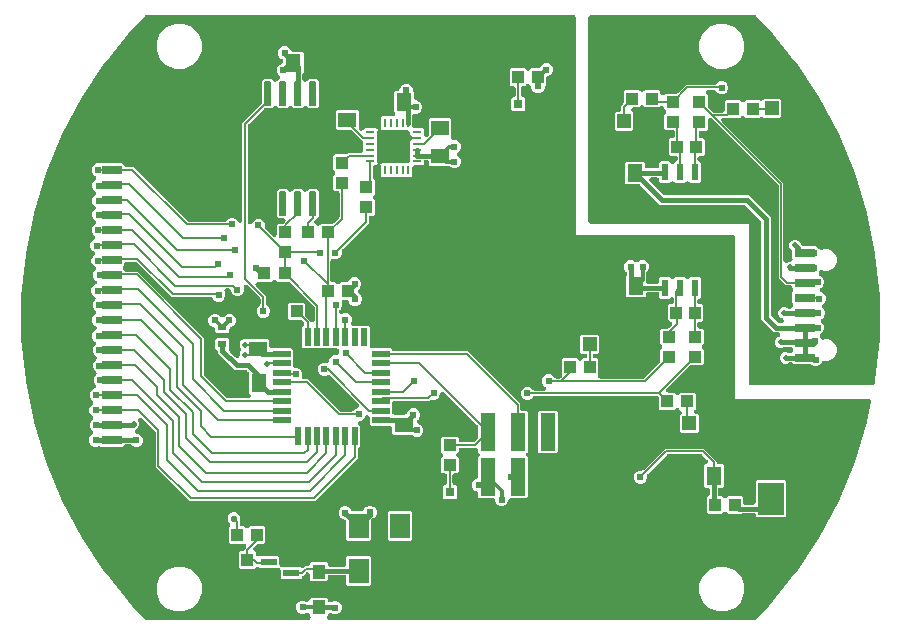
<source format=gbr>
G04 EAGLE Gerber RS-274X export*
G75*
%MOMM*%
%FSLAX34Y34*%
%LPD*%
%INTop Copper*%
%IPPOS*%
%AMOC8*
5,1,8,0,0,1.08239X$1,22.5*%
G01*
%ADD10R,1.300000X1.500000*%
%ADD11R,1.500000X1.300000*%
%ADD12R,1.700000X2.100000*%
%ADD13R,1.000000X1.100000*%
%ADD14R,1.100000X1.000000*%
%ADD15R,0.560800X1.461200*%
%ADD16C,0.147500*%
%ADD17R,0.260000X0.790000*%
%ADD18R,0.790000X0.260000*%
%ADD19R,1.500000X0.550000*%
%ADD20R,0.550000X1.500000*%
%ADD21R,1.600000X1.300000*%
%ADD22R,1.300000X1.600000*%
%ADD23R,0.800000X0.600000*%
%ADD24R,2.200000X2.800000*%
%ADD25R,1.676400X0.736600*%
%ADD26R,1.120000X1.240000*%
%ADD27R,1.430000X0.600000*%
%ADD28R,1.270000X3.180000*%
%ADD29R,0.800000X0.800000*%
%ADD30R,1.200000X1.200000*%
%ADD31C,0.400000*%
%ADD32C,0.610000*%
%ADD33C,0.304800*%
%ADD34C,0.200000*%
%ADD35C,0.460000*%
%ADD36C,0.146813*%
%ADD37C,0.152400*%
%ADD38C,0.560000*%
%ADD39C,0.406400*%

G36*
X399586Y4002D02*
X399586Y4002D01*
X399601Y4001D01*
X399785Y4022D01*
X399969Y4041D01*
X399983Y4045D01*
X399998Y4047D01*
X400174Y4104D01*
X400350Y4159D01*
X400364Y4166D01*
X400378Y4171D01*
X400539Y4262D01*
X400701Y4350D01*
X400712Y4360D01*
X400725Y4368D01*
X400865Y4489D01*
X401006Y4608D01*
X401015Y4620D01*
X401027Y4630D01*
X401139Y4776D01*
X401254Y4921D01*
X401261Y4934D01*
X401270Y4946D01*
X401351Y5112D01*
X401435Y5277D01*
X401439Y5291D01*
X401446Y5305D01*
X401493Y5485D01*
X401542Y5662D01*
X401543Y5677D01*
X401547Y5692D01*
X401557Y5876D01*
X401570Y6060D01*
X401568Y6075D01*
X401568Y6090D01*
X401542Y6272D01*
X401518Y6456D01*
X401513Y6471D01*
X401511Y6486D01*
X401448Y6659D01*
X401388Y6834D01*
X401380Y6847D01*
X401375Y6862D01*
X401279Y7020D01*
X401186Y7179D01*
X401176Y7190D01*
X401168Y7203D01*
X400985Y7414D01*
X400718Y7681D01*
X400718Y8175D01*
X400715Y8197D01*
X400717Y8220D01*
X400695Y8396D01*
X400678Y8572D01*
X400671Y8594D01*
X400668Y8616D01*
X400612Y8784D01*
X400560Y8954D01*
X400549Y8974D01*
X400542Y8995D01*
X400454Y9148D01*
X400368Y9304D01*
X400353Y9321D01*
X400342Y9341D01*
X400225Y9474D01*
X400111Y9609D01*
X400093Y9623D01*
X400078Y9641D01*
X399936Y9748D01*
X399798Y9858D01*
X399777Y9868D01*
X399759Y9882D01*
X399600Y9958D01*
X399442Y10038D01*
X399420Y10045D01*
X399399Y10054D01*
X399227Y10098D01*
X399057Y10145D01*
X399034Y10147D01*
X399012Y10152D01*
X398835Y10161D01*
X398658Y10173D01*
X398636Y10170D01*
X398613Y10171D01*
X398438Y10144D01*
X398262Y10121D01*
X398241Y10114D01*
X398218Y10110D01*
X397953Y10022D01*
X395828Y9141D01*
X393604Y9141D01*
X391549Y9992D01*
X389976Y11565D01*
X389125Y13620D01*
X389125Y15844D01*
X389976Y17899D01*
X391549Y19472D01*
X393604Y20323D01*
X395828Y20323D01*
X397953Y19442D01*
X397975Y19436D01*
X397995Y19426D01*
X398166Y19378D01*
X398336Y19327D01*
X398358Y19325D01*
X398380Y19319D01*
X398557Y19307D01*
X398734Y19290D01*
X398756Y19293D01*
X398779Y19291D01*
X398954Y19314D01*
X399131Y19333D01*
X399152Y19340D01*
X399175Y19343D01*
X399342Y19400D01*
X399511Y19454D01*
X399531Y19465D01*
X399553Y19473D01*
X399706Y19562D01*
X399860Y19648D01*
X399878Y19663D01*
X399897Y19675D01*
X400029Y19793D01*
X400164Y19908D01*
X400178Y19926D01*
X400195Y19941D01*
X400301Y20084D01*
X400409Y20223D01*
X400420Y20243D01*
X400433Y20262D01*
X400509Y20422D01*
X400588Y20580D01*
X400594Y20602D01*
X400603Y20623D01*
X400645Y20795D01*
X400691Y20966D01*
X400693Y20989D01*
X400698Y21011D01*
X400718Y21289D01*
X400718Y21738D01*
X401890Y22910D01*
X414747Y22910D01*
X415919Y21738D01*
X415919Y20765D01*
X415921Y20743D01*
X415920Y20720D01*
X415941Y20544D01*
X415959Y20368D01*
X415966Y20346D01*
X415969Y20323D01*
X416025Y20156D01*
X416077Y19986D01*
X416088Y19966D01*
X416095Y19945D01*
X416184Y19791D01*
X416269Y19636D01*
X416283Y19618D01*
X416295Y19599D01*
X416412Y19466D01*
X416526Y19330D01*
X416544Y19316D01*
X416559Y19299D01*
X416701Y19192D01*
X416839Y19082D01*
X416859Y19072D01*
X416878Y19058D01*
X417037Y18982D01*
X417195Y18901D01*
X417217Y18895D01*
X417238Y18885D01*
X417410Y18842D01*
X417580Y18795D01*
X417603Y18793D01*
X417625Y18787D01*
X417802Y18779D01*
X417979Y18767D01*
X418001Y18770D01*
X418024Y18769D01*
X418199Y18796D01*
X418375Y18819D01*
X418396Y18826D01*
X418419Y18829D01*
X418684Y18918D01*
X421051Y19899D01*
X423275Y19899D01*
X425330Y19048D01*
X426903Y17475D01*
X427754Y15420D01*
X427754Y13196D01*
X426903Y11141D01*
X425330Y9568D01*
X423275Y8717D01*
X421051Y8717D01*
X418684Y9698D01*
X418662Y9704D01*
X418642Y9715D01*
X418471Y9762D01*
X418301Y9813D01*
X418278Y9815D01*
X418257Y9821D01*
X418080Y9834D01*
X417903Y9850D01*
X417881Y9848D01*
X417858Y9849D01*
X417683Y9826D01*
X417506Y9807D01*
X417485Y9800D01*
X417462Y9797D01*
X417295Y9740D01*
X417126Y9686D01*
X417106Y9675D01*
X417084Y9668D01*
X416932Y9578D01*
X416777Y9492D01*
X416759Y9477D01*
X416740Y9466D01*
X416608Y9348D01*
X416473Y9232D01*
X416459Y9214D01*
X416442Y9199D01*
X416337Y9058D01*
X416227Y8917D01*
X416217Y8897D01*
X416204Y8879D01*
X416129Y8719D01*
X416049Y8560D01*
X416043Y8538D01*
X416034Y8517D01*
X415992Y8345D01*
X415945Y8174D01*
X415944Y8151D01*
X415939Y8129D01*
X415919Y7851D01*
X415919Y7681D01*
X415652Y7414D01*
X415642Y7402D01*
X415631Y7392D01*
X415516Y7247D01*
X415399Y7104D01*
X415392Y7091D01*
X415383Y7079D01*
X415299Y6914D01*
X415213Y6751D01*
X415209Y6737D01*
X415202Y6723D01*
X415153Y6546D01*
X415101Y6368D01*
X415099Y6353D01*
X415095Y6338D01*
X415082Y6155D01*
X415067Y5970D01*
X415068Y5955D01*
X415067Y5940D01*
X415091Y5756D01*
X415113Y5573D01*
X415117Y5559D01*
X415119Y5544D01*
X415179Y5368D01*
X415236Y5193D01*
X415244Y5180D01*
X415249Y5166D01*
X415342Y5006D01*
X415433Y4846D01*
X415443Y4834D01*
X415451Y4821D01*
X415574Y4683D01*
X415695Y4544D01*
X415707Y4535D01*
X415717Y4524D01*
X415866Y4413D01*
X416012Y4301D01*
X416026Y4294D01*
X416038Y4285D01*
X416205Y4207D01*
X416371Y4125D01*
X416385Y4122D01*
X416399Y4115D01*
X416579Y4071D01*
X416757Y4025D01*
X416772Y4024D01*
X416787Y4020D01*
X417066Y4001D01*
X777431Y4001D01*
X777500Y4008D01*
X777570Y4006D01*
X777698Y4028D01*
X777828Y4041D01*
X777895Y4061D01*
X777964Y4073D01*
X778085Y4120D01*
X778210Y4159D01*
X778271Y4192D01*
X778336Y4218D01*
X778445Y4288D01*
X778560Y4350D01*
X778614Y4396D01*
X778672Y4433D01*
X778842Y4588D01*
X778865Y4608D01*
X778870Y4614D01*
X778878Y4621D01*
X789447Y15722D01*
X789478Y15761D01*
X789544Y15832D01*
X812062Y43270D01*
X812094Y43317D01*
X812179Y43427D01*
X831899Y72941D01*
X831926Y72991D01*
X832000Y73109D01*
X848732Y104413D01*
X848754Y104465D01*
X848816Y104590D01*
X862399Y137383D01*
X862416Y137438D01*
X862465Y137568D01*
X872769Y171535D01*
X872780Y171590D01*
X872817Y171725D01*
X876193Y188700D01*
X876196Y188726D01*
X876203Y188752D01*
X876215Y188924D01*
X876232Y189097D01*
X876229Y189124D01*
X876231Y189150D01*
X876208Y189322D01*
X876190Y189495D01*
X876182Y189520D01*
X876179Y189546D01*
X876123Y189710D01*
X876071Y189876D01*
X876058Y189899D01*
X876049Y189924D01*
X875962Y190074D01*
X875878Y190225D01*
X875861Y190246D01*
X875847Y190268D01*
X875732Y190397D01*
X875619Y190530D01*
X875598Y190546D01*
X875581Y190566D01*
X875442Y190669D01*
X875305Y190777D01*
X875282Y190789D01*
X875260Y190805D01*
X875104Y190878D01*
X874949Y190956D01*
X874923Y190963D01*
X874899Y190975D01*
X874731Y191016D01*
X874563Y191061D01*
X874537Y191063D01*
X874511Y191070D01*
X874232Y191089D01*
X761007Y191089D01*
X761007Y327790D01*
X761004Y327820D01*
X761006Y327851D01*
X760984Y328019D01*
X760967Y328188D01*
X760958Y328217D01*
X760954Y328247D01*
X760899Y328407D01*
X760849Y328569D01*
X760835Y328596D01*
X760825Y328624D01*
X760739Y328770D01*
X760658Y328920D01*
X760638Y328943D01*
X760623Y328969D01*
X760510Y329095D01*
X760400Y329225D01*
X760376Y329244D01*
X760356Y329266D01*
X760220Y329368D01*
X760087Y329473D01*
X760060Y329487D01*
X760036Y329505D01*
X759883Y329577D01*
X759731Y329654D01*
X759702Y329662D01*
X759674Y329675D01*
X759509Y329715D01*
X759346Y329761D01*
X759316Y329763D01*
X759286Y329770D01*
X759008Y329789D01*
X625968Y329789D01*
X625968Y514000D01*
X625965Y514030D01*
X625967Y514060D01*
X625945Y514229D01*
X625928Y514397D01*
X625919Y514426D01*
X625915Y514456D01*
X625860Y514617D01*
X625810Y514779D01*
X625796Y514806D01*
X625786Y514834D01*
X625700Y514980D01*
X625619Y515129D01*
X625599Y515153D01*
X625584Y515179D01*
X625471Y515305D01*
X625361Y515435D01*
X625337Y515454D01*
X625317Y515476D01*
X625181Y515577D01*
X625048Y515683D01*
X625021Y515697D01*
X624997Y515715D01*
X624844Y515787D01*
X624692Y515864D01*
X624663Y515872D01*
X624636Y515885D01*
X624470Y515925D01*
X624307Y515970D01*
X624277Y515973D01*
X624248Y515980D01*
X623969Y515999D01*
X262569Y515999D01*
X262500Y515992D01*
X262430Y515994D01*
X262302Y515972D01*
X262172Y515959D01*
X262105Y515939D01*
X262036Y515927D01*
X261915Y515880D01*
X261790Y515841D01*
X261729Y515808D01*
X261664Y515782D01*
X261554Y515712D01*
X261440Y515650D01*
X261387Y515605D01*
X261328Y515567D01*
X261158Y515412D01*
X261135Y515392D01*
X261130Y515386D01*
X261122Y515379D01*
X250553Y504278D01*
X250522Y504238D01*
X250456Y504168D01*
X227938Y476730D01*
X227906Y476683D01*
X227821Y476572D01*
X208101Y447059D01*
X208074Y447009D01*
X208000Y446891D01*
X191268Y415587D01*
X191246Y415535D01*
X191184Y415410D01*
X177601Y382617D01*
X177595Y382598D01*
X177587Y382582D01*
X177574Y382535D01*
X177535Y382432D01*
X167231Y348465D01*
X167220Y348410D01*
X167183Y348275D01*
X160258Y313462D01*
X160253Y313405D01*
X160230Y313268D01*
X156751Y277944D01*
X156751Y277887D01*
X156741Y277748D01*
X156741Y242252D01*
X156747Y242196D01*
X156751Y242056D01*
X160230Y206732D01*
X160241Y206677D01*
X160258Y206538D01*
X167183Y171725D01*
X167200Y171671D01*
X167231Y171535D01*
X177535Y137568D01*
X177556Y137516D01*
X177601Y137383D01*
X191184Y104590D01*
X191211Y104540D01*
X191268Y104413D01*
X208000Y73109D01*
X208032Y73061D01*
X208101Y72941D01*
X227821Y43428D01*
X227857Y43384D01*
X227938Y43270D01*
X250456Y15832D01*
X250492Y15796D01*
X250553Y15722D01*
X261122Y4621D01*
X261175Y4576D01*
X261221Y4524D01*
X261326Y4446D01*
X261424Y4361D01*
X261485Y4327D01*
X261542Y4285D01*
X261659Y4230D01*
X261773Y4166D01*
X261840Y4145D01*
X261903Y4115D01*
X262030Y4084D01*
X262154Y4044D01*
X262223Y4037D01*
X262291Y4020D01*
X262520Y4004D01*
X262551Y4001D01*
X262558Y4002D01*
X262569Y4001D01*
X399571Y4001D01*
X399586Y4002D01*
G37*
%LPC*%
G36*
X562260Y100327D02*
X562260Y100327D01*
X560205Y101178D01*
X558632Y102751D01*
X557781Y104806D01*
X557781Y104900D01*
X557778Y104930D01*
X557780Y104960D01*
X557758Y105129D01*
X557741Y105297D01*
X557732Y105326D01*
X557728Y105356D01*
X557673Y105517D01*
X557623Y105679D01*
X557609Y105706D01*
X557599Y105734D01*
X557513Y105880D01*
X557432Y106029D01*
X557412Y106053D01*
X557397Y106079D01*
X557284Y106205D01*
X557174Y106335D01*
X557151Y106354D01*
X557130Y106376D01*
X556994Y106477D01*
X556861Y106583D01*
X556834Y106597D01*
X556810Y106615D01*
X556657Y106687D01*
X556505Y106764D01*
X556476Y106772D01*
X556449Y106785D01*
X556283Y106825D01*
X556120Y106870D01*
X556090Y106873D01*
X556061Y106880D01*
X555782Y106899D01*
X544453Y106899D01*
X543281Y108071D01*
X543281Y111044D01*
X543277Y111082D01*
X543280Y111120D01*
X543257Y111281D01*
X543241Y111442D01*
X543230Y111478D01*
X543225Y111515D01*
X543171Y111668D01*
X543123Y111823D01*
X543105Y111857D01*
X543092Y111892D01*
X543010Y112031D01*
X542932Y112174D01*
X542907Y112203D01*
X542888Y112235D01*
X542779Y112355D01*
X542674Y112479D01*
X542644Y112503D01*
X542619Y112531D01*
X542488Y112626D01*
X542361Y112727D01*
X542327Y112744D01*
X542297Y112767D01*
X542047Y112891D01*
X540571Y113503D01*
X538998Y115076D01*
X538147Y117130D01*
X538147Y119355D01*
X538998Y121409D01*
X540571Y122982D01*
X542047Y123594D01*
X542080Y123611D01*
X542116Y123624D01*
X542256Y123706D01*
X542399Y123782D01*
X542428Y123807D01*
X542461Y123826D01*
X542581Y123934D01*
X542706Y124038D01*
X542730Y124067D01*
X542758Y124092D01*
X542855Y124222D01*
X542957Y124349D01*
X542974Y124382D01*
X542997Y124413D01*
X543066Y124559D01*
X543140Y124703D01*
X543151Y124740D01*
X543167Y124774D01*
X543205Y124932D01*
X543250Y125088D01*
X543253Y125125D01*
X543262Y125162D01*
X543281Y125441D01*
X543281Y141529D01*
X544189Y142436D01*
X544208Y142460D01*
X544231Y142480D01*
X544334Y142614D01*
X544442Y142745D01*
X544456Y142772D01*
X544474Y142796D01*
X544549Y142949D01*
X544628Y143099D01*
X544636Y143128D01*
X544650Y143155D01*
X544692Y143319D01*
X544740Y143482D01*
X544743Y143512D01*
X544750Y143542D01*
X544760Y143710D01*
X544774Y143880D01*
X544771Y143910D01*
X544772Y143940D01*
X544748Y144108D01*
X544728Y144277D01*
X544719Y144305D01*
X544714Y144336D01*
X544657Y144496D01*
X544604Y144657D01*
X544589Y144683D01*
X544579Y144711D01*
X544491Y144857D01*
X544407Y145004D01*
X544388Y145027D01*
X544372Y145053D01*
X544189Y145264D01*
X543281Y146171D01*
X543281Y147710D01*
X543278Y147740D01*
X543280Y147770D01*
X543258Y147939D01*
X543241Y148108D01*
X543232Y148136D01*
X543228Y148166D01*
X543173Y148327D01*
X543123Y148489D01*
X543109Y148516D01*
X543099Y148544D01*
X543013Y148690D01*
X542932Y148840D01*
X542912Y148863D01*
X542897Y148889D01*
X542784Y149015D01*
X542674Y149145D01*
X542650Y149164D01*
X542630Y149186D01*
X542494Y149288D01*
X542361Y149393D01*
X542334Y149407D01*
X542310Y149425D01*
X542157Y149497D01*
X542005Y149574D01*
X541976Y149582D01*
X541948Y149595D01*
X541783Y149635D01*
X541620Y149681D01*
X541590Y149683D01*
X541560Y149690D01*
X541282Y149709D01*
X528791Y149709D01*
X528761Y149706D01*
X528731Y149708D01*
X528563Y149686D01*
X528394Y149669D01*
X528365Y149661D01*
X528335Y149657D01*
X528175Y149602D01*
X528012Y149551D01*
X527986Y149537D01*
X527957Y149527D01*
X527811Y149441D01*
X527662Y149360D01*
X527639Y149340D01*
X527613Y149325D01*
X527486Y149212D01*
X527357Y149102D01*
X527338Y149079D01*
X527315Y149058D01*
X527214Y148922D01*
X527108Y148789D01*
X527095Y148762D01*
X527077Y148738D01*
X527004Y148585D01*
X526927Y148433D01*
X526919Y148404D01*
X526906Y148377D01*
X526866Y148212D01*
X526821Y148048D01*
X526819Y148018D01*
X526812Y147989D01*
X526792Y147710D01*
X526792Y146151D01*
X525535Y144894D01*
X525515Y144870D01*
X525493Y144851D01*
X525389Y144716D01*
X525282Y144585D01*
X525268Y144558D01*
X525249Y144534D01*
X525175Y144381D01*
X525095Y144231D01*
X525087Y144202D01*
X525074Y144175D01*
X525031Y144011D01*
X524983Y143848D01*
X524980Y143818D01*
X524973Y143789D01*
X524964Y143620D01*
X524949Y143450D01*
X524953Y143420D01*
X524951Y143390D01*
X524976Y143222D01*
X524995Y143053D01*
X525004Y143025D01*
X525009Y142994D01*
X525066Y142834D01*
X525119Y142673D01*
X525134Y142647D01*
X525144Y142619D01*
X525232Y142473D01*
X525316Y142326D01*
X525336Y142303D01*
X525351Y142277D01*
X525535Y142066D01*
X526792Y140809D01*
X526792Y129151D01*
X525620Y127979D01*
X523561Y127979D01*
X523531Y127976D01*
X523501Y127978D01*
X523333Y127956D01*
X523164Y127939D01*
X523135Y127931D01*
X523105Y127927D01*
X522945Y127872D01*
X522782Y127821D01*
X522756Y127807D01*
X522727Y127797D01*
X522581Y127711D01*
X522432Y127630D01*
X522409Y127610D01*
X522383Y127595D01*
X522256Y127482D01*
X522127Y127372D01*
X522108Y127349D01*
X522085Y127328D01*
X521984Y127192D01*
X521878Y127059D01*
X521865Y127032D01*
X521847Y127008D01*
X521774Y126855D01*
X521697Y126703D01*
X521689Y126674D01*
X521676Y126647D01*
X521636Y126481D01*
X521591Y126318D01*
X521589Y126288D01*
X521582Y126259D01*
X521562Y125980D01*
X521562Y120402D01*
X521565Y120372D01*
X521563Y120342D01*
X521585Y120173D01*
X521602Y120005D01*
X521611Y119976D01*
X521615Y119946D01*
X521670Y119785D01*
X521720Y119623D01*
X521735Y119596D01*
X521744Y119568D01*
X521830Y119422D01*
X521912Y119273D01*
X521931Y119249D01*
X521947Y119223D01*
X522060Y119097D01*
X522169Y118967D01*
X522193Y118948D01*
X522213Y118926D01*
X522349Y118825D01*
X522482Y118719D01*
X522509Y118705D01*
X522533Y118687D01*
X522687Y118615D01*
X522838Y118538D01*
X522867Y118530D01*
X522895Y118517D01*
X523060Y118477D01*
X523223Y118432D01*
X523253Y118429D01*
X523283Y118422D01*
X523561Y118403D01*
X524259Y118403D01*
X525431Y117231D01*
X525431Y107573D01*
X524259Y106401D01*
X514601Y106401D01*
X513429Y107573D01*
X513429Y117231D01*
X514601Y118403D01*
X515021Y118403D01*
X515051Y118406D01*
X515082Y118404D01*
X515250Y118426D01*
X515419Y118443D01*
X515448Y118452D01*
X515478Y118456D01*
X515638Y118511D01*
X515800Y118561D01*
X515827Y118575D01*
X515856Y118585D01*
X516002Y118671D01*
X516151Y118752D01*
X516174Y118772D01*
X516200Y118787D01*
X516326Y118900D01*
X516456Y119010D01*
X516475Y119033D01*
X516498Y119054D01*
X516599Y119190D01*
X516704Y119323D01*
X516718Y119350D01*
X516736Y119374D01*
X516808Y119527D01*
X516885Y119679D01*
X516893Y119708D01*
X516906Y119735D01*
X516947Y119901D01*
X516992Y120064D01*
X516994Y120094D01*
X517001Y120123D01*
X517021Y120402D01*
X517021Y125980D01*
X517019Y126000D01*
X517020Y126015D01*
X517019Y126024D01*
X517020Y126040D01*
X516998Y126209D01*
X516981Y126378D01*
X516972Y126406D01*
X516968Y126436D01*
X516913Y126597D01*
X516863Y126759D01*
X516848Y126786D01*
X516838Y126814D01*
X516753Y126960D01*
X516671Y127110D01*
X516651Y127133D01*
X516636Y127159D01*
X516523Y127285D01*
X516414Y127415D01*
X516390Y127434D01*
X516370Y127456D01*
X516234Y127558D01*
X516101Y127663D01*
X516073Y127677D01*
X516049Y127695D01*
X515896Y127767D01*
X515744Y127844D01*
X515715Y127852D01*
X515688Y127865D01*
X515523Y127905D01*
X515360Y127951D01*
X515329Y127953D01*
X515300Y127960D01*
X515021Y127979D01*
X512963Y127979D01*
X511791Y129151D01*
X511791Y140809D01*
X513048Y142066D01*
X513067Y142090D01*
X513090Y142110D01*
X513193Y142244D01*
X513301Y142376D01*
X513315Y142402D01*
X513334Y142426D01*
X513408Y142579D01*
X513487Y142729D01*
X513496Y142758D01*
X513509Y142785D01*
X513552Y142949D01*
X513600Y143112D01*
X513602Y143143D01*
X513610Y143172D01*
X513619Y143341D01*
X513634Y143510D01*
X513630Y143541D01*
X513632Y143571D01*
X513607Y143738D01*
X513588Y143907D01*
X513578Y143936D01*
X513574Y143966D01*
X513517Y144125D01*
X513464Y144287D01*
X513449Y144313D01*
X513439Y144342D01*
X513351Y144486D01*
X513267Y144634D01*
X513247Y144657D01*
X513231Y144683D01*
X513048Y144894D01*
X511791Y146151D01*
X511791Y157809D01*
X512963Y158981D01*
X525620Y158981D01*
X526792Y157809D01*
X526792Y156250D01*
X526795Y156220D01*
X526793Y156190D01*
X526815Y156021D01*
X526832Y155853D01*
X526841Y155824D01*
X526845Y155794D01*
X526900Y155633D01*
X526950Y155471D01*
X526965Y155445D01*
X526974Y155416D01*
X527060Y155270D01*
X527142Y155121D01*
X527161Y155097D01*
X527177Y155071D01*
X527290Y154945D01*
X527399Y154815D01*
X527423Y154796D01*
X527443Y154774D01*
X527579Y154673D01*
X527712Y154567D01*
X527739Y154553D01*
X527763Y154535D01*
X527917Y154463D01*
X528068Y154386D01*
X528097Y154378D01*
X528125Y154365D01*
X528290Y154325D01*
X528453Y154280D01*
X528483Y154278D01*
X528513Y154270D01*
X528791Y154251D01*
X538943Y154251D01*
X538988Y154255D01*
X539034Y154253D01*
X539187Y154275D01*
X539341Y154291D01*
X539384Y154304D01*
X539429Y154311D01*
X539575Y154363D01*
X539722Y154409D01*
X539762Y154431D01*
X539805Y154446D01*
X539937Y154526D01*
X540073Y154600D01*
X540108Y154630D01*
X540146Y154653D01*
X540357Y154836D01*
X542696Y157175D01*
X542724Y157210D01*
X542758Y157240D01*
X542850Y157364D01*
X542948Y157484D01*
X542970Y157524D01*
X542997Y157561D01*
X543062Y157700D01*
X543135Y157837D01*
X543147Y157881D01*
X543167Y157922D01*
X543203Y158072D01*
X543247Y158221D01*
X543251Y158266D01*
X543262Y158310D01*
X543281Y158589D01*
X543281Y167548D01*
X543277Y167593D01*
X543279Y167638D01*
X543257Y167791D01*
X543241Y167945D01*
X543228Y167989D01*
X543221Y168034D01*
X543169Y168179D01*
X543123Y168327D01*
X543101Y168367D01*
X543086Y168409D01*
X543006Y168541D01*
X542932Y168677D01*
X542902Y168712D01*
X542879Y168751D01*
X542696Y168962D01*
X514761Y196896D01*
X514750Y196905D01*
X514740Y196917D01*
X514595Y197031D01*
X514452Y197149D01*
X514439Y197156D01*
X514427Y197165D01*
X514262Y197249D01*
X514099Y197335D01*
X514084Y197339D01*
X514071Y197346D01*
X513893Y197395D01*
X513715Y197447D01*
X513700Y197448D01*
X513686Y197453D01*
X513502Y197465D01*
X513318Y197481D01*
X513302Y197479D01*
X513287Y197480D01*
X513104Y197456D01*
X512921Y197435D01*
X512906Y197431D01*
X512891Y197429D01*
X512717Y197369D01*
X512541Y197311D01*
X512528Y197304D01*
X512513Y197299D01*
X512354Y197205D01*
X512193Y197114D01*
X512182Y197105D01*
X512169Y197097D01*
X512032Y196974D01*
X511892Y196852D01*
X511883Y196840D01*
X511871Y196830D01*
X511762Y196683D01*
X511649Y196536D01*
X511642Y196522D01*
X511633Y196510D01*
X511554Y196343D01*
X511473Y196177D01*
X511469Y196162D01*
X511463Y196149D01*
X511419Y195969D01*
X511372Y195790D01*
X511372Y195775D01*
X511368Y195761D01*
X511348Y195482D01*
X511348Y194876D01*
X510497Y192821D01*
X508925Y191249D01*
X506870Y190398D01*
X504639Y190398D01*
X504490Y190436D01*
X504335Y190483D01*
X504298Y190486D01*
X504261Y190496D01*
X504099Y190505D01*
X503938Y190520D01*
X503900Y190516D01*
X503862Y190518D01*
X503702Y190494D01*
X503541Y190477D01*
X503504Y190466D01*
X503467Y190460D01*
X503315Y190405D01*
X503160Y190356D01*
X503127Y190338D01*
X503091Y190325D01*
X502953Y190241D01*
X502811Y190162D01*
X502782Y190137D01*
X502750Y190118D01*
X502539Y189934D01*
X502116Y189511D01*
X472457Y189511D01*
X472427Y189508D01*
X472396Y189510D01*
X472228Y189488D01*
X472059Y189471D01*
X472030Y189462D01*
X472000Y189458D01*
X471840Y189403D01*
X471678Y189353D01*
X471651Y189339D01*
X471623Y189329D01*
X471477Y189243D01*
X471327Y189162D01*
X471304Y189142D01*
X471278Y189127D01*
X471152Y189014D01*
X471022Y188904D01*
X471003Y188880D01*
X470981Y188860D01*
X470879Y188724D01*
X470774Y188591D01*
X470760Y188564D01*
X470742Y188540D01*
X470670Y188387D01*
X470593Y188235D01*
X470585Y188206D01*
X470572Y188178D01*
X470532Y188013D01*
X470486Y187850D01*
X470484Y187820D01*
X470477Y187790D01*
X470458Y187512D01*
X470458Y179778D01*
X470461Y179748D01*
X470458Y179717D01*
X470481Y179549D01*
X470497Y179380D01*
X470506Y179351D01*
X470510Y179321D01*
X470565Y179161D01*
X470616Y178999D01*
X470630Y178972D01*
X470640Y178944D01*
X470726Y178798D01*
X470807Y178648D01*
X470827Y178625D01*
X470842Y178599D01*
X470955Y178473D01*
X471065Y178343D01*
X471088Y178324D01*
X471109Y178302D01*
X471244Y178200D01*
X471378Y178095D01*
X471405Y178081D01*
X471429Y178063D01*
X471582Y177991D01*
X471734Y177914D01*
X471763Y177906D01*
X471790Y177893D01*
X471955Y177853D01*
X472119Y177807D01*
X472149Y177805D01*
X472178Y177798D01*
X472457Y177779D01*
X481180Y177779D01*
X481218Y177782D01*
X481255Y177780D01*
X481416Y177802D01*
X481577Y177818D01*
X481613Y177830D01*
X481651Y177835D01*
X481804Y177889D01*
X481959Y177937D01*
X481992Y177955D01*
X482028Y177967D01*
X482167Y178050D01*
X482309Y178128D01*
X482338Y178153D01*
X482371Y178172D01*
X482491Y178281D01*
X482615Y178386D01*
X482638Y178415D01*
X482666Y178441D01*
X482762Y178572D01*
X482863Y178699D01*
X482880Y178732D01*
X482902Y178763D01*
X483027Y179013D01*
X483745Y180745D01*
X485317Y182318D01*
X487372Y183169D01*
X489596Y183169D01*
X491651Y182318D01*
X493224Y180745D01*
X494075Y178690D01*
X494075Y176466D01*
X493224Y174411D01*
X492167Y173355D01*
X492153Y173337D01*
X492136Y173323D01*
X492027Y173183D01*
X491914Y173046D01*
X491904Y173026D01*
X491890Y173008D01*
X491811Y172849D01*
X491728Y172692D01*
X491722Y172671D01*
X491712Y172650D01*
X491666Y172479D01*
X491616Y172309D01*
X491614Y172286D01*
X491608Y172264D01*
X491597Y172088D01*
X491582Y171911D01*
X491585Y171888D01*
X491583Y171866D01*
X491607Y171691D01*
X491628Y171514D01*
X491635Y171493D01*
X491638Y171470D01*
X491697Y171303D01*
X491752Y171135D01*
X491763Y171115D01*
X491770Y171093D01*
X491861Y170941D01*
X491949Y170787D01*
X491963Y170770D01*
X491975Y170750D01*
X492094Y170619D01*
X492211Y170486D01*
X492229Y170472D01*
X492244Y170455D01*
X492387Y170350D01*
X492527Y170242D01*
X492548Y170232D01*
X492566Y170219D01*
X492816Y170094D01*
X494657Y169332D01*
X496230Y167759D01*
X497081Y165704D01*
X497081Y163480D01*
X496230Y161425D01*
X494657Y159852D01*
X492602Y159001D01*
X490378Y159001D01*
X488323Y159852D01*
X487984Y160192D01*
X487949Y160220D01*
X487919Y160254D01*
X487795Y160346D01*
X487675Y160444D01*
X487635Y160466D01*
X487598Y160493D01*
X487458Y160558D01*
X487321Y160631D01*
X487278Y160643D01*
X487237Y160663D01*
X487086Y160699D01*
X486938Y160743D01*
X486893Y160747D01*
X486849Y160758D01*
X486570Y160777D01*
X471501Y160777D01*
X470329Y161949D01*
X470329Y166521D01*
X470326Y166551D01*
X470328Y166581D01*
X470306Y166749D01*
X470289Y166918D01*
X470280Y166947D01*
X470276Y166977D01*
X470221Y167137D01*
X470171Y167300D01*
X470157Y167326D01*
X470147Y167355D01*
X470061Y167501D01*
X469980Y167650D01*
X469960Y167673D01*
X469945Y167699D01*
X469832Y167826D01*
X469722Y167955D01*
X469698Y167974D01*
X469678Y167997D01*
X469542Y168098D01*
X469409Y168204D01*
X469382Y168217D01*
X469358Y168235D01*
X469205Y168307D01*
X469053Y168384D01*
X469024Y168393D01*
X468996Y168405D01*
X468831Y168446D01*
X468668Y168491D01*
X468638Y168493D01*
X468608Y168500D01*
X468330Y168520D01*
X452628Y168520D01*
X451456Y169692D01*
X451456Y175281D01*
X451455Y175288D01*
X451456Y175296D01*
X451435Y175486D01*
X451416Y175678D01*
X451414Y175685D01*
X451413Y175693D01*
X451355Y175875D01*
X451298Y176060D01*
X451294Y176066D01*
X451292Y176074D01*
X451201Y176238D01*
X451106Y176410D01*
X451102Y176416D01*
X451098Y176423D01*
X450972Y176569D01*
X450849Y176716D01*
X450843Y176720D01*
X450838Y176726D01*
X450686Y176845D01*
X450536Y176964D01*
X450529Y176967D01*
X450523Y176972D01*
X450353Y177057D01*
X450180Y177145D01*
X450173Y177147D01*
X450166Y177150D01*
X449981Y177200D01*
X449795Y177251D01*
X449787Y177252D01*
X449780Y177254D01*
X449589Y177266D01*
X449397Y177279D01*
X449389Y177278D01*
X449381Y177279D01*
X449192Y177252D01*
X449000Y177227D01*
X448993Y177225D01*
X448986Y177224D01*
X448803Y177159D01*
X448623Y177098D01*
X448616Y177094D01*
X448609Y177091D01*
X448442Y176992D01*
X448278Y176896D01*
X448272Y176891D01*
X448266Y176887D01*
X448123Y176757D01*
X447981Y176629D01*
X447976Y176623D01*
X447970Y176618D01*
X447856Y176462D01*
X447742Y176309D01*
X447739Y176302D01*
X447734Y176296D01*
X447610Y176046D01*
X447095Y174804D01*
X445523Y173231D01*
X443376Y172342D01*
X443356Y172340D01*
X443341Y172336D01*
X443326Y172334D01*
X443151Y172277D01*
X442974Y172222D01*
X442961Y172215D01*
X442947Y172210D01*
X442787Y172120D01*
X442624Y172030D01*
X442612Y172021D01*
X442599Y172013D01*
X442460Y171893D01*
X442319Y171773D01*
X442309Y171761D01*
X442298Y171751D01*
X442185Y171605D01*
X442070Y171460D01*
X442064Y171446D01*
X442054Y171434D01*
X441973Y171269D01*
X441889Y171104D01*
X441885Y171089D01*
X441879Y171076D01*
X441832Y170897D01*
X441783Y170719D01*
X441782Y170704D01*
X441778Y170689D01*
X441768Y170505D01*
X441755Y170320D01*
X441757Y170305D01*
X441756Y170290D01*
X441783Y170108D01*
X441807Y169924D01*
X441812Y169910D01*
X441814Y169895D01*
X441877Y169721D01*
X441936Y169547D01*
X441944Y169533D01*
X441949Y169519D01*
X442045Y169362D01*
X442139Y169202D01*
X442149Y169191D01*
X442157Y169178D01*
X442340Y168967D01*
X443708Y167599D01*
X443708Y150942D01*
X442058Y149292D01*
X442029Y149257D01*
X441995Y149226D01*
X441903Y149102D01*
X441805Y148983D01*
X441784Y148942D01*
X441757Y148906D01*
X441691Y148766D01*
X441619Y148629D01*
X441606Y148586D01*
X441586Y148545D01*
X441550Y148394D01*
X441506Y148246D01*
X441502Y148201D01*
X441492Y148157D01*
X441472Y147878D01*
X441472Y140752D01*
X439557Y138836D01*
X439556Y138836D01*
X405337Y104617D01*
X298990Y104617D01*
X270418Y133189D01*
X270418Y162573D01*
X270414Y162619D01*
X270416Y162664D01*
X270394Y162817D01*
X270378Y162971D01*
X270365Y163014D01*
X270358Y163059D01*
X270306Y163205D01*
X270260Y163352D01*
X270238Y163392D01*
X270223Y163435D01*
X270143Y163567D01*
X270069Y163703D01*
X270039Y163738D01*
X270016Y163776D01*
X269833Y163987D01*
X258974Y174846D01*
X258968Y174851D01*
X258963Y174857D01*
X258813Y174977D01*
X258664Y175099D01*
X258658Y175102D01*
X258652Y175107D01*
X258480Y175196D01*
X258311Y175285D01*
X258304Y175287D01*
X258297Y175291D01*
X258111Y175344D01*
X257928Y175398D01*
X257920Y175398D01*
X257913Y175400D01*
X257721Y175415D01*
X257530Y175431D01*
X257522Y175431D01*
X257515Y175431D01*
X257324Y175408D01*
X257133Y175386D01*
X257126Y175383D01*
X257118Y175382D01*
X256936Y175321D01*
X256753Y175262D01*
X256747Y175258D01*
X256739Y175256D01*
X256572Y175159D01*
X256406Y175065D01*
X256400Y175060D01*
X256393Y175056D01*
X256250Y174930D01*
X256104Y174803D01*
X256100Y174797D01*
X256094Y174792D01*
X255979Y174640D01*
X255861Y174486D01*
X255857Y174479D01*
X255853Y174473D01*
X255771Y174302D01*
X255685Y174127D01*
X255683Y174120D01*
X255680Y174113D01*
X255633Y173927D01*
X255585Y173741D01*
X255584Y173733D01*
X255582Y173726D01*
X255573Y173532D01*
X255563Y173342D01*
X255564Y173335D01*
X255563Y173327D01*
X255593Y173136D01*
X255621Y172947D01*
X255623Y172940D01*
X255624Y172932D01*
X255713Y172667D01*
X256555Y170635D01*
X256555Y168709D01*
X255818Y166930D01*
X254456Y165568D01*
X254037Y165395D01*
X254031Y165391D01*
X254023Y165389D01*
X253854Y165296D01*
X253685Y165206D01*
X253680Y165201D01*
X253673Y165197D01*
X253526Y165073D01*
X253378Y164951D01*
X253373Y164945D01*
X253368Y164940D01*
X253249Y164790D01*
X253128Y164640D01*
X253124Y164633D01*
X253119Y164627D01*
X253032Y164456D01*
X252944Y164285D01*
X252942Y164278D01*
X252939Y164271D01*
X252888Y164087D01*
X252835Y163901D01*
X252834Y163893D01*
X252832Y163886D01*
X252819Y163696D01*
X252804Y163503D01*
X252805Y163495D01*
X252804Y163487D01*
X252829Y163298D01*
X252853Y163106D01*
X252855Y163099D01*
X252856Y163091D01*
X252918Y162911D01*
X252979Y162727D01*
X252983Y162721D01*
X252986Y162714D01*
X253083Y162548D01*
X253179Y162381D01*
X253184Y162376D01*
X253188Y162369D01*
X253316Y162226D01*
X253443Y162082D01*
X253449Y162077D01*
X253454Y162072D01*
X253608Y161957D01*
X253762Y161841D01*
X253768Y161838D01*
X253775Y161833D01*
X253948Y161751D01*
X254122Y161668D01*
X254129Y161666D01*
X254136Y161663D01*
X254321Y161618D01*
X254509Y161570D01*
X254517Y161570D01*
X254524Y161568D01*
X254802Y161548D01*
X255117Y161548D01*
X257172Y160697D01*
X258745Y159125D01*
X259596Y157070D01*
X259596Y154846D01*
X258745Y152791D01*
X257172Y151218D01*
X255117Y150367D01*
X252893Y150367D01*
X250838Y151218D01*
X249703Y152354D01*
X249668Y152382D01*
X249637Y152416D01*
X249514Y152508D01*
X249394Y152607D01*
X249353Y152628D01*
X249317Y152655D01*
X249177Y152721D01*
X249040Y152793D01*
X248997Y152806D01*
X248956Y152825D01*
X248805Y152862D01*
X248657Y152905D01*
X248612Y152909D01*
X248568Y152920D01*
X248289Y152939D01*
X245427Y152939D01*
X245397Y152936D01*
X245367Y152938D01*
X245198Y152916D01*
X245030Y152899D01*
X245001Y152890D01*
X244971Y152886D01*
X244810Y152831D01*
X244648Y152781D01*
X244621Y152767D01*
X244593Y152757D01*
X244447Y152671D01*
X244298Y152590D01*
X244274Y152570D01*
X244248Y152555D01*
X244122Y152442D01*
X243992Y152332D01*
X243973Y152309D01*
X243951Y152288D01*
X243850Y152152D01*
X243744Y152019D01*
X243739Y152010D01*
X242256Y150526D01*
X223834Y150526D01*
X223774Y150586D01*
X223745Y150610D01*
X223720Y150638D01*
X223591Y150736D01*
X223465Y150839D01*
X223432Y150857D01*
X223402Y150879D01*
X223255Y150950D01*
X223112Y151025D01*
X223075Y151036D01*
X223041Y151052D01*
X222885Y151092D01*
X222729Y151138D01*
X222691Y151141D01*
X222654Y151150D01*
X222492Y151158D01*
X222331Y151172D01*
X222293Y151167D01*
X222255Y151169D01*
X222095Y151144D01*
X221934Y151126D01*
X221898Y151114D01*
X221860Y151108D01*
X221596Y151020D01*
X220733Y150662D01*
X218508Y150662D01*
X216454Y151513D01*
X214881Y153086D01*
X214030Y155141D01*
X214030Y157365D01*
X214881Y159420D01*
X216728Y161267D01*
X216744Y161280D01*
X216761Y161301D01*
X216782Y161319D01*
X216887Y161456D01*
X216996Y161590D01*
X217008Y161614D01*
X217025Y161636D01*
X217101Y161791D01*
X217181Y161944D01*
X217189Y161970D01*
X217201Y161994D01*
X217244Y162161D01*
X217292Y162328D01*
X217294Y162355D01*
X217301Y162381D01*
X217311Y162553D01*
X217325Y162726D01*
X217322Y162753D01*
X217323Y162780D01*
X217298Y162950D01*
X217278Y163122D01*
X217269Y163148D01*
X217265Y163175D01*
X217207Y163337D01*
X217153Y163502D01*
X217139Y163525D01*
X217130Y163551D01*
X217041Y163698D01*
X216955Y163849D01*
X216937Y163869D01*
X216923Y163892D01*
X216740Y164103D01*
X215239Y165604D01*
X214387Y167659D01*
X214387Y169883D01*
X215239Y171938D01*
X216962Y173661D01*
X216981Y173684D01*
X217004Y173704D01*
X217107Y173839D01*
X217215Y173970D01*
X217229Y173997D01*
X217247Y174021D01*
X217322Y174174D01*
X217401Y174324D01*
X217409Y174353D01*
X217423Y174380D01*
X217465Y174544D01*
X217513Y174707D01*
X217516Y174737D01*
X217523Y174766D01*
X217533Y174935D01*
X217547Y175105D01*
X217544Y175135D01*
X217545Y175165D01*
X217521Y175333D01*
X217501Y175502D01*
X217492Y175530D01*
X217487Y175560D01*
X217430Y175721D01*
X217377Y175881D01*
X217362Y175908D01*
X217352Y175936D01*
X217264Y176081D01*
X217180Y176229D01*
X217161Y176252D01*
X217145Y176278D01*
X216962Y176488D01*
X215194Y178256D01*
X214343Y180311D01*
X214343Y182535D01*
X215194Y184590D01*
X216968Y186364D01*
X217095Y186469D01*
X217106Y186483D01*
X217119Y186495D01*
X217231Y186638D01*
X217345Y186780D01*
X217353Y186796D01*
X217364Y186810D01*
X217445Y186973D01*
X217529Y187135D01*
X217534Y187152D01*
X217542Y187168D01*
X217589Y187344D01*
X217639Y187519D01*
X217640Y187537D01*
X217645Y187554D01*
X217656Y187735D01*
X217670Y187917D01*
X217668Y187935D01*
X217669Y187952D01*
X217643Y188132D01*
X217621Y188314D01*
X217615Y188331D01*
X217613Y188348D01*
X217552Y188519D01*
X217494Y188693D01*
X217486Y188708D01*
X217480Y188725D01*
X217386Y188881D01*
X217295Y189039D01*
X217283Y189052D01*
X217274Y189067D01*
X217212Y189135D01*
X217078Y189289D01*
X217044Y189323D01*
X217031Y189338D01*
X217024Y189344D01*
X215224Y191143D01*
X214373Y193198D01*
X214373Y195422D01*
X215224Y197477D01*
X216797Y199050D01*
X218934Y199935D01*
X218954Y199945D01*
X218975Y199952D01*
X219130Y200040D01*
X219286Y200124D01*
X219303Y200138D01*
X219323Y200149D01*
X219456Y200265D01*
X219593Y200379D01*
X219607Y200396D01*
X219624Y200411D01*
X219732Y200552D01*
X219843Y200690D01*
X219854Y200710D01*
X219868Y200728D01*
X219946Y200887D01*
X220027Y201045D01*
X220033Y201066D01*
X220043Y201087D01*
X220088Y201259D01*
X220137Y201429D01*
X220138Y201451D01*
X220144Y201473D01*
X220154Y201650D01*
X220167Y201827D01*
X220165Y201850D01*
X220166Y201872D01*
X220140Y202047D01*
X220119Y202223D01*
X220111Y202245D01*
X220108Y202267D01*
X220048Y202434D01*
X219992Y202602D01*
X219980Y202622D01*
X219973Y202643D01*
X219881Y202795D01*
X219792Y202948D01*
X219777Y202965D01*
X219766Y202985D01*
X219582Y203195D01*
X218770Y204008D01*
X217919Y206063D01*
X217919Y208287D01*
X218770Y210342D01*
X219778Y211349D01*
X219797Y211373D01*
X219820Y211393D01*
X219923Y211527D01*
X220031Y211659D01*
X220045Y211686D01*
X220063Y211710D01*
X220138Y211862D01*
X220217Y212012D01*
X220226Y212041D01*
X220239Y212068D01*
X220282Y212232D01*
X220329Y212395D01*
X220332Y212426D01*
X220340Y212455D01*
X220349Y212624D01*
X220363Y212793D01*
X220360Y212824D01*
X220361Y212854D01*
X220337Y213022D01*
X220317Y213190D01*
X220308Y213219D01*
X220304Y213249D01*
X220246Y213409D01*
X220194Y213570D01*
X220179Y213596D01*
X220168Y213625D01*
X220080Y213769D01*
X219997Y213917D01*
X219977Y213940D01*
X219961Y213966D01*
X219778Y214177D01*
X217965Y215989D01*
X217114Y218044D01*
X217114Y220268D01*
X217965Y222323D01*
X219555Y223913D01*
X219647Y223964D01*
X219810Y224052D01*
X219822Y224061D01*
X219835Y224069D01*
X219975Y224189D01*
X220117Y224307D01*
X220127Y224319D01*
X220138Y224328D01*
X220252Y224474D01*
X220368Y224618D01*
X220375Y224631D01*
X220384Y224643D01*
X220466Y224809D01*
X220551Y224973D01*
X220555Y224987D01*
X220562Y225001D01*
X220610Y225178D01*
X220661Y225357D01*
X220662Y225372D01*
X220666Y225387D01*
X220677Y225568D01*
X220692Y225755D01*
X220690Y225770D01*
X220691Y225785D01*
X220665Y225967D01*
X220643Y226151D01*
X220638Y226166D01*
X220636Y226181D01*
X220575Y226355D01*
X220516Y226530D01*
X220508Y226543D01*
X220503Y226558D01*
X220409Y226716D01*
X220317Y226876D01*
X220307Y226888D01*
X220299Y226901D01*
X220175Y227037D01*
X220052Y227176D01*
X220040Y227185D01*
X220030Y227196D01*
X219882Y227305D01*
X219734Y227417D01*
X219720Y227423D01*
X219708Y227432D01*
X219458Y227557D01*
X219449Y227561D01*
X217876Y229133D01*
X217025Y231188D01*
X217025Y233412D01*
X217876Y235467D01*
X219197Y236788D01*
X219216Y236812D01*
X219239Y236831D01*
X219342Y236966D01*
X219450Y237097D01*
X219464Y237124D01*
X219482Y237148D01*
X219557Y237300D01*
X219636Y237451D01*
X219644Y237480D01*
X219658Y237507D01*
X219700Y237670D01*
X219748Y237834D01*
X219751Y237864D01*
X219758Y237893D01*
X219768Y238062D01*
X219782Y238232D01*
X219779Y238262D01*
X219780Y238292D01*
X219756Y238460D01*
X219736Y238629D01*
X219727Y238657D01*
X219722Y238687D01*
X219665Y238847D01*
X219612Y239008D01*
X219597Y239035D01*
X219587Y239063D01*
X219499Y239208D01*
X219416Y239356D01*
X219396Y239379D01*
X219380Y239405D01*
X219197Y239615D01*
X217608Y241204D01*
X216757Y243259D01*
X216757Y245483D01*
X217608Y247538D01*
X219180Y249111D01*
X219227Y249130D01*
X219240Y249137D01*
X219255Y249142D01*
X219416Y249231D01*
X219579Y249319D01*
X219590Y249329D01*
X219604Y249336D01*
X219743Y249455D01*
X219886Y249574D01*
X219896Y249586D01*
X219907Y249596D01*
X220020Y249740D01*
X220136Y249885D01*
X220144Y249899D01*
X220153Y249911D01*
X220235Y250076D01*
X220320Y250240D01*
X220324Y250255D01*
X220331Y250268D01*
X220379Y250446D01*
X220430Y250624D01*
X220431Y250639D01*
X220435Y250654D01*
X220446Y250836D01*
X220461Y251022D01*
X220459Y251038D01*
X220460Y251053D01*
X220434Y251235D01*
X220412Y251419D01*
X220407Y251433D01*
X220405Y251448D01*
X220343Y251623D01*
X220285Y251798D01*
X220277Y251811D01*
X220272Y251825D01*
X220178Y251983D01*
X220086Y252144D01*
X220075Y252155D01*
X220068Y252168D01*
X219944Y252304D01*
X219821Y252443D01*
X219809Y252452D01*
X219799Y252464D01*
X219650Y252573D01*
X219503Y252684D01*
X219489Y252691D01*
X219477Y252700D01*
X219227Y252824D01*
X218912Y252955D01*
X217340Y254527D01*
X216488Y256582D01*
X216488Y258806D01*
X217340Y260861D01*
X218912Y262434D01*
X219036Y262485D01*
X219056Y262496D01*
X219077Y262503D01*
X219232Y262590D01*
X219388Y262674D01*
X219405Y262688D01*
X219425Y262700D01*
X219558Y262815D01*
X219695Y262929D01*
X219709Y262947D01*
X219726Y262962D01*
X219834Y263101D01*
X219945Y263240D01*
X219956Y263260D01*
X219970Y263278D01*
X220047Y263437D01*
X220129Y263595D01*
X220135Y263617D01*
X220145Y263637D01*
X220190Y263808D01*
X220238Y263979D01*
X220240Y264002D01*
X220246Y264024D01*
X220256Y264200D01*
X220269Y264377D01*
X220267Y264400D01*
X220268Y264422D01*
X220242Y264598D01*
X220221Y264774D01*
X220213Y264795D01*
X220210Y264818D01*
X220150Y264984D01*
X220094Y265152D01*
X220082Y265172D01*
X220075Y265193D01*
X219983Y265344D01*
X219894Y265498D01*
X219879Y265515D01*
X219867Y265535D01*
X219684Y265746D01*
X217991Y267439D01*
X217140Y269494D01*
X217140Y271718D01*
X217991Y273773D01*
X218910Y274692D01*
X218925Y274709D01*
X218942Y274724D01*
X219051Y274864D01*
X219163Y275001D01*
X219174Y275021D01*
X219188Y275039D01*
X219267Y275197D01*
X219349Y275354D01*
X219356Y275376D01*
X219366Y275396D01*
X219412Y275568D01*
X219462Y275738D01*
X219464Y275760D01*
X219470Y275782D01*
X219481Y275959D01*
X219496Y276136D01*
X219493Y276158D01*
X219494Y276181D01*
X219470Y276356D01*
X219450Y276532D01*
X219443Y276554D01*
X219440Y276577D01*
X219381Y276744D01*
X219326Y276912D01*
X219315Y276932D01*
X219307Y276953D01*
X219216Y277105D01*
X219129Y277260D01*
X219114Y277277D01*
X219102Y277296D01*
X218984Y277427D01*
X218867Y277561D01*
X218849Y277575D01*
X218834Y277592D01*
X218691Y277696D01*
X218550Y277804D01*
X218530Y277814D01*
X218511Y277828D01*
X218262Y277952D01*
X218169Y277991D01*
X216596Y279563D01*
X215745Y281618D01*
X215745Y283842D01*
X216596Y285897D01*
X218169Y287470D01*
X219324Y287948D01*
X219344Y287959D01*
X219365Y287966D01*
X219519Y288053D01*
X219676Y288137D01*
X219693Y288152D01*
X219713Y288163D01*
X219846Y288279D01*
X219983Y288392D01*
X219997Y288410D01*
X220014Y288425D01*
X220122Y288565D01*
X220234Y288703D01*
X220244Y288724D01*
X220258Y288742D01*
X220336Y288901D01*
X220417Y289058D01*
X220423Y289080D01*
X220433Y289100D01*
X220478Y289271D01*
X220527Y289442D01*
X220528Y289465D01*
X220534Y289487D01*
X220544Y289663D01*
X220558Y289841D01*
X220555Y289863D01*
X220556Y289886D01*
X220530Y290060D01*
X220509Y290237D01*
X220501Y290259D01*
X220498Y290281D01*
X220438Y290447D01*
X220382Y290616D01*
X220371Y290636D01*
X220363Y290657D01*
X220271Y290808D01*
X220182Y290962D01*
X220167Y290979D01*
X220156Y290998D01*
X219972Y291209D01*
X218420Y292761D01*
X217569Y294816D01*
X217569Y297040D01*
X218420Y299095D01*
X219414Y300089D01*
X219429Y300106D01*
X219446Y300121D01*
X219555Y300261D01*
X219667Y300398D01*
X219678Y300418D01*
X219692Y300436D01*
X219771Y300595D01*
X219853Y300751D01*
X219860Y300773D01*
X219870Y300794D01*
X219916Y300964D01*
X219966Y301135D01*
X219968Y301157D01*
X219974Y301179D01*
X219984Y301355D01*
X220000Y301533D01*
X219997Y301555D01*
X219998Y301578D01*
X219974Y301753D01*
X219954Y301929D01*
X219947Y301951D01*
X219944Y301974D01*
X219885Y302141D01*
X219830Y302309D01*
X219819Y302329D01*
X219811Y302350D01*
X219720Y302503D01*
X219633Y302657D01*
X219618Y302674D01*
X219606Y302693D01*
X219487Y302825D01*
X219371Y302958D01*
X219353Y302972D01*
X219338Y302989D01*
X219194Y303094D01*
X219054Y303202D01*
X219034Y303212D01*
X219016Y303225D01*
X218766Y303350D01*
X218465Y303474D01*
X216893Y305047D01*
X216041Y307102D01*
X216041Y309326D01*
X216893Y311381D01*
X218284Y312772D01*
X218299Y312790D01*
X218316Y312805D01*
X218425Y312945D01*
X218537Y313082D01*
X218548Y313102D01*
X218562Y313120D01*
X218641Y313278D01*
X218723Y313435D01*
X218730Y313457D01*
X218740Y313477D01*
X218786Y313648D01*
X218836Y313818D01*
X218838Y313841D01*
X218844Y313863D01*
X218855Y314039D01*
X218870Y314216D01*
X218867Y314239D01*
X218869Y314261D01*
X218844Y314437D01*
X218824Y314613D01*
X218817Y314635D01*
X218814Y314657D01*
X218755Y314825D01*
X218700Y314993D01*
X218689Y315012D01*
X218681Y315034D01*
X218590Y315186D01*
X218503Y315340D01*
X218488Y315357D01*
X218477Y315377D01*
X218357Y315508D01*
X218241Y315642D01*
X218223Y315656D01*
X218208Y315672D01*
X218065Y315777D01*
X217924Y315885D01*
X217904Y315895D01*
X217886Y315909D01*
X217636Y316033D01*
X217303Y316171D01*
X215730Y317744D01*
X214879Y319799D01*
X214879Y322023D01*
X215730Y324077D01*
X217303Y325650D01*
X218015Y325945D01*
X218035Y325956D01*
X218057Y325963D01*
X218210Y326050D01*
X218367Y326134D01*
X218385Y326149D01*
X218404Y326160D01*
X218537Y326276D01*
X218674Y326389D01*
X218689Y326407D01*
X218706Y326422D01*
X218813Y326562D01*
X218925Y326700D01*
X218935Y326721D01*
X218949Y326739D01*
X219027Y326897D01*
X219108Y327055D01*
X219115Y327077D01*
X219125Y327097D01*
X219169Y327268D01*
X219218Y327439D01*
X219220Y327462D01*
X219225Y327484D01*
X219235Y327660D01*
X219249Y327837D01*
X219246Y327860D01*
X219247Y327883D01*
X219222Y328058D01*
X219200Y328234D01*
X219193Y328255D01*
X219189Y328278D01*
X219129Y328445D01*
X219073Y328613D01*
X219062Y328632D01*
X219054Y328654D01*
X218962Y328805D01*
X218874Y328959D01*
X218859Y328976D01*
X218847Y328995D01*
X218664Y329206D01*
X217071Y330798D01*
X216220Y332853D01*
X216220Y335077D01*
X217071Y337132D01*
X218644Y338705D01*
X218787Y338764D01*
X218807Y338775D01*
X218829Y338782D01*
X218983Y338869D01*
X219139Y338953D01*
X219157Y338968D01*
X219176Y338979D01*
X219310Y339095D01*
X219446Y339208D01*
X219461Y339226D01*
X219478Y339241D01*
X219586Y339381D01*
X219697Y339519D01*
X219707Y339540D01*
X219721Y339558D01*
X219799Y339716D01*
X219881Y339874D01*
X219887Y339896D01*
X219897Y339916D01*
X219941Y340087D01*
X219990Y340258D01*
X219992Y340281D01*
X219997Y340303D01*
X220007Y340479D01*
X220021Y340656D01*
X220018Y340679D01*
X220019Y340702D01*
X219994Y340877D01*
X219972Y341053D01*
X219965Y341074D01*
X219961Y341097D01*
X219901Y341264D01*
X219845Y341432D01*
X219834Y341451D01*
X219826Y341473D01*
X219734Y341624D01*
X219646Y341778D01*
X219631Y341795D01*
X219619Y341814D01*
X219436Y342025D01*
X217608Y343853D01*
X216757Y345908D01*
X216757Y348132D01*
X217608Y350187D01*
X218929Y351507D01*
X218948Y351531D01*
X218971Y351551D01*
X219074Y351685D01*
X219181Y351817D01*
X219195Y351843D01*
X219214Y351868D01*
X219288Y352020D01*
X219368Y352170D01*
X219376Y352199D01*
X219389Y352226D01*
X219432Y352390D01*
X219480Y352553D01*
X219483Y352584D01*
X219490Y352613D01*
X219499Y352781D01*
X219514Y352951D01*
X219510Y352982D01*
X219512Y353012D01*
X219488Y353179D01*
X219468Y353348D01*
X219459Y353377D01*
X219454Y353407D01*
X219397Y353566D01*
X219344Y353728D01*
X219329Y353754D01*
X219319Y353783D01*
X219231Y353927D01*
X219147Y354075D01*
X219127Y354098D01*
X219112Y354124D01*
X218929Y354335D01*
X217608Y355656D01*
X216757Y357710D01*
X216757Y359935D01*
X217608Y361989D01*
X219440Y363822D01*
X219455Y363840D01*
X219472Y363854D01*
X219581Y363994D01*
X219693Y364131D01*
X219704Y364151D01*
X219718Y364169D01*
X219797Y364328D01*
X219879Y364485D01*
X219886Y364506D01*
X219896Y364527D01*
X219942Y364698D01*
X219992Y364868D01*
X219994Y364891D01*
X220000Y364913D01*
X220011Y365089D01*
X220026Y365266D01*
X220023Y365289D01*
X220024Y365311D01*
X220000Y365485D01*
X219980Y365663D01*
X219973Y365684D01*
X219970Y365707D01*
X219911Y365874D01*
X219856Y366042D01*
X219845Y366062D01*
X219837Y366084D01*
X219746Y366235D01*
X219659Y366390D01*
X219644Y366407D01*
X219632Y366427D01*
X219514Y366557D01*
X219397Y366691D01*
X219379Y366705D01*
X219364Y366722D01*
X219229Y366821D01*
X217518Y368531D01*
X216667Y370586D01*
X216667Y372810D01*
X217518Y374865D01*
X219160Y376506D01*
X219184Y376519D01*
X219196Y376529D01*
X219209Y376537D01*
X219349Y376656D01*
X219491Y376775D01*
X219501Y376787D01*
X219512Y376796D01*
X219626Y376942D01*
X219742Y377086D01*
X219749Y377099D01*
X219758Y377111D01*
X219841Y377277D01*
X219925Y377440D01*
X219930Y377455D01*
X219936Y377469D01*
X219985Y377649D01*
X220035Y377825D01*
X220036Y377840D01*
X220040Y377855D01*
X220052Y378039D01*
X220066Y378223D01*
X220064Y378238D01*
X220065Y378253D01*
X220040Y378435D01*
X220017Y378619D01*
X220012Y378634D01*
X220010Y378649D01*
X219949Y378823D01*
X219890Y378998D01*
X219883Y379011D01*
X219878Y379026D01*
X219782Y379185D01*
X219691Y379344D01*
X219681Y379355D01*
X219673Y379369D01*
X219548Y379506D01*
X219427Y379644D01*
X219414Y379653D01*
X219404Y379664D01*
X219255Y379773D01*
X219108Y379885D01*
X219094Y379891D01*
X219082Y379900D01*
X218832Y380025D01*
X218644Y380103D01*
X217071Y381675D01*
X216220Y383730D01*
X216220Y385954D01*
X217071Y388009D01*
X218644Y389582D01*
X220699Y390433D01*
X222946Y390433D01*
X222991Y390438D01*
X223036Y390435D01*
X223190Y390458D01*
X223343Y390473D01*
X223386Y390486D01*
X223432Y390493D01*
X223433Y390494D01*
X242256Y390494D01*
X243428Y389322D01*
X243428Y389296D01*
X243431Y389266D01*
X243429Y389236D01*
X243451Y389067D01*
X243468Y388899D01*
X243477Y388870D01*
X243481Y388840D01*
X243536Y388679D01*
X243586Y388517D01*
X243600Y388491D01*
X243610Y388462D01*
X243696Y388316D01*
X243777Y388167D01*
X243797Y388144D01*
X243812Y388117D01*
X243925Y387991D01*
X244035Y387861D01*
X244058Y387843D01*
X244079Y387820D01*
X244215Y387719D01*
X244348Y387613D01*
X244375Y387599D01*
X244399Y387581D01*
X244552Y387509D01*
X244704Y387432D01*
X244733Y387424D01*
X244760Y387411D01*
X244926Y387371D01*
X245089Y387326D01*
X245119Y387324D01*
X245148Y387316D01*
X245427Y387297D01*
X251554Y387297D01*
X297436Y341415D01*
X297471Y341386D01*
X297502Y341353D01*
X297626Y341260D01*
X297745Y341162D01*
X297786Y341141D01*
X297822Y341114D01*
X297962Y341048D01*
X298099Y340976D01*
X298142Y340963D01*
X298183Y340944D01*
X298334Y340907D01*
X298482Y340864D01*
X298527Y340860D01*
X298571Y340849D01*
X298850Y340829D01*
X328472Y340829D01*
X328510Y340833D01*
X328548Y340831D01*
X328708Y340853D01*
X328870Y340869D01*
X328906Y340881D01*
X328943Y340886D01*
X329096Y340939D01*
X329251Y340987D01*
X329285Y341006D01*
X329320Y341018D01*
X329459Y341101D01*
X329602Y341179D01*
X329631Y341204D01*
X329663Y341223D01*
X329783Y341332D01*
X329907Y341437D01*
X329931Y341466D01*
X329959Y341492D01*
X330054Y341622D01*
X330155Y341750D01*
X330172Y341783D01*
X330195Y341814D01*
X330277Y341979D01*
X331862Y343564D01*
X333917Y344415D01*
X336141Y344415D01*
X338196Y343564D01*
X339769Y341992D01*
X339999Y341435D01*
X340003Y341428D01*
X340005Y341421D01*
X340098Y341251D01*
X340188Y341083D01*
X340193Y341077D01*
X340197Y341070D01*
X340321Y340923D01*
X340443Y340775D01*
X340449Y340771D01*
X340454Y340765D01*
X340605Y340645D01*
X340754Y340525D01*
X340761Y340521D01*
X340767Y340517D01*
X340939Y340429D01*
X341109Y340341D01*
X341116Y340339D01*
X341123Y340336D01*
X341307Y340285D01*
X341493Y340232D01*
X341501Y340231D01*
X341508Y340229D01*
X341698Y340216D01*
X341892Y340201D01*
X341899Y340202D01*
X341907Y340201D01*
X342096Y340226D01*
X342288Y340250D01*
X342295Y340252D01*
X342303Y340253D01*
X342484Y340315D01*
X342667Y340377D01*
X342673Y340380D01*
X342681Y340383D01*
X342847Y340480D01*
X343013Y340576D01*
X343019Y340581D01*
X343025Y340585D01*
X343168Y340713D01*
X343312Y340840D01*
X343317Y340846D01*
X343323Y340851D01*
X343435Y341003D01*
X343553Y341159D01*
X343557Y341166D01*
X343561Y341172D01*
X343642Y341344D01*
X343726Y341519D01*
X343728Y341526D01*
X343731Y341533D01*
X343777Y341719D01*
X343824Y341906D01*
X343824Y341914D01*
X343826Y341921D01*
X343846Y342200D01*
X343846Y424921D01*
X359834Y440910D01*
X359863Y440945D01*
X359897Y440976D01*
X359989Y441099D01*
X360087Y441219D01*
X360108Y441260D01*
X360135Y441296D01*
X360201Y441436D01*
X360273Y441573D01*
X360286Y441616D01*
X360306Y441657D01*
X360342Y441808D01*
X360386Y441956D01*
X360390Y442001D01*
X360400Y442045D01*
X360420Y442324D01*
X360420Y460202D01*
X362024Y461806D01*
X368717Y461806D01*
X370307Y460217D01*
X370330Y460198D01*
X370350Y460175D01*
X370485Y460071D01*
X370616Y459964D01*
X370643Y459950D01*
X370667Y459931D01*
X370819Y459857D01*
X370970Y459778D01*
X370999Y459769D01*
X371026Y459756D01*
X371190Y459713D01*
X371353Y459665D01*
X371383Y459663D01*
X371412Y459655D01*
X371581Y459646D01*
X371751Y459631D01*
X371781Y459635D01*
X371811Y459633D01*
X371979Y459658D01*
X372148Y459677D01*
X372176Y459687D01*
X372206Y459691D01*
X372366Y459749D01*
X372527Y459801D01*
X372554Y459816D01*
X372582Y459826D01*
X372727Y459915D01*
X372875Y459998D01*
X372898Y460018D01*
X372924Y460034D01*
X373134Y460217D01*
X375060Y462143D01*
X375079Y462166D01*
X375102Y462186D01*
X375205Y462320D01*
X375313Y462452D01*
X375327Y462479D01*
X375346Y462503D01*
X375420Y462655D01*
X375499Y462805D01*
X375508Y462834D01*
X375521Y462861D01*
X375564Y463025D01*
X375612Y463188D01*
X375614Y463219D01*
X375622Y463248D01*
X375631Y463417D01*
X375645Y463586D01*
X375642Y463617D01*
X375644Y463647D01*
X375619Y463814D01*
X375600Y463983D01*
X375590Y464012D01*
X375586Y464042D01*
X375528Y464201D01*
X375476Y464363D01*
X375461Y464389D01*
X375451Y464418D01*
X375363Y464563D01*
X375279Y464711D01*
X375259Y464733D01*
X375243Y464759D01*
X375060Y464970D01*
X373796Y466234D01*
X372945Y468288D01*
X372945Y470513D01*
X373796Y472567D01*
X375369Y474140D01*
X377324Y474950D01*
X377357Y474968D01*
X377393Y474980D01*
X377533Y475062D01*
X377676Y475139D01*
X377705Y475163D01*
X377738Y475182D01*
X377858Y475290D01*
X377983Y475394D01*
X378007Y475423D01*
X378035Y475449D01*
X378132Y475579D01*
X378234Y475705D01*
X378251Y475739D01*
X378274Y475769D01*
X378343Y475915D01*
X378417Y476060D01*
X378428Y476096D01*
X378444Y476130D01*
X378482Y476288D01*
X378527Y476444D01*
X378530Y476482D01*
X378539Y476518D01*
X378558Y476797D01*
X378558Y476981D01*
X378554Y477018D01*
X378557Y477056D01*
X378534Y477217D01*
X378518Y477378D01*
X378507Y477414D01*
X378502Y477452D01*
X378448Y477605D01*
X378400Y477760D01*
X378382Y477793D01*
X378369Y477829D01*
X378286Y477968D01*
X378209Y478110D01*
X378184Y478139D01*
X378165Y478172D01*
X378056Y478292D01*
X377951Y478416D01*
X377921Y478439D01*
X377896Y478467D01*
X377765Y478563D01*
X377638Y478664D01*
X377604Y478681D01*
X377574Y478703D01*
X377324Y478828D01*
X376451Y479190D01*
X374878Y480762D01*
X374027Y482817D01*
X374027Y485041D01*
X374878Y487096D01*
X376451Y488669D01*
X378506Y489520D01*
X380730Y489520D01*
X382784Y488669D01*
X384357Y487096D01*
X384622Y486457D01*
X384640Y486424D01*
X384652Y486388D01*
X384734Y486249D01*
X384811Y486106D01*
X384835Y486076D01*
X384854Y486044D01*
X384962Y485923D01*
X385066Y485798D01*
X385095Y485775D01*
X385121Y485746D01*
X385251Y485649D01*
X385377Y485548D01*
X385411Y485530D01*
X385441Y485508D01*
X385588Y485439D01*
X385732Y485364D01*
X385768Y485354D01*
X385802Y485338D01*
X385960Y485299D01*
X386116Y485255D01*
X386154Y485252D01*
X386190Y485243D01*
X386469Y485223D01*
X394388Y485223D01*
X395560Y484051D01*
X395560Y467394D01*
X394627Y466461D01*
X394598Y466426D01*
X394564Y466396D01*
X394472Y466272D01*
X394374Y466152D01*
X394353Y466112D01*
X394326Y466075D01*
X394260Y465936D01*
X394188Y465799D01*
X394175Y465755D01*
X394156Y465714D01*
X394119Y465564D01*
X394075Y465415D01*
X394072Y465370D01*
X394061Y465326D01*
X394041Y465047D01*
X394041Y462711D01*
X394046Y462665D01*
X394043Y462620D01*
X394066Y462467D01*
X394081Y462313D01*
X394095Y462270D01*
X394101Y462225D01*
X394154Y462079D01*
X394199Y461932D01*
X394221Y461892D01*
X394236Y461849D01*
X394317Y461717D01*
X394391Y461581D01*
X394420Y461546D01*
X394444Y461508D01*
X394627Y461297D01*
X395707Y460217D01*
X395730Y460198D01*
X395750Y460175D01*
X395885Y460072D01*
X396016Y459964D01*
X396043Y459950D01*
X396067Y459931D01*
X396219Y459857D01*
X396370Y459778D01*
X396399Y459769D01*
X396426Y459756D01*
X396590Y459713D01*
X396753Y459665D01*
X396783Y459663D01*
X396812Y459655D01*
X396981Y459646D01*
X397151Y459631D01*
X397181Y459635D01*
X397211Y459633D01*
X397379Y459658D01*
X397548Y459677D01*
X397576Y459687D01*
X397606Y459691D01*
X397766Y459749D01*
X397927Y459801D01*
X397954Y459816D01*
X397982Y459826D01*
X398127Y459914D01*
X398275Y459998D01*
X398298Y460018D01*
X398324Y460034D01*
X398534Y460217D01*
X400124Y461806D01*
X406817Y461806D01*
X408421Y460202D01*
X408421Y438909D01*
X406817Y437305D01*
X400124Y437305D01*
X398534Y438895D01*
X398511Y438914D01*
X398491Y438937D01*
X398357Y439040D01*
X398225Y439147D01*
X398198Y439162D01*
X398174Y439180D01*
X398022Y439254D01*
X397872Y439334D01*
X397843Y439342D01*
X397816Y439355D01*
X397652Y439398D01*
X397488Y439446D01*
X397458Y439449D01*
X397429Y439456D01*
X397260Y439465D01*
X397090Y439480D01*
X397060Y439476D01*
X397030Y439478D01*
X396862Y439454D01*
X396694Y439434D01*
X396665Y439425D01*
X396635Y439420D01*
X396475Y439363D01*
X396314Y439310D01*
X396288Y439295D01*
X396259Y439285D01*
X396114Y439197D01*
X395966Y439113D01*
X395943Y439093D01*
X395918Y439078D01*
X395707Y438895D01*
X394117Y437305D01*
X387424Y437305D01*
X385834Y438895D01*
X385811Y438914D01*
X385791Y438937D01*
X385657Y439040D01*
X385525Y439147D01*
X385498Y439162D01*
X385474Y439180D01*
X385322Y439254D01*
X385172Y439334D01*
X385143Y439342D01*
X385116Y439355D01*
X384952Y439398D01*
X384788Y439446D01*
X384758Y439449D01*
X384729Y439456D01*
X384560Y439465D01*
X384390Y439480D01*
X384360Y439476D01*
X384330Y439478D01*
X384162Y439454D01*
X383994Y439434D01*
X383965Y439425D01*
X383935Y439420D01*
X383775Y439363D01*
X383614Y439310D01*
X383588Y439295D01*
X383559Y439285D01*
X383414Y439197D01*
X383266Y439113D01*
X383243Y439093D01*
X383218Y439078D01*
X383007Y438895D01*
X381417Y437305D01*
X374724Y437305D01*
X373134Y438895D01*
X373111Y438914D01*
X373091Y438937D01*
X372957Y439040D01*
X372825Y439147D01*
X372798Y439162D01*
X372774Y439180D01*
X372622Y439254D01*
X372472Y439334D01*
X372443Y439342D01*
X372416Y439355D01*
X372252Y439398D01*
X372088Y439446D01*
X372058Y439449D01*
X372029Y439456D01*
X371860Y439465D01*
X371690Y439480D01*
X371660Y439476D01*
X371630Y439478D01*
X371462Y439454D01*
X371294Y439434D01*
X371265Y439425D01*
X371235Y439420D01*
X371075Y439363D01*
X370914Y439310D01*
X370888Y439295D01*
X370859Y439285D01*
X370714Y439197D01*
X370566Y439113D01*
X370543Y439093D01*
X370518Y439078D01*
X370307Y438895D01*
X368717Y437305D01*
X363480Y437305D01*
X363435Y437300D01*
X363389Y437303D01*
X363236Y437281D01*
X363082Y437265D01*
X363039Y437252D01*
X362994Y437245D01*
X362849Y437193D01*
X362701Y437147D01*
X362661Y437125D01*
X362618Y437110D01*
X362486Y437030D01*
X362350Y436955D01*
X362316Y436926D01*
X362277Y436903D01*
X362066Y436719D01*
X348973Y423626D01*
X348944Y423591D01*
X348910Y423560D01*
X348818Y423436D01*
X348720Y423317D01*
X348699Y423276D01*
X348672Y423240D01*
X348606Y423100D01*
X348534Y422963D01*
X348521Y422920D01*
X348501Y422879D01*
X348465Y422728D01*
X348421Y422580D01*
X348417Y422535D01*
X348407Y422491D01*
X348387Y422212D01*
X348387Y341028D01*
X348388Y341021D01*
X348387Y341013D01*
X348408Y340822D01*
X348427Y340631D01*
X348429Y340623D01*
X348430Y340616D01*
X348488Y340432D01*
X348545Y340249D01*
X348549Y340243D01*
X348551Y340235D01*
X348644Y340067D01*
X348737Y339899D01*
X348742Y339893D01*
X348745Y339886D01*
X348871Y339740D01*
X348994Y339593D01*
X349000Y339589D01*
X349005Y339583D01*
X349157Y339464D01*
X349307Y339345D01*
X349314Y339342D01*
X349320Y339337D01*
X349491Y339252D01*
X349663Y339164D01*
X349671Y339162D01*
X349677Y339159D01*
X349862Y339109D01*
X350048Y339058D01*
X350056Y339057D01*
X350063Y339055D01*
X350254Y339043D01*
X350447Y339030D01*
X350454Y339031D01*
X350462Y339030D01*
X350652Y339057D01*
X350843Y339082D01*
X350850Y339084D01*
X350857Y339085D01*
X351039Y339149D01*
X351221Y339211D01*
X351227Y339215D01*
X351234Y339218D01*
X351398Y339316D01*
X351565Y339413D01*
X351571Y339418D01*
X351577Y339422D01*
X351719Y339551D01*
X351863Y339680D01*
X351867Y339686D01*
X351873Y339691D01*
X351986Y339845D01*
X352101Y340000D01*
X352104Y340007D01*
X352109Y340013D01*
X352233Y340263D01*
X352638Y341241D01*
X354211Y342814D01*
X356266Y343665D01*
X358490Y343665D01*
X360545Y342814D01*
X362118Y341241D01*
X362969Y339186D01*
X362969Y336957D01*
X362963Y336938D01*
X362946Y336904D01*
X362906Y336748D01*
X362859Y336592D01*
X362855Y336554D01*
X362846Y336518D01*
X362837Y336356D01*
X362822Y336194D01*
X362826Y336157D01*
X362824Y336119D01*
X362847Y335958D01*
X362865Y335797D01*
X362876Y335761D01*
X362882Y335724D01*
X362937Y335571D01*
X362986Y335417D01*
X363004Y335383D01*
X363017Y335348D01*
X363101Y335209D01*
X363180Y335068D01*
X363205Y335039D01*
X363224Y335006D01*
X363407Y334796D01*
X369357Y328846D01*
X369369Y328836D01*
X369379Y328825D01*
X369523Y328710D01*
X369666Y328593D01*
X369680Y328586D01*
X369692Y328577D01*
X369857Y328493D01*
X370020Y328407D01*
X370034Y328402D01*
X370048Y328396D01*
X370226Y328346D01*
X370403Y328294D01*
X370418Y328293D01*
X370433Y328289D01*
X370616Y328276D01*
X370801Y328260D01*
X370816Y328262D01*
X370831Y328261D01*
X371014Y328285D01*
X371198Y328306D01*
X371212Y328311D01*
X371227Y328313D01*
X371402Y328373D01*
X371577Y328430D01*
X371591Y328438D01*
X371605Y328443D01*
X371765Y328536D01*
X371925Y328627D01*
X371936Y328637D01*
X371950Y328645D01*
X372087Y328768D01*
X372226Y328889D01*
X372236Y328901D01*
X372247Y328911D01*
X372357Y329059D01*
X372470Y329206D01*
X372477Y329219D01*
X372486Y329232D01*
X372564Y329398D01*
X372645Y329565D01*
X372649Y329579D01*
X372656Y329593D01*
X372699Y329771D01*
X372746Y329951D01*
X372747Y329966D01*
X372751Y329981D01*
X372770Y330259D01*
X372770Y337926D01*
X373942Y339098D01*
X377255Y339098D01*
X377300Y339102D01*
X377346Y339100D01*
X377499Y339122D01*
X377653Y339138D01*
X377696Y339151D01*
X377741Y339158D01*
X377886Y339210D01*
X378034Y339256D01*
X378074Y339277D01*
X378117Y339293D01*
X378249Y339373D01*
X378385Y339447D01*
X378419Y339477D01*
X378458Y339500D01*
X378669Y339683D01*
X379778Y340792D01*
X379787Y340804D01*
X379799Y340814D01*
X379914Y340958D01*
X380031Y341101D01*
X380038Y341115D01*
X380047Y341127D01*
X380131Y341291D01*
X380217Y341455D01*
X380221Y341469D01*
X380228Y341483D01*
X380277Y341660D01*
X380329Y341838D01*
X380330Y341853D01*
X380335Y341868D01*
X380347Y342051D01*
X380363Y342236D01*
X380361Y342251D01*
X380362Y342266D01*
X380338Y342449D01*
X380317Y342633D01*
X380313Y342647D01*
X380311Y342662D01*
X380250Y342837D01*
X380193Y343012D01*
X380186Y343025D01*
X380181Y343040D01*
X380087Y343199D01*
X379997Y343360D01*
X379987Y343371D01*
X379979Y343384D01*
X379855Y343522D01*
X379734Y343661D01*
X379723Y343671D01*
X379712Y343682D01*
X379564Y343792D01*
X379418Y343905D01*
X379404Y343911D01*
X379392Y343920D01*
X379225Y343999D01*
X379059Y344080D01*
X379044Y344084D01*
X379031Y344091D01*
X378851Y344135D01*
X378672Y344181D01*
X378657Y344182D01*
X378643Y344185D01*
X378364Y344205D01*
X374724Y344205D01*
X373120Y345809D01*
X373120Y367102D01*
X374724Y368706D01*
X381417Y368706D01*
X383007Y367117D01*
X383030Y367098D01*
X383050Y367075D01*
X383185Y366972D01*
X383316Y366864D01*
X383343Y366850D01*
X383367Y366831D01*
X383519Y366757D01*
X383669Y366678D01*
X383699Y366669D01*
X383726Y366656D01*
X383890Y366613D01*
X384053Y366565D01*
X384083Y366563D01*
X384112Y366555D01*
X384281Y366546D01*
X384451Y366531D01*
X384481Y366535D01*
X384511Y366533D01*
X384679Y366558D01*
X384848Y366577D01*
X384876Y366587D01*
X384906Y366591D01*
X385066Y366649D01*
X385227Y366701D01*
X385254Y366716D01*
X385282Y366726D01*
X385427Y366814D01*
X385575Y366898D01*
X385598Y366918D01*
X385624Y366934D01*
X385834Y367117D01*
X387424Y368706D01*
X394117Y368706D01*
X395707Y367117D01*
X395730Y367098D01*
X395750Y367075D01*
X395885Y366972D01*
X396016Y366864D01*
X396043Y366850D01*
X396067Y366831D01*
X396219Y366757D01*
X396369Y366678D01*
X396399Y366669D01*
X396426Y366656D01*
X396590Y366613D01*
X396753Y366565D01*
X396783Y366563D01*
X396812Y366555D01*
X396981Y366546D01*
X397151Y366531D01*
X397181Y366535D01*
X397211Y366533D01*
X397379Y366558D01*
X397548Y366577D01*
X397576Y366587D01*
X397606Y366591D01*
X397766Y366649D01*
X397927Y366701D01*
X397954Y366716D01*
X397982Y366726D01*
X398127Y366814D01*
X398275Y366898D01*
X398298Y366918D01*
X398324Y366934D01*
X398534Y367117D01*
X400124Y368706D01*
X406817Y368706D01*
X408421Y367102D01*
X408421Y345809D01*
X406327Y343715D01*
X406298Y343679D01*
X406264Y343649D01*
X406172Y343525D01*
X406074Y343405D01*
X406053Y343365D01*
X406026Y343329D01*
X405960Y343189D01*
X405938Y343148D01*
X405302Y342511D01*
X405283Y342488D01*
X405260Y342468D01*
X405156Y342333D01*
X405049Y342202D01*
X405035Y342175D01*
X405017Y342151D01*
X404942Y341999D01*
X404863Y341849D01*
X404854Y341820D01*
X404841Y341793D01*
X404798Y341628D01*
X404750Y341465D01*
X404748Y341435D01*
X404740Y341406D01*
X404731Y341237D01*
X404717Y341067D01*
X404720Y341037D01*
X404718Y341007D01*
X404743Y340839D01*
X404762Y340671D01*
X404772Y340642D01*
X404776Y340612D01*
X404834Y340452D01*
X404886Y340291D01*
X404901Y340265D01*
X404911Y340236D01*
X405000Y340091D01*
X405083Y339943D01*
X405103Y339921D01*
X405119Y339895D01*
X405302Y339684D01*
X406648Y338338D01*
X406671Y338319D01*
X406691Y338296D01*
X406825Y338193D01*
X406957Y338086D01*
X406984Y338071D01*
X407008Y338053D01*
X407160Y337978D01*
X407310Y337899D01*
X407339Y337891D01*
X407366Y337877D01*
X407530Y337835D01*
X407693Y337787D01*
X407724Y337784D01*
X407753Y337777D01*
X407922Y337767D01*
X408091Y337753D01*
X408122Y337756D01*
X408152Y337755D01*
X408319Y337779D01*
X408488Y337799D01*
X408517Y337808D01*
X408547Y337813D01*
X408707Y337870D01*
X408868Y337923D01*
X408894Y337938D01*
X408923Y337948D01*
X409068Y338036D01*
X409215Y338120D01*
X409238Y338139D01*
X409264Y338155D01*
X409475Y338338D01*
X410732Y339596D01*
X420359Y339596D01*
X420404Y339600D01*
X420450Y339598D01*
X420603Y339620D01*
X420757Y339636D01*
X420800Y339649D01*
X420845Y339656D01*
X420990Y339708D01*
X421138Y339754D01*
X421178Y339776D01*
X421221Y339791D01*
X421353Y339871D01*
X421489Y339946D01*
X421523Y339975D01*
X421562Y339998D01*
X421773Y340181D01*
X425537Y343946D01*
X425566Y343981D01*
X425599Y344011D01*
X425692Y344135D01*
X425790Y344255D01*
X425811Y344295D01*
X425838Y344331D01*
X425904Y344471D01*
X425976Y344608D01*
X425989Y344652D01*
X426008Y344693D01*
X426045Y344843D01*
X426088Y344991D01*
X426092Y345037D01*
X426103Y345081D01*
X426122Y345359D01*
X426122Y365088D01*
X426119Y365118D01*
X426122Y365148D01*
X426100Y365317D01*
X426083Y365485D01*
X426074Y365514D01*
X426070Y365544D01*
X426015Y365705D01*
X425964Y365867D01*
X425950Y365893D01*
X425940Y365922D01*
X425854Y366068D01*
X425773Y366217D01*
X425753Y366240D01*
X425738Y366267D01*
X425625Y366393D01*
X425515Y366523D01*
X425492Y366541D01*
X425472Y366564D01*
X425336Y366665D01*
X425202Y366771D01*
X425175Y366785D01*
X425151Y366803D01*
X424998Y366875D01*
X424846Y366952D01*
X424817Y366960D01*
X424790Y366973D01*
X424625Y367013D01*
X424461Y367058D01*
X424431Y367060D01*
X424402Y367068D01*
X424123Y367087D01*
X421826Y367087D01*
X420654Y368259D01*
X420654Y379917D01*
X421912Y381174D01*
X421931Y381197D01*
X421954Y381217D01*
X422058Y381352D01*
X422165Y381483D01*
X422179Y381510D01*
X422197Y381534D01*
X422272Y381687D01*
X422351Y381837D01*
X422360Y381866D01*
X422373Y381893D01*
X422416Y382057D01*
X422464Y382220D01*
X422466Y382250D01*
X422474Y382279D01*
X422483Y382448D01*
X422497Y382618D01*
X422494Y382648D01*
X422496Y382678D01*
X422471Y382846D01*
X422452Y383015D01*
X422442Y383043D01*
X422438Y383073D01*
X422380Y383234D01*
X422328Y383394D01*
X422313Y383421D01*
X422303Y383449D01*
X422214Y383594D01*
X422131Y383742D01*
X422111Y383765D01*
X422095Y383791D01*
X421912Y384001D01*
X420654Y385259D01*
X420654Y396917D01*
X421826Y398089D01*
X431117Y398089D01*
X431162Y398093D01*
X431207Y398091D01*
X431360Y398113D01*
X431514Y398128D01*
X431557Y398142D01*
X431602Y398148D01*
X431748Y398201D01*
X431896Y398247D01*
X431935Y398268D01*
X431978Y398284D01*
X432110Y398364D01*
X432246Y398438D01*
X432281Y398467D01*
X432319Y398491D01*
X432530Y398674D01*
X433283Y399427D01*
X444227Y399427D01*
X444257Y399430D01*
X444288Y399428D01*
X444456Y399450D01*
X444625Y399467D01*
X444654Y399476D01*
X444684Y399480D01*
X444844Y399535D01*
X445006Y399585D01*
X445033Y399600D01*
X445061Y399610D01*
X445207Y399695D01*
X445357Y399777D01*
X445380Y399796D01*
X445406Y399812D01*
X445532Y399925D01*
X445662Y400034D01*
X445681Y400058D01*
X445703Y400078D01*
X445805Y400214D01*
X445910Y400347D01*
X445924Y400374D01*
X445942Y400399D01*
X446014Y400552D01*
X446091Y400703D01*
X446099Y400732D01*
X446112Y400760D01*
X446153Y400925D01*
X446198Y401088D01*
X446200Y401118D01*
X446207Y401148D01*
X446227Y401426D01*
X446227Y408034D01*
X446222Y408079D01*
X446224Y408125D01*
X446202Y408278D01*
X446187Y408432D01*
X446173Y408475D01*
X446167Y408520D01*
X446114Y408666D01*
X446069Y408813D01*
X446047Y408853D01*
X446031Y408896D01*
X445951Y409028D01*
X445877Y409164D01*
X445848Y409199D01*
X445824Y409237D01*
X445641Y409448D01*
X436749Y418340D01*
X436714Y418369D01*
X436683Y418403D01*
X436560Y418495D01*
X436440Y418593D01*
X436399Y418614D01*
X436363Y418641D01*
X436223Y418707D01*
X436086Y418779D01*
X436043Y418792D01*
X436002Y418811D01*
X435851Y418848D01*
X435703Y418891D01*
X435658Y418895D01*
X435614Y418906D01*
X435335Y418926D01*
X424457Y418926D01*
X423285Y420098D01*
X423285Y434755D01*
X424457Y435927D01*
X441115Y435927D01*
X442287Y434755D01*
X442287Y420172D01*
X442288Y420157D01*
X442287Y420142D01*
X442308Y419958D01*
X442327Y419775D01*
X442331Y419760D01*
X442333Y419745D01*
X442390Y419570D01*
X442445Y419393D01*
X442452Y419380D01*
X442457Y419366D01*
X442547Y419206D01*
X442637Y419043D01*
X442646Y419031D01*
X442654Y419018D01*
X442774Y418879D01*
X442894Y418737D01*
X442906Y418728D01*
X442916Y418717D01*
X443062Y418604D01*
X443207Y418489D01*
X443221Y418482D01*
X443233Y418473D01*
X443398Y418392D01*
X443563Y418308D01*
X443578Y418304D01*
X443591Y418298D01*
X443770Y418251D01*
X443948Y418202D01*
X443963Y418201D01*
X443978Y418197D01*
X444162Y418187D01*
X444347Y418174D01*
X444362Y418176D01*
X444377Y418175D01*
X444559Y418202D01*
X444743Y418226D01*
X444757Y418231D01*
X444772Y418233D01*
X444946Y418295D01*
X445120Y418355D01*
X445134Y418363D01*
X445148Y418368D01*
X445305Y418463D01*
X445465Y418557D01*
X445476Y418568D01*
X445489Y418575D01*
X445700Y418759D01*
X447399Y420457D01*
X456956Y420457D01*
X457664Y419750D01*
X457675Y419740D01*
X457685Y419728D01*
X457830Y419613D01*
X457973Y419497D01*
X457986Y419490D01*
X457998Y419480D01*
X458163Y419396D01*
X458326Y419310D01*
X458341Y419306D01*
X458354Y419299D01*
X458531Y419250D01*
X458709Y419198D01*
X458725Y419197D01*
X458739Y419193D01*
X458807Y419188D01*
X458672Y419070D01*
X458662Y419058D01*
X458651Y419048D01*
X458541Y418900D01*
X458428Y418753D01*
X458422Y418740D01*
X458412Y418728D01*
X458334Y418560D01*
X458253Y418395D01*
X458249Y418380D01*
X458242Y418366D01*
X458198Y418187D01*
X458152Y418008D01*
X458151Y417993D01*
X458147Y417978D01*
X458128Y417700D01*
X458128Y391613D01*
X458129Y391598D01*
X458128Y391583D01*
X458150Y391399D01*
X458168Y391216D01*
X458172Y391201D01*
X458174Y391186D01*
X458231Y391011D01*
X458286Y390834D01*
X458293Y390821D01*
X458298Y390807D01*
X458389Y390646D01*
X458478Y390484D01*
X458487Y390472D01*
X458495Y390459D01*
X458616Y390320D01*
X458735Y390178D01*
X458747Y390169D01*
X458757Y390158D01*
X458805Y390120D01*
X458621Y390096D01*
X458607Y390091D01*
X458592Y390089D01*
X458419Y390027D01*
X458243Y389967D01*
X458230Y389959D01*
X458216Y389954D01*
X458058Y389858D01*
X457899Y389764D01*
X457887Y389754D01*
X457874Y389746D01*
X457664Y389563D01*
X456956Y388856D01*
X456181Y388856D01*
X456151Y388853D01*
X456121Y388855D01*
X455953Y388833D01*
X455784Y388816D01*
X455755Y388807D01*
X455725Y388803D01*
X455565Y388748D01*
X455402Y388698D01*
X455376Y388683D01*
X455347Y388673D01*
X455201Y388588D01*
X455052Y388506D01*
X455029Y388487D01*
X455003Y388471D01*
X454876Y388358D01*
X454746Y388249D01*
X454728Y388225D01*
X454705Y388205D01*
X454604Y388069D01*
X454498Y387936D01*
X454485Y387909D01*
X454467Y387884D01*
X454394Y387731D01*
X454317Y387580D01*
X454309Y387550D01*
X454296Y387523D01*
X454256Y387358D01*
X454211Y387195D01*
X454209Y387164D01*
X454202Y387135D01*
X454182Y386856D01*
X454182Y379008D01*
X454187Y378963D01*
X454184Y378918D01*
X454207Y378765D01*
X454222Y378611D01*
X454235Y378568D01*
X454242Y378523D01*
X454294Y378377D01*
X454340Y378229D01*
X454362Y378189D01*
X454377Y378147D01*
X454457Y378015D01*
X454532Y377879D01*
X454561Y377844D01*
X454584Y377805D01*
X454768Y377595D01*
X456212Y376150D01*
X456212Y364493D01*
X454955Y363235D01*
X454935Y363212D01*
X454913Y363192D01*
X454809Y363057D01*
X454702Y362926D01*
X454688Y362899D01*
X454669Y362875D01*
X454595Y362723D01*
X454516Y362573D01*
X454507Y362543D01*
X454494Y362516D01*
X454451Y362352D01*
X454403Y362189D01*
X454401Y362159D01*
X454393Y362130D01*
X454384Y361961D01*
X454369Y361791D01*
X454373Y361761D01*
X454371Y361731D01*
X454396Y361563D01*
X454415Y361394D01*
X454425Y361366D01*
X454429Y361336D01*
X454486Y361176D01*
X454539Y361015D01*
X454554Y360988D01*
X454564Y360960D01*
X454652Y360815D01*
X454736Y360667D01*
X454756Y360644D01*
X454771Y360618D01*
X454955Y360408D01*
X456212Y359150D01*
X456212Y347493D01*
X455040Y346321D01*
X452743Y346321D01*
X452713Y346318D01*
X452683Y346320D01*
X452515Y346298D01*
X452346Y346281D01*
X452317Y346272D01*
X452287Y346268D01*
X452127Y346213D01*
X451964Y346163D01*
X451938Y346148D01*
X451909Y346138D01*
X451763Y346053D01*
X451614Y345971D01*
X451591Y345952D01*
X451565Y345936D01*
X451438Y345823D01*
X451309Y345714D01*
X451290Y345690D01*
X451267Y345670D01*
X451166Y345534D01*
X451061Y345401D01*
X451047Y345374D01*
X451029Y345349D01*
X450957Y345196D01*
X450880Y345045D01*
X450872Y345015D01*
X450859Y344988D01*
X450818Y344823D01*
X450773Y344660D01*
X450771Y344629D01*
X450764Y344600D01*
X450744Y344321D01*
X450744Y340083D01*
X448968Y338307D01*
X428589Y317928D01*
X428565Y317899D01*
X428537Y317874D01*
X428439Y317745D01*
X428336Y317619D01*
X428319Y317585D01*
X428296Y317555D01*
X428226Y317409D01*
X428150Y317265D01*
X428140Y317229D01*
X428123Y317195D01*
X428084Y317038D01*
X428038Y316882D01*
X428035Y316844D01*
X428025Y316808D01*
X428018Y316646D01*
X428004Y316484D01*
X428008Y316447D01*
X428007Y316409D01*
X428031Y316248D01*
X428050Y316087D01*
X428062Y316052D01*
X428067Y316014D01*
X428114Y315873D01*
X428114Y313625D01*
X427263Y311570D01*
X425691Y309998D01*
X423636Y309146D01*
X421412Y309146D01*
X420969Y309330D01*
X420947Y309336D01*
X420927Y309347D01*
X420756Y309394D01*
X420586Y309445D01*
X420564Y309447D01*
X420542Y309453D01*
X420365Y309466D01*
X420189Y309482D01*
X420166Y309480D01*
X420143Y309481D01*
X419968Y309458D01*
X419792Y309439D01*
X419770Y309432D01*
X419747Y309429D01*
X419580Y309372D01*
X419411Y309318D01*
X419391Y309307D01*
X419370Y309300D01*
X419216Y309210D01*
X419062Y309124D01*
X419045Y309109D01*
X419025Y309098D01*
X418893Y308979D01*
X418758Y308864D01*
X418744Y308846D01*
X418728Y308831D01*
X418622Y308689D01*
X418513Y308549D01*
X418502Y308529D01*
X418489Y308511D01*
X418414Y308351D01*
X418334Y308192D01*
X418329Y308170D01*
X418319Y308149D01*
X418277Y307977D01*
X418231Y307806D01*
X418229Y307783D01*
X418224Y307761D01*
X418204Y307483D01*
X418204Y292173D01*
X418207Y292143D01*
X418205Y292113D01*
X418227Y291945D01*
X418244Y291776D01*
X418253Y291747D01*
X418257Y291717D01*
X418312Y291557D01*
X418362Y291394D01*
X418377Y291368D01*
X418387Y291339D01*
X418472Y291193D01*
X418554Y291044D01*
X418574Y291021D01*
X418589Y290995D01*
X418702Y290868D01*
X418812Y290738D01*
X418835Y290720D01*
X418855Y290697D01*
X418991Y290596D01*
X419125Y290490D01*
X419152Y290477D01*
X419176Y290459D01*
X419329Y290386D01*
X419481Y290309D01*
X419510Y290301D01*
X419537Y290288D01*
X419702Y290248D01*
X419866Y290203D01*
X419896Y290201D01*
X419925Y290194D01*
X420204Y290174D01*
X422028Y290174D01*
X423286Y288916D01*
X423309Y288897D01*
X423329Y288874D01*
X423464Y288771D01*
X423595Y288664D01*
X423622Y288650D01*
X423646Y288631D01*
X423798Y288556D01*
X423948Y288477D01*
X423978Y288469D01*
X424005Y288456D01*
X424169Y288413D01*
X424332Y288365D01*
X424362Y288362D01*
X424391Y288355D01*
X424560Y288346D01*
X424730Y288331D01*
X424760Y288335D01*
X424790Y288333D01*
X424958Y288357D01*
X425127Y288377D01*
X425155Y288386D01*
X425185Y288391D01*
X425346Y288448D01*
X425506Y288501D01*
X425533Y288516D01*
X425561Y288526D01*
X425706Y288614D01*
X425854Y288698D01*
X425877Y288718D01*
X425903Y288733D01*
X426113Y288916D01*
X427371Y290174D01*
X432136Y290174D01*
X432174Y290178D01*
X432212Y290175D01*
X432372Y290198D01*
X432534Y290214D01*
X432570Y290225D01*
X432607Y290230D01*
X432760Y290284D01*
X432915Y290332D01*
X432948Y290350D01*
X432984Y290363D01*
X433123Y290446D01*
X433266Y290524D01*
X433295Y290548D01*
X433327Y290567D01*
X433447Y290676D01*
X433571Y290781D01*
X433595Y290811D01*
X433623Y290836D01*
X433718Y290967D01*
X433819Y291094D01*
X433836Y291128D01*
X433859Y291158D01*
X433983Y291408D01*
X434053Y291577D01*
X435626Y293150D01*
X437681Y294001D01*
X439905Y294001D01*
X441960Y293150D01*
X443532Y291577D01*
X444384Y289522D01*
X444384Y287298D01*
X443532Y285243D01*
X441907Y283618D01*
X441893Y283600D01*
X441875Y283585D01*
X441766Y283445D01*
X441654Y283308D01*
X441644Y283288D01*
X441629Y283270D01*
X441550Y283112D01*
X441468Y282955D01*
X441461Y282933D01*
X441451Y282913D01*
X441405Y282743D01*
X441355Y282572D01*
X441354Y282549D01*
X441348Y282527D01*
X441337Y282351D01*
X441322Y282174D01*
X441324Y282151D01*
X441323Y282129D01*
X441347Y281953D01*
X441367Y281777D01*
X441374Y281756D01*
X441378Y281733D01*
X441436Y281565D01*
X441491Y281397D01*
X441503Y281378D01*
X441510Y281356D01*
X441601Y281204D01*
X441688Y281050D01*
X441703Y281033D01*
X441715Y281013D01*
X441833Y280883D01*
X441950Y280748D01*
X441968Y280734D01*
X441984Y280718D01*
X442126Y280613D01*
X442149Y280596D01*
X443841Y278903D01*
X444693Y276848D01*
X444693Y274624D01*
X443841Y272569D01*
X442269Y270996D01*
X440214Y270145D01*
X437990Y270145D01*
X435935Y270996D01*
X434362Y272569D01*
X433795Y273938D01*
X433777Y273972D01*
X433765Y274007D01*
X433683Y274148D01*
X433606Y274290D01*
X433582Y274319D01*
X433563Y274352D01*
X433455Y274473D01*
X433351Y274598D01*
X433321Y274621D01*
X433296Y274649D01*
X433167Y274746D01*
X433040Y274848D01*
X433006Y274866D01*
X432976Y274888D01*
X432829Y274957D01*
X432685Y275032D01*
X432649Y275042D01*
X432615Y275058D01*
X432457Y275097D01*
X432301Y275141D01*
X432263Y275144D01*
X432227Y275153D01*
X431948Y275173D01*
X429851Y275173D01*
X429829Y275170D01*
X429806Y275172D01*
X429629Y275150D01*
X429454Y275133D01*
X429432Y275126D01*
X429409Y275123D01*
X429241Y275067D01*
X429072Y275015D01*
X429052Y275004D01*
X429031Y274996D01*
X428878Y274908D01*
X428722Y274823D01*
X428704Y274808D01*
X428685Y274797D01*
X428551Y274679D01*
X428416Y274565D01*
X428402Y274548D01*
X428385Y274533D01*
X428278Y274391D01*
X428168Y274252D01*
X428158Y274232D01*
X428144Y274214D01*
X428068Y274055D01*
X427987Y273896D01*
X427981Y273875D01*
X427971Y273854D01*
X427928Y273682D01*
X427881Y273511D01*
X427879Y273489D01*
X427874Y273467D01*
X427865Y273289D01*
X427853Y273113D01*
X427856Y273090D01*
X427855Y273068D01*
X427882Y272892D01*
X427905Y272717D01*
X427912Y272695D01*
X427915Y272673D01*
X428004Y272408D01*
X428255Y271802D01*
X428255Y269578D01*
X427404Y267523D01*
X426163Y266283D01*
X426159Y266277D01*
X426153Y266272D01*
X426031Y266121D01*
X425911Y265974D01*
X425907Y265967D01*
X425902Y265961D01*
X425812Y265787D01*
X425724Y265620D01*
X425722Y265613D01*
X425719Y265606D01*
X425666Y265422D01*
X425612Y265237D01*
X425611Y265230D01*
X425609Y265222D01*
X425594Y265031D01*
X425578Y264839D01*
X425579Y264832D01*
X425578Y264824D01*
X425602Y264632D01*
X425624Y264442D01*
X425626Y264435D01*
X425627Y264428D01*
X425688Y264245D01*
X425748Y264063D01*
X425752Y264056D01*
X425754Y264049D01*
X425850Y263883D01*
X425945Y263715D01*
X425950Y263709D01*
X425953Y263703D01*
X426081Y263559D01*
X426207Y263414D01*
X426213Y263409D01*
X426218Y263403D01*
X426372Y263287D01*
X426523Y263170D01*
X426530Y263167D01*
X426536Y263162D01*
X426710Y263079D01*
X426882Y262995D01*
X426890Y262993D01*
X426896Y262989D01*
X427082Y262943D01*
X427269Y262894D01*
X427276Y262894D01*
X427284Y262892D01*
X427475Y262883D01*
X427668Y262872D01*
X427675Y262873D01*
X427683Y262873D01*
X427870Y262902D01*
X428063Y262930D01*
X428070Y262933D01*
X428077Y262934D01*
X428342Y263022D01*
X429876Y263658D01*
X432100Y263658D01*
X434155Y262806D01*
X435728Y261234D01*
X436579Y259179D01*
X436579Y256955D01*
X435991Y255536D01*
X435984Y255514D01*
X435974Y255494D01*
X435927Y255323D01*
X435876Y255153D01*
X435874Y255131D01*
X435868Y255109D01*
X435855Y254932D01*
X435839Y254755D01*
X435841Y254733D01*
X435840Y254710D01*
X435863Y254535D01*
X435882Y254358D01*
X435889Y254337D01*
X435892Y254314D01*
X435949Y254146D01*
X436003Y253978D01*
X436014Y253958D01*
X436021Y253936D01*
X436111Y253783D01*
X436197Y253629D01*
X436212Y253611D01*
X436223Y253592D01*
X436342Y253460D01*
X436457Y253325D01*
X436475Y253311D01*
X436490Y253294D01*
X436632Y253188D01*
X436772Y253079D01*
X436792Y253069D01*
X436810Y253056D01*
X436970Y252980D01*
X437129Y252901D01*
X437151Y252895D01*
X437171Y252886D01*
X437343Y252844D01*
X437515Y252798D01*
X437537Y252796D01*
X437559Y252791D01*
X437838Y252771D01*
X450536Y252771D01*
X451708Y251599D01*
X451708Y236021D01*
X451711Y235990D01*
X451708Y235960D01*
X451731Y235792D01*
X451747Y235623D01*
X451756Y235594D01*
X451760Y235564D01*
X451815Y235404D01*
X451866Y235242D01*
X451880Y235215D01*
X451890Y235186D01*
X451976Y235040D01*
X452057Y234891D01*
X452077Y234868D01*
X452092Y234842D01*
X452205Y234715D01*
X452315Y234586D01*
X452338Y234567D01*
X452359Y234544D01*
X452494Y234443D01*
X452628Y234338D01*
X452655Y234324D01*
X452679Y234306D01*
X452832Y234234D01*
X452984Y234157D01*
X453013Y234149D01*
X453040Y234136D01*
X453205Y234095D01*
X453369Y234050D01*
X453399Y234048D01*
X453428Y234041D01*
X453707Y234021D01*
X469286Y234021D01*
X470522Y232785D01*
X470565Y232658D01*
X470616Y232496D01*
X470630Y232469D01*
X470640Y232440D01*
X470726Y232294D01*
X470807Y232145D01*
X470827Y232122D01*
X470842Y232096D01*
X470955Y231970D01*
X471065Y231840D01*
X471088Y231821D01*
X471109Y231798D01*
X471244Y231697D01*
X471378Y231592D01*
X471405Y231578D01*
X471429Y231560D01*
X471582Y231488D01*
X471734Y231411D01*
X471763Y231403D01*
X471790Y231390D01*
X471955Y231349D01*
X472119Y231304D01*
X472149Y231302D01*
X472178Y231295D01*
X472457Y231275D01*
X534801Y231275D01*
X579037Y187039D01*
X579037Y182800D01*
X579040Y182770D01*
X579038Y182740D01*
X579060Y182571D01*
X579077Y182402D01*
X579086Y182374D01*
X579089Y182344D01*
X579144Y182183D01*
X579195Y182021D01*
X579209Y181994D01*
X579219Y181966D01*
X579305Y181820D01*
X579386Y181670D01*
X579406Y181647D01*
X579421Y181621D01*
X579534Y181495D01*
X579644Y181365D01*
X579667Y181346D01*
X579688Y181324D01*
X579824Y181223D01*
X579957Y181117D01*
X579984Y181103D01*
X580008Y181085D01*
X580161Y181013D01*
X580313Y180936D01*
X580342Y180928D01*
X580369Y180915D01*
X580534Y180875D01*
X580698Y180829D01*
X580728Y180827D01*
X580757Y180820D01*
X581036Y180801D01*
X584211Y180801D01*
X585383Y179629D01*
X585383Y146171D01*
X584475Y145264D01*
X584456Y145240D01*
X584433Y145220D01*
X584330Y145086D01*
X584222Y144954D01*
X584208Y144928D01*
X584190Y144904D01*
X584115Y144751D01*
X584036Y144601D01*
X584027Y144572D01*
X584014Y144545D01*
X583971Y144381D01*
X583924Y144218D01*
X583921Y144187D01*
X583913Y144158D01*
X583904Y143990D01*
X583890Y143820D01*
X583893Y143790D01*
X583892Y143759D01*
X583916Y143592D01*
X583936Y143423D01*
X583945Y143394D01*
X583949Y143364D01*
X584007Y143205D01*
X584059Y143043D01*
X584074Y143017D01*
X584085Y142988D01*
X584173Y142843D01*
X584256Y142696D01*
X584276Y142673D01*
X584292Y142647D01*
X584475Y142436D01*
X585383Y141529D01*
X585383Y108071D01*
X584211Y106899D01*
X570962Y106899D01*
X570932Y106896D01*
X570902Y106898D01*
X570733Y106876D01*
X570565Y106859D01*
X570536Y106850D01*
X570506Y106846D01*
X570345Y106791D01*
X570183Y106741D01*
X570156Y106727D01*
X570128Y106717D01*
X569982Y106631D01*
X569833Y106550D01*
X569809Y106530D01*
X569783Y106515D01*
X569657Y106401D01*
X569527Y106292D01*
X569508Y106268D01*
X569486Y106248D01*
X569385Y106112D01*
X569279Y105979D01*
X569265Y105952D01*
X569247Y105928D01*
X569175Y105775D01*
X569098Y105623D01*
X569090Y105594D01*
X569077Y105566D01*
X569037Y105401D01*
X568992Y105238D01*
X568989Y105208D01*
X568982Y105178D01*
X568963Y104900D01*
X568963Y104806D01*
X568112Y102751D01*
X566539Y101178D01*
X564484Y100327D01*
X562260Y100327D01*
G37*
%LPD*%
G36*
X877364Y202667D02*
X877364Y202667D01*
X877398Y202665D01*
X877562Y202687D01*
X877728Y202704D01*
X877760Y202714D01*
X877794Y202718D01*
X877950Y202773D01*
X878109Y202822D01*
X878139Y202838D01*
X878171Y202849D01*
X878314Y202934D01*
X878460Y203013D01*
X878486Y203035D01*
X878515Y203053D01*
X878638Y203164D01*
X878765Y203271D01*
X878786Y203298D01*
X878811Y203320D01*
X878910Y203454D01*
X879013Y203584D01*
X879029Y203614D01*
X879049Y203642D01*
X879119Y203792D01*
X879194Y203940D01*
X879203Y203973D01*
X879218Y204004D01*
X879291Y204273D01*
X879742Y206538D01*
X879747Y206595D01*
X879770Y206732D01*
X883249Y242056D01*
X883249Y242113D01*
X883259Y242252D01*
X883259Y277748D01*
X883253Y277804D01*
X883249Y277944D01*
X879770Y313268D01*
X879759Y313323D01*
X879742Y313462D01*
X872817Y348275D01*
X872800Y348329D01*
X872769Y348465D01*
X862465Y382432D01*
X862444Y382484D01*
X862399Y382617D01*
X848816Y415410D01*
X848789Y415460D01*
X848732Y415587D01*
X832000Y446891D01*
X831968Y446939D01*
X831899Y447059D01*
X812179Y476572D01*
X812143Y476616D01*
X812062Y476730D01*
X789544Y504168D01*
X789508Y504204D01*
X789447Y504278D01*
X778878Y515379D01*
X778825Y515424D01*
X778779Y515476D01*
X778674Y515554D01*
X778576Y515639D01*
X778515Y515673D01*
X778458Y515715D01*
X778341Y515770D01*
X778227Y515834D01*
X778160Y515855D01*
X778097Y515885D01*
X777970Y515916D01*
X777846Y515956D01*
X777777Y515963D01*
X777709Y515980D01*
X777480Y515996D01*
X777449Y515999D01*
X777442Y515998D01*
X777431Y515999D01*
X638801Y515999D01*
X638771Y515996D01*
X638740Y515998D01*
X638572Y515976D01*
X638403Y515959D01*
X638374Y515950D01*
X638344Y515946D01*
X638184Y515891D01*
X638022Y515841D01*
X637995Y515827D01*
X637967Y515817D01*
X637821Y515731D01*
X637671Y515650D01*
X637648Y515630D01*
X637622Y515615D01*
X637496Y515502D01*
X637366Y515392D01*
X637347Y515369D01*
X637325Y515348D01*
X637223Y515212D01*
X637118Y515079D01*
X637104Y515052D01*
X637086Y515028D01*
X637014Y514875D01*
X636937Y514723D01*
X636929Y514694D01*
X636916Y514667D01*
X636876Y514501D01*
X636830Y514338D01*
X636828Y514308D01*
X636821Y514279D01*
X636802Y514000D01*
X636802Y341469D01*
X636805Y341439D01*
X636802Y341409D01*
X636825Y341240D01*
X636841Y341072D01*
X636850Y341043D01*
X636854Y341013D01*
X636909Y340852D01*
X636960Y340690D01*
X636974Y340664D01*
X636984Y340635D01*
X637070Y340489D01*
X637151Y340340D01*
X637171Y340316D01*
X637186Y340290D01*
X637299Y340164D01*
X637409Y340034D01*
X637432Y340016D01*
X637453Y339993D01*
X637588Y339892D01*
X637722Y339786D01*
X637749Y339772D01*
X637773Y339754D01*
X637926Y339682D01*
X638078Y339605D01*
X638107Y339597D01*
X638134Y339584D01*
X638299Y339544D01*
X638463Y339499D01*
X638493Y339497D01*
X638522Y339489D01*
X638801Y339470D01*
X772393Y339470D01*
X772393Y204663D01*
X772396Y204633D01*
X772394Y204603D01*
X772416Y204434D01*
X772433Y204266D01*
X772442Y204237D01*
X772446Y204207D01*
X772501Y204046D01*
X772551Y203884D01*
X772566Y203857D01*
X772575Y203829D01*
X772661Y203683D01*
X772743Y203534D01*
X772762Y203510D01*
X772778Y203484D01*
X772891Y203358D01*
X773000Y203228D01*
X773024Y203209D01*
X773044Y203187D01*
X773180Y203086D01*
X773313Y202980D01*
X773340Y202966D01*
X773364Y202948D01*
X773518Y202876D01*
X773669Y202799D01*
X773698Y202791D01*
X773726Y202778D01*
X773891Y202738D01*
X774054Y202693D01*
X774084Y202690D01*
X774114Y202683D01*
X774392Y202664D01*
X877330Y202664D01*
X877364Y202667D01*
G37*
%LPC*%
G36*
X827930Y218794D02*
X827930Y218794D01*
X825875Y219645D01*
X825730Y219791D01*
X825695Y219819D01*
X825665Y219853D01*
X825541Y219946D01*
X825421Y220043D01*
X825381Y220065D01*
X825344Y220092D01*
X825204Y220158D01*
X825068Y220230D01*
X825024Y220243D01*
X824983Y220262D01*
X824832Y220299D01*
X824684Y220342D01*
X824639Y220346D01*
X824595Y220357D01*
X824316Y220376D01*
X810574Y220376D01*
X809477Y221474D01*
X809442Y221502D01*
X809411Y221536D01*
X809287Y221628D01*
X809168Y221727D01*
X809127Y221748D01*
X809091Y221775D01*
X808951Y221841D01*
X808814Y221913D01*
X808771Y221926D01*
X808730Y221945D01*
X808579Y221982D01*
X808431Y222025D01*
X808386Y222029D01*
X808342Y222040D01*
X808063Y222059D01*
X807583Y222059D01*
X807538Y222055D01*
X807493Y222057D01*
X807340Y222035D01*
X807186Y222019D01*
X807143Y222006D01*
X807098Y221999D01*
X806952Y221947D01*
X806804Y221901D01*
X806764Y221880D01*
X806722Y221864D01*
X806590Y221784D01*
X806572Y221774D01*
X804619Y220965D01*
X802693Y220965D01*
X800914Y221702D01*
X799552Y223064D01*
X798815Y224843D01*
X798815Y226769D01*
X799552Y228548D01*
X800914Y229910D01*
X802693Y230647D01*
X804619Y230647D01*
X805666Y230213D01*
X805717Y230198D01*
X805765Y230175D01*
X805908Y230140D01*
X806049Y230098D01*
X806101Y230093D01*
X806153Y230080D01*
X806431Y230061D01*
X808063Y230061D01*
X808108Y230065D01*
X808154Y230063D01*
X808307Y230085D01*
X808461Y230101D01*
X808504Y230114D01*
X808549Y230121D01*
X808694Y230173D01*
X808842Y230219D01*
X808882Y230241D01*
X808925Y230256D01*
X809057Y230336D01*
X809193Y230410D01*
X809227Y230440D01*
X809266Y230463D01*
X809477Y230646D01*
X809827Y230996D01*
X809846Y231020D01*
X809869Y231040D01*
X809972Y231174D01*
X810080Y231305D01*
X810094Y231332D01*
X810112Y231356D01*
X810187Y231509D01*
X810266Y231659D01*
X810274Y231688D01*
X810288Y231715D01*
X810331Y231879D01*
X810378Y232042D01*
X810381Y232072D01*
X810388Y232102D01*
X810398Y232271D01*
X810412Y232440D01*
X810409Y232470D01*
X810410Y232500D01*
X810386Y232668D01*
X810366Y232837D01*
X810357Y232866D01*
X810353Y232896D01*
X810295Y233056D01*
X810242Y233217D01*
X810228Y233243D01*
X810217Y233271D01*
X810129Y233417D01*
X810046Y233564D01*
X810026Y233587D01*
X810010Y233613D01*
X809827Y233824D01*
X809223Y234428D01*
X809188Y234456D01*
X809157Y234490D01*
X809033Y234582D01*
X808914Y234681D01*
X808873Y234702D01*
X808837Y234729D01*
X808697Y234795D01*
X808560Y234867D01*
X808517Y234880D01*
X808476Y234899D01*
X808325Y234936D01*
X808177Y234979D01*
X808132Y234983D01*
X808088Y234994D01*
X807809Y235013D01*
X802981Y235013D01*
X802928Y235008D01*
X802875Y235010D01*
X802729Y234988D01*
X802583Y234973D01*
X802533Y234958D01*
X802480Y234950D01*
X802215Y234861D01*
X800555Y234173D01*
X798629Y234173D01*
X796850Y234910D01*
X795488Y236272D01*
X794751Y238051D01*
X794751Y239977D01*
X795488Y241756D01*
X796850Y243118D01*
X798045Y243613D01*
X798052Y243617D01*
X798059Y243619D01*
X798228Y243711D01*
X798397Y243802D01*
X798403Y243807D01*
X798410Y243810D01*
X798557Y243935D01*
X798705Y244057D01*
X798709Y244063D01*
X798715Y244068D01*
X798835Y244219D01*
X798955Y244368D01*
X798959Y244375D01*
X798963Y244381D01*
X799051Y244554D01*
X799139Y244723D01*
X799141Y244730D01*
X799144Y244737D01*
X799195Y244921D01*
X799248Y245107D01*
X799249Y245115D01*
X799251Y245122D01*
X799264Y245312D01*
X799279Y245505D01*
X799278Y245513D01*
X799279Y245520D01*
X799254Y245710D01*
X799230Y245902D01*
X799228Y245909D01*
X799227Y245916D01*
X799165Y246098D01*
X799104Y246280D01*
X799100Y246287D01*
X799097Y246294D01*
X799000Y246461D01*
X798904Y246626D01*
X798899Y246632D01*
X798895Y246639D01*
X798768Y246781D01*
X798640Y246926D01*
X798634Y246931D01*
X798629Y246936D01*
X798476Y247050D01*
X798321Y247167D01*
X798314Y247170D01*
X798308Y247175D01*
X798135Y247256D01*
X797961Y247340D01*
X797954Y247342D01*
X797947Y247345D01*
X797761Y247390D01*
X797574Y247438D01*
X797566Y247438D01*
X797559Y247440D01*
X797280Y247459D01*
X794109Y247459D01*
X783278Y258290D01*
X783278Y340604D01*
X783274Y340649D01*
X783276Y340694D01*
X783254Y340847D01*
X783238Y341001D01*
X783225Y341045D01*
X783218Y341090D01*
X783166Y341235D01*
X783120Y341383D01*
X783098Y341423D01*
X783083Y341465D01*
X783003Y341598D01*
X782929Y341733D01*
X782899Y341768D01*
X782888Y341786D01*
X782886Y341791D01*
X782885Y341791D01*
X782876Y341807D01*
X782693Y342018D01*
X769720Y354990D01*
X769685Y355019D01*
X769654Y355053D01*
X769530Y355145D01*
X769411Y355243D01*
X769370Y355264D01*
X769334Y355291D01*
X769194Y355357D01*
X769057Y355429D01*
X769014Y355442D01*
X768973Y355462D01*
X768822Y355498D01*
X768674Y355542D01*
X768629Y355546D01*
X768585Y355556D01*
X768306Y355576D01*
X697208Y355576D01*
X694279Y358505D01*
X680287Y372497D01*
X680251Y372526D01*
X680221Y372560D01*
X680097Y372652D01*
X679977Y372750D01*
X679937Y372771D01*
X679901Y372798D01*
X679761Y372864D01*
X679624Y372936D01*
X679581Y372949D01*
X679539Y372968D01*
X679389Y373005D01*
X679241Y373049D01*
X679196Y373053D01*
X679151Y373063D01*
X678873Y373083D01*
X668529Y373083D01*
X667357Y374255D01*
X667357Y390912D01*
X668529Y392084D01*
X683187Y392084D01*
X684359Y390912D01*
X684359Y388584D01*
X684362Y388558D01*
X684360Y388534D01*
X684360Y388530D01*
X684360Y388523D01*
X684382Y388355D01*
X684399Y388186D01*
X684408Y388157D01*
X684412Y388127D01*
X684467Y387967D01*
X684517Y387805D01*
X684531Y387778D01*
X684541Y387749D01*
X684627Y387603D01*
X684709Y387454D01*
X684728Y387431D01*
X684743Y387405D01*
X684857Y387278D01*
X684966Y387149D01*
X684990Y387130D01*
X685010Y387107D01*
X685146Y387006D01*
X685279Y386901D01*
X685306Y386887D01*
X685330Y386869D01*
X685484Y386797D01*
X685635Y386720D01*
X685664Y386712D01*
X685692Y386699D01*
X685857Y386658D01*
X686020Y386613D01*
X686050Y386611D01*
X686080Y386604D01*
X686358Y386584D01*
X694844Y386584D01*
X694874Y386587D01*
X694904Y386585D01*
X695072Y386607D01*
X695241Y386624D01*
X695270Y386633D01*
X695300Y386637D01*
X695460Y386692D01*
X695623Y386742D01*
X695649Y386757D01*
X695678Y386767D01*
X695824Y386852D01*
X695973Y386934D01*
X695996Y386953D01*
X696022Y386969D01*
X696149Y387082D01*
X696278Y387191D01*
X696297Y387215D01*
X696320Y387235D01*
X696421Y387371D01*
X696527Y387504D01*
X696540Y387531D01*
X696558Y387556D01*
X696631Y387709D01*
X696708Y387860D01*
X696716Y387890D01*
X696728Y387917D01*
X696769Y388082D01*
X696814Y388245D01*
X696816Y388276D01*
X696823Y388305D01*
X696843Y388584D01*
X696843Y390935D01*
X698015Y392107D01*
X705280Y392107D01*
X706584Y390804D01*
X706607Y390784D01*
X706627Y390762D01*
X706762Y390658D01*
X706893Y390551D01*
X706920Y390537D01*
X706944Y390518D01*
X707096Y390444D01*
X707246Y390365D01*
X707276Y390356D01*
X707303Y390343D01*
X707467Y390300D01*
X707630Y390252D01*
X707660Y390250D01*
X707689Y390242D01*
X707858Y390233D01*
X708028Y390218D01*
X708058Y390222D01*
X708088Y390220D01*
X708256Y390245D01*
X708425Y390264D01*
X708453Y390274D01*
X708483Y390278D01*
X708643Y390335D01*
X708804Y390388D01*
X708831Y390403D01*
X708859Y390413D01*
X709004Y390501D01*
X709152Y390585D01*
X709175Y390605D01*
X709201Y390620D01*
X709411Y390804D01*
X710761Y392153D01*
X710770Y392156D01*
X710800Y392160D01*
X710960Y392215D01*
X711123Y392265D01*
X711149Y392280D01*
X711178Y392290D01*
X711324Y392375D01*
X711473Y392457D01*
X711496Y392476D01*
X711522Y392492D01*
X711649Y392605D01*
X711778Y392714D01*
X711797Y392738D01*
X711820Y392758D01*
X711921Y392894D01*
X712027Y393027D01*
X712040Y393054D01*
X712058Y393079D01*
X712130Y393232D01*
X712207Y393383D01*
X712216Y393413D01*
X712228Y393440D01*
X712269Y393605D01*
X712314Y393768D01*
X712316Y393799D01*
X712323Y393828D01*
X712343Y394106D01*
X712343Y394900D01*
X712340Y394930D01*
X712342Y394960D01*
X712320Y395128D01*
X712303Y395297D01*
X712294Y395326D01*
X712290Y395356D01*
X712235Y395516D01*
X712185Y395679D01*
X712170Y395705D01*
X712160Y395734D01*
X712075Y395880D01*
X711993Y396029D01*
X711974Y396052D01*
X711958Y396078D01*
X711845Y396205D01*
X711736Y396334D01*
X711712Y396353D01*
X711692Y396376D01*
X711556Y396477D01*
X711423Y396583D01*
X711396Y396596D01*
X711371Y396614D01*
X711218Y396686D01*
X711067Y396763D01*
X711037Y396772D01*
X711010Y396784D01*
X710845Y396825D01*
X710682Y396870D01*
X710652Y396872D01*
X710622Y396879D01*
X710344Y396899D01*
X706152Y396899D01*
X704980Y398071D01*
X704980Y410728D01*
X706152Y411900D01*
X707977Y411900D01*
X708007Y411903D01*
X708037Y411901D01*
X708205Y411923D01*
X708374Y411940D01*
X708403Y411949D01*
X708433Y411953D01*
X708593Y412008D01*
X708756Y412058D01*
X708782Y412073D01*
X708811Y412083D01*
X708957Y412168D01*
X709106Y412250D01*
X709129Y412269D01*
X709155Y412285D01*
X709282Y412398D01*
X709412Y412507D01*
X709430Y412531D01*
X709453Y412551D01*
X709554Y412687D01*
X709660Y412820D01*
X709673Y412847D01*
X709692Y412872D01*
X709764Y413025D01*
X709841Y413176D01*
X709849Y413206D01*
X709862Y413233D01*
X709902Y413398D01*
X709947Y413561D01*
X709949Y413592D01*
X709957Y413621D01*
X709976Y413900D01*
X709976Y416639D01*
X709973Y416669D01*
X709975Y416699D01*
X709953Y416868D01*
X709936Y417036D01*
X709927Y417065D01*
X709923Y417095D01*
X709868Y417256D01*
X709818Y417418D01*
X709803Y417444D01*
X709794Y417473D01*
X709708Y417619D01*
X709626Y417768D01*
X709607Y417792D01*
X709592Y417818D01*
X709478Y417944D01*
X709369Y418074D01*
X709345Y418093D01*
X709325Y418115D01*
X709189Y418216D01*
X709056Y418322D01*
X709029Y418336D01*
X709005Y418354D01*
X708851Y418426D01*
X708700Y418503D01*
X708671Y418511D01*
X708643Y418524D01*
X708478Y418564D01*
X708315Y418609D01*
X708285Y418611D01*
X708255Y418619D01*
X707977Y418638D01*
X702069Y418638D01*
X700897Y419810D01*
X700897Y431468D01*
X702155Y432725D01*
X702174Y432749D01*
X702197Y432768D01*
X702300Y432903D01*
X702407Y433034D01*
X702422Y433061D01*
X702440Y433085D01*
X702515Y433238D01*
X702594Y433388D01*
X702602Y433417D01*
X702616Y433444D01*
X702658Y433608D01*
X702706Y433771D01*
X702709Y433801D01*
X702716Y433830D01*
X702726Y433999D01*
X702740Y434169D01*
X702737Y434199D01*
X702738Y434229D01*
X702714Y434397D01*
X702694Y434566D01*
X702685Y434594D01*
X702680Y434625D01*
X702623Y434785D01*
X702570Y434946D01*
X702555Y434972D01*
X702545Y435000D01*
X702457Y435146D01*
X702373Y435293D01*
X702354Y435316D01*
X702338Y435342D01*
X702155Y435553D01*
X700897Y436810D01*
X700897Y437356D01*
X700896Y437371D01*
X700897Y437387D01*
X700876Y437571D01*
X700857Y437754D01*
X700853Y437768D01*
X700851Y437783D01*
X700794Y437959D01*
X700739Y438135D01*
X700732Y438149D01*
X700727Y438163D01*
X700637Y438323D01*
X700547Y438486D01*
X700538Y438498D01*
X700530Y438511D01*
X700410Y438649D01*
X700290Y438791D01*
X700278Y438801D01*
X700268Y438812D01*
X700122Y438924D01*
X699977Y439039D01*
X699963Y439046D01*
X699951Y439055D01*
X699786Y439136D01*
X699621Y439220D01*
X699606Y439224D01*
X699593Y439231D01*
X699415Y439277D01*
X699236Y439327D01*
X699221Y439328D01*
X699206Y439332D01*
X699023Y439342D01*
X698838Y439355D01*
X698822Y439353D01*
X698807Y439354D01*
X698626Y439327D01*
X698441Y439303D01*
X698427Y439298D01*
X698412Y439296D01*
X698239Y439234D01*
X698064Y439173D01*
X698050Y439166D01*
X698036Y439161D01*
X697879Y439065D01*
X697719Y438971D01*
X697708Y438961D01*
X697695Y438953D01*
X697484Y438770D01*
X696576Y437862D01*
X684918Y437862D01*
X683661Y439119D01*
X683638Y439139D01*
X683618Y439162D01*
X683483Y439265D01*
X683352Y439372D01*
X683325Y439386D01*
X683301Y439405D01*
X683149Y439479D01*
X682998Y439559D01*
X682969Y439567D01*
X682942Y439580D01*
X682778Y439623D01*
X682615Y439671D01*
X682585Y439674D01*
X682556Y439681D01*
X682387Y439690D01*
X682217Y439705D01*
X682187Y439701D01*
X682157Y439703D01*
X681989Y439678D01*
X681820Y439659D01*
X681792Y439650D01*
X681762Y439645D01*
X681601Y439588D01*
X681441Y439535D01*
X681414Y439520D01*
X681386Y439510D01*
X681241Y439422D01*
X681093Y439338D01*
X681070Y439318D01*
X681044Y439303D01*
X680834Y439120D01*
X679576Y437862D01*
X674924Y437862D01*
X674909Y437860D01*
X674894Y437862D01*
X674710Y437840D01*
X674527Y437822D01*
X674512Y437818D01*
X674497Y437816D01*
X674322Y437759D01*
X674145Y437704D01*
X674132Y437697D01*
X674117Y437692D01*
X673958Y437601D01*
X673795Y437512D01*
X673783Y437502D01*
X673770Y437495D01*
X673631Y437374D01*
X673489Y437255D01*
X673480Y437243D01*
X673468Y437233D01*
X673356Y437087D01*
X673241Y436942D01*
X673234Y436928D01*
X673225Y436916D01*
X673144Y436751D01*
X673060Y436586D01*
X673056Y436571D01*
X673050Y436558D01*
X673003Y436379D01*
X672954Y436201D01*
X672953Y436186D01*
X672949Y436171D01*
X672939Y435987D01*
X672926Y435802D01*
X672928Y435787D01*
X672927Y435772D01*
X672954Y435590D01*
X672978Y435406D01*
X672983Y435392D01*
X672985Y435377D01*
X673047Y435203D01*
X673107Y435028D01*
X673115Y435015D01*
X673120Y435001D01*
X673215Y434844D01*
X673309Y434684D01*
X673319Y434673D01*
X673327Y434660D01*
X673510Y434449D01*
X674919Y433041D01*
X674919Y419383D01*
X673747Y418211D01*
X660089Y418211D01*
X658917Y419383D01*
X658917Y433041D01*
X660089Y434213D01*
X662648Y434213D01*
X662678Y434216D01*
X662708Y434214D01*
X662877Y434236D01*
X663045Y434253D01*
X663074Y434262D01*
X663104Y434266D01*
X663265Y434321D01*
X663427Y434371D01*
X663454Y434385D01*
X663482Y434395D01*
X663628Y434481D01*
X663777Y434562D01*
X663801Y434582D01*
X663827Y434597D01*
X663953Y434710D01*
X664083Y434820D01*
X664102Y434843D01*
X664124Y434864D01*
X664225Y435000D01*
X664331Y435133D01*
X664345Y435160D01*
X664363Y435184D01*
X664435Y435337D01*
X664512Y435489D01*
X664520Y435518D01*
X664533Y435545D01*
X664573Y435711D01*
X664618Y435874D01*
X664621Y435904D01*
X664628Y435933D01*
X664647Y436212D01*
X664647Y439474D01*
X666161Y440988D01*
X666190Y441023D01*
X666223Y441053D01*
X666316Y441177D01*
X666414Y441297D01*
X666435Y441337D01*
X666462Y441373D01*
X666528Y441513D01*
X666600Y441650D01*
X666613Y441694D01*
X666632Y441735D01*
X666669Y441885D01*
X666712Y442034D01*
X666716Y442079D01*
X666727Y442123D01*
X666747Y442401D01*
X666747Y451691D01*
X667919Y452863D01*
X679576Y452863D01*
X680834Y451606D01*
X680857Y451587D01*
X680877Y451564D01*
X681011Y451461D01*
X681143Y451353D01*
X681170Y451339D01*
X681194Y451320D01*
X681346Y451246D01*
X681496Y451167D01*
X681525Y451158D01*
X681552Y451145D01*
X681716Y451102D01*
X681879Y451054D01*
X681910Y451052D01*
X681939Y451044D01*
X682108Y451035D01*
X682277Y451020D01*
X682308Y451024D01*
X682338Y451022D01*
X682505Y451047D01*
X682674Y451066D01*
X682703Y451076D01*
X682733Y451080D01*
X682892Y451137D01*
X683054Y451190D01*
X683080Y451205D01*
X683109Y451215D01*
X683254Y451303D01*
X683401Y451387D01*
X683424Y451407D01*
X683450Y451423D01*
X683661Y451606D01*
X684918Y452863D01*
X696576Y452863D01*
X697748Y451691D01*
X697748Y450145D01*
X697749Y450130D01*
X697748Y450115D01*
X697769Y449931D01*
X697788Y449748D01*
X697792Y449733D01*
X697794Y449718D01*
X697851Y449543D01*
X697906Y449366D01*
X697913Y449353D01*
X697918Y449338D01*
X698008Y449179D01*
X698098Y449016D01*
X698107Y449004D01*
X698115Y448991D01*
X698235Y448852D01*
X698355Y448710D01*
X698367Y448701D01*
X698377Y448689D01*
X698523Y448577D01*
X698668Y448462D01*
X698682Y448455D01*
X698694Y448446D01*
X698859Y448365D01*
X699024Y448281D01*
X699039Y448277D01*
X699052Y448271D01*
X699231Y448224D01*
X699409Y448175D01*
X699424Y448174D01*
X699439Y448170D01*
X699623Y448160D01*
X699808Y448147D01*
X699823Y448149D01*
X699838Y448148D01*
X700019Y448175D01*
X700204Y448199D01*
X700218Y448204D01*
X700233Y448206D01*
X700406Y448268D01*
X700581Y448328D01*
X700595Y448336D01*
X700609Y448341D01*
X700766Y448437D01*
X700926Y448530D01*
X700937Y448540D01*
X700950Y448548D01*
X701161Y448731D01*
X702069Y449640D01*
X711696Y449640D01*
X711741Y449644D01*
X711786Y449642D01*
X711939Y449664D01*
X712093Y449680D01*
X712136Y449693D01*
X712181Y449699D01*
X712327Y449752D01*
X712475Y449798D01*
X712515Y449819D01*
X712557Y449835D01*
X712689Y449915D01*
X712825Y449989D01*
X712860Y450019D01*
X712899Y450042D01*
X713109Y450225D01*
X719670Y456786D01*
X743339Y456786D01*
X743384Y456790D01*
X743430Y456788D01*
X743583Y456810D01*
X743737Y456826D01*
X743780Y456839D01*
X743825Y456845D01*
X743970Y456898D01*
X744118Y456944D01*
X744158Y456965D01*
X744201Y456981D01*
X744333Y457061D01*
X744469Y457135D01*
X744503Y457165D01*
X744542Y457188D01*
X744753Y457371D01*
X746538Y459156D01*
X748593Y460007D01*
X750817Y460007D01*
X752872Y459156D01*
X754445Y457584D01*
X755296Y455529D01*
X755296Y453305D01*
X754445Y451250D01*
X752872Y449677D01*
X750817Y448826D01*
X748593Y448826D01*
X746538Y449677D01*
X744965Y451250D01*
X744867Y451486D01*
X744850Y451519D01*
X744837Y451555D01*
X744755Y451695D01*
X744679Y451838D01*
X744654Y451867D01*
X744635Y451900D01*
X744527Y452020D01*
X744423Y452145D01*
X744394Y452169D01*
X744369Y452197D01*
X744239Y452294D01*
X744112Y452396D01*
X744079Y452413D01*
X744048Y452436D01*
X743902Y452505D01*
X743758Y452579D01*
X743721Y452590D01*
X743687Y452606D01*
X743530Y452644D01*
X743373Y452689D01*
X743336Y452692D01*
X743299Y452701D01*
X743020Y452720D01*
X738301Y452720D01*
X738286Y452719D01*
X738271Y452720D01*
X738087Y452699D01*
X737903Y452680D01*
X737889Y452676D01*
X737874Y452674D01*
X737698Y452617D01*
X737522Y452562D01*
X737509Y452555D01*
X737494Y452550D01*
X737334Y452460D01*
X737171Y452371D01*
X737160Y452361D01*
X737147Y452353D01*
X737007Y452232D01*
X736866Y452113D01*
X736857Y452101D01*
X736845Y452091D01*
X736733Y451945D01*
X736618Y451800D01*
X736611Y451787D01*
X736602Y451775D01*
X736521Y451609D01*
X736437Y451444D01*
X736433Y451429D01*
X736426Y451416D01*
X736380Y451238D01*
X736330Y451059D01*
X736329Y451044D01*
X736326Y451029D01*
X736316Y450846D01*
X736303Y450661D01*
X736305Y450645D01*
X736304Y450630D01*
X736330Y450449D01*
X736354Y450265D01*
X736359Y450250D01*
X736362Y450235D01*
X736424Y450062D01*
X736484Y449887D01*
X736492Y449874D01*
X736497Y449859D01*
X736592Y449702D01*
X736686Y449542D01*
X736696Y449531D01*
X736704Y449518D01*
X736887Y449307D01*
X738072Y448122D01*
X738072Y438496D01*
X738077Y438450D01*
X738074Y438405D01*
X738097Y438252D01*
X738112Y438098D01*
X738125Y438055D01*
X738132Y438010D01*
X738184Y437864D01*
X738230Y437717D01*
X738252Y437677D01*
X738267Y437634D01*
X738347Y437502D01*
X738422Y437366D01*
X738451Y437331D01*
X738475Y437293D01*
X738658Y437082D01*
X741772Y433968D01*
X741799Y433941D01*
X741834Y433912D01*
X741865Y433878D01*
X741988Y433786D01*
X742108Y433688D01*
X742149Y433666D01*
X742185Y433639D01*
X742325Y433573D01*
X742461Y433501D01*
X742505Y433488D01*
X742547Y433469D01*
X742696Y433432D01*
X742844Y433389D01*
X742890Y433385D01*
X742935Y433374D01*
X743213Y433355D01*
X750021Y433355D01*
X750051Y433358D01*
X750082Y433355D01*
X750250Y433378D01*
X750419Y433394D01*
X750448Y433403D01*
X750478Y433407D01*
X750638Y433462D01*
X750800Y433513D01*
X750827Y433527D01*
X750856Y433537D01*
X751002Y433623D01*
X751151Y433704D01*
X751174Y433724D01*
X751200Y433739D01*
X751326Y433852D01*
X751456Y433962D01*
X751475Y433985D01*
X751498Y434006D01*
X751599Y434141D01*
X751704Y434275D01*
X751718Y434302D01*
X751736Y434326D01*
X751808Y434479D01*
X751885Y434631D01*
X751893Y434660D01*
X751906Y434687D01*
X751947Y434852D01*
X751992Y435016D01*
X751994Y435046D01*
X752001Y435075D01*
X752021Y435354D01*
X752021Y442753D01*
X753193Y443925D01*
X764850Y443925D01*
X766108Y442667D01*
X766131Y442648D01*
X766151Y442625D01*
X766286Y442521D01*
X766417Y442414D01*
X766444Y442400D01*
X766468Y442382D01*
X766620Y442307D01*
X766770Y442228D01*
X766799Y442219D01*
X766826Y442206D01*
X766990Y442163D01*
X767153Y442115D01*
X767184Y442113D01*
X767213Y442105D01*
X767382Y442096D01*
X767551Y442082D01*
X767582Y442085D01*
X767612Y442083D01*
X767779Y442108D01*
X767948Y442127D01*
X767977Y442137D01*
X768007Y442141D01*
X768167Y442199D01*
X768328Y442251D01*
X768354Y442266D01*
X768383Y442276D01*
X768528Y442365D01*
X768675Y442448D01*
X768698Y442468D01*
X768724Y442484D01*
X768935Y442667D01*
X770193Y443925D01*
X781970Y443925D01*
X782033Y443894D01*
X782183Y443815D01*
X782213Y443806D01*
X782240Y443793D01*
X782403Y443750D01*
X782567Y443702D01*
X782597Y443700D01*
X782626Y443692D01*
X782795Y443683D01*
X782965Y443668D01*
X782995Y443672D01*
X783025Y443670D01*
X783192Y443695D01*
X783361Y443714D01*
X783390Y443724D01*
X783420Y443728D01*
X783579Y443785D01*
X783741Y443838D01*
X783768Y443853D01*
X783796Y443863D01*
X783941Y443951D01*
X784089Y444035D01*
X784112Y444055D01*
X784138Y444071D01*
X784348Y444254D01*
X785143Y445049D01*
X798801Y445049D01*
X799973Y443877D01*
X799973Y430219D01*
X798801Y429047D01*
X785143Y429047D01*
X784972Y429218D01*
X784949Y429237D01*
X784929Y429260D01*
X784794Y429364D01*
X784663Y429471D01*
X784636Y429485D01*
X784612Y429503D01*
X784460Y429578D01*
X784310Y429657D01*
X784281Y429666D01*
X784254Y429679D01*
X784089Y429722D01*
X783927Y429770D01*
X783896Y429772D01*
X783867Y429780D01*
X783698Y429789D01*
X783529Y429803D01*
X783498Y429800D01*
X783468Y429802D01*
X783301Y429777D01*
X783132Y429758D01*
X783103Y429748D01*
X783073Y429744D01*
X782914Y429687D01*
X782752Y429634D01*
X782726Y429619D01*
X782697Y429609D01*
X782552Y429520D01*
X782405Y429437D01*
X782382Y429417D01*
X782356Y429401D01*
X782145Y429218D01*
X781850Y428923D01*
X770193Y428923D01*
X768935Y430181D01*
X768911Y430200D01*
X768892Y430223D01*
X768757Y430326D01*
X768626Y430433D01*
X768599Y430448D01*
X768575Y430466D01*
X768423Y430541D01*
X768272Y430620D01*
X768243Y430628D01*
X768216Y430642D01*
X768052Y430684D01*
X767889Y430732D01*
X767859Y430735D01*
X767830Y430742D01*
X767661Y430752D01*
X767491Y430766D01*
X767461Y430762D01*
X767431Y430764D01*
X767263Y430740D01*
X767094Y430720D01*
X767066Y430711D01*
X767036Y430706D01*
X766876Y430649D01*
X766715Y430596D01*
X766688Y430581D01*
X766660Y430571D01*
X766515Y430483D01*
X766367Y430399D01*
X766344Y430379D01*
X766318Y430364D01*
X766108Y430181D01*
X764850Y428923D01*
X753156Y428923D01*
X753047Y429012D01*
X753007Y429033D01*
X752970Y429060D01*
X752831Y429126D01*
X752694Y429198D01*
X752650Y429211D01*
X752609Y429231D01*
X752459Y429267D01*
X752310Y429311D01*
X752265Y429315D01*
X752221Y429325D01*
X751943Y429345D01*
X751221Y429345D01*
X751206Y429343D01*
X751191Y429345D01*
X751007Y429323D01*
X750824Y429305D01*
X750809Y429301D01*
X750794Y429299D01*
X750619Y429242D01*
X750442Y429187D01*
X750429Y429180D01*
X750415Y429175D01*
X750255Y429084D01*
X750092Y428995D01*
X750080Y428986D01*
X750067Y428978D01*
X749928Y428857D01*
X749787Y428738D01*
X749777Y428726D01*
X749766Y428716D01*
X749653Y428569D01*
X749538Y428425D01*
X749532Y428411D01*
X749522Y428399D01*
X749441Y428234D01*
X749357Y428069D01*
X749353Y428054D01*
X749347Y428041D01*
X749300Y427862D01*
X749251Y427684D01*
X749250Y427669D01*
X749246Y427654D01*
X749236Y427470D01*
X749223Y427285D01*
X749225Y427270D01*
X749224Y427255D01*
X749251Y427073D01*
X749275Y426889D01*
X749280Y426875D01*
X749282Y426860D01*
X749345Y426686D01*
X749404Y426512D01*
X749412Y426498D01*
X749417Y426484D01*
X749513Y426326D01*
X749607Y426167D01*
X749617Y426156D01*
X749625Y426143D01*
X749808Y425932D01*
X800059Y375680D01*
X801836Y373904D01*
X801836Y308413D01*
X801838Y308391D01*
X801836Y308368D01*
X801858Y308192D01*
X801876Y308016D01*
X801882Y307994D01*
X801885Y307972D01*
X801941Y307803D01*
X801994Y307634D01*
X802005Y307615D01*
X802012Y307593D01*
X802100Y307440D01*
X802185Y307284D01*
X802200Y307267D01*
X802211Y307247D01*
X802329Y307114D01*
X802443Y306979D01*
X802460Y306965D01*
X802476Y306947D01*
X802617Y306840D01*
X802756Y306731D01*
X802776Y306720D01*
X802794Y306707D01*
X802954Y306630D01*
X803112Y306550D01*
X803134Y306544D01*
X803154Y306534D01*
X803326Y306490D01*
X803497Y306443D01*
X803519Y306441D01*
X803541Y306436D01*
X803719Y306428D01*
X803895Y306415D01*
X803918Y306418D01*
X803940Y306417D01*
X804116Y306444D01*
X804291Y306467D01*
X804313Y306474D01*
X804335Y306478D01*
X804600Y306566D01*
X806503Y307355D01*
X807669Y307355D01*
X807684Y307356D01*
X807699Y307355D01*
X807883Y307376D01*
X808067Y307395D01*
X808081Y307399D01*
X808096Y307401D01*
X808272Y307458D01*
X808448Y307513D01*
X808462Y307520D01*
X808476Y307525D01*
X808636Y307615D01*
X808799Y307704D01*
X808810Y307714D01*
X808824Y307722D01*
X808963Y307843D01*
X809104Y307962D01*
X809113Y307974D01*
X809125Y307984D01*
X809238Y308131D01*
X809352Y308275D01*
X809359Y308288D01*
X809368Y308300D01*
X809449Y308466D01*
X809533Y308631D01*
X809537Y308645D01*
X809544Y308659D01*
X809591Y308839D01*
X809640Y309016D01*
X809641Y309031D01*
X809645Y309046D01*
X809655Y309230D01*
X809668Y309414D01*
X809666Y309429D01*
X809666Y309445D01*
X809640Y309627D01*
X809616Y309810D01*
X809611Y309825D01*
X809609Y309840D01*
X809546Y310014D01*
X809486Y310188D01*
X809478Y310201D01*
X809473Y310216D01*
X809402Y310333D01*
X809402Y315764D01*
X809398Y315809D01*
X809400Y315854D01*
X809378Y316007D01*
X809362Y316161D01*
X809349Y316204D01*
X809342Y316249D01*
X809290Y316395D01*
X809244Y316543D01*
X809223Y316583D01*
X809207Y316625D01*
X809127Y316757D01*
X809053Y316893D01*
X809023Y316928D01*
X809000Y316967D01*
X808817Y317177D01*
X807680Y318314D01*
X806943Y320093D01*
X806943Y322019D01*
X807680Y323798D01*
X809042Y325160D01*
X810821Y325897D01*
X812747Y325897D01*
X814526Y325160D01*
X815888Y323798D01*
X816683Y321878D01*
X816701Y321845D01*
X816713Y321809D01*
X816795Y321669D01*
X816872Y321526D01*
X816896Y321497D01*
X816915Y321464D01*
X817024Y321343D01*
X817127Y321219D01*
X817157Y321195D01*
X817182Y321167D01*
X817312Y321070D01*
X817438Y320968D01*
X817472Y320951D01*
X817502Y320928D01*
X817649Y320859D01*
X817793Y320785D01*
X817829Y320774D01*
X817864Y320758D01*
X818021Y320720D01*
X818177Y320675D01*
X818215Y320672D01*
X818252Y320663D01*
X818530Y320644D01*
X828996Y320644D01*
X829108Y320531D01*
X829149Y320498D01*
X829185Y320459D01*
X829303Y320372D01*
X829417Y320279D01*
X829464Y320254D01*
X829507Y320223D01*
X829757Y320098D01*
X830588Y319754D01*
X832161Y318181D01*
X832181Y318132D01*
X832196Y318105D01*
X832205Y318076D01*
X832290Y317929D01*
X832370Y317780D01*
X832390Y317756D01*
X832405Y317730D01*
X832517Y317603D01*
X832625Y317472D01*
X832649Y317453D01*
X832669Y317431D01*
X832804Y317328D01*
X832937Y317222D01*
X832963Y317208D01*
X832988Y317190D01*
X833141Y317116D01*
X833291Y317038D01*
X833320Y317030D01*
X833348Y317017D01*
X833512Y316975D01*
X833675Y316929D01*
X833706Y316926D01*
X833735Y316919D01*
X833904Y316911D01*
X834074Y316898D01*
X834104Y316902D01*
X834134Y316900D01*
X834301Y316926D01*
X834470Y316947D01*
X834499Y316956D01*
X834529Y316961D01*
X834794Y317050D01*
X836390Y317711D01*
X840010Y317711D01*
X843355Y316325D01*
X845915Y313765D01*
X847301Y310420D01*
X847301Y306800D01*
X845915Y303455D01*
X843355Y300895D01*
X840010Y299509D01*
X836390Y299509D01*
X834991Y300089D01*
X834962Y300097D01*
X834935Y300111D01*
X834771Y300155D01*
X834609Y300204D01*
X834579Y300207D01*
X834550Y300214D01*
X834380Y300225D01*
X834211Y300241D01*
X834181Y300237D01*
X834151Y300239D01*
X833983Y300216D01*
X833814Y300198D01*
X833785Y300189D01*
X833755Y300184D01*
X833595Y300128D01*
X833433Y300077D01*
X833407Y300062D01*
X833378Y300052D01*
X833233Y299965D01*
X833084Y299883D01*
X833061Y299863D01*
X833035Y299847D01*
X832911Y299734D01*
X832781Y299623D01*
X832762Y299599D01*
X832740Y299579D01*
X832640Y299442D01*
X832535Y299308D01*
X832522Y299281D01*
X832504Y299256D01*
X832379Y299007D01*
X832146Y298443D01*
X832129Y298428D01*
X832020Y298289D01*
X831908Y298152D01*
X831897Y298131D01*
X831883Y298114D01*
X831804Y297955D01*
X831722Y297798D01*
X831715Y297776D01*
X831705Y297756D01*
X831659Y297585D01*
X831609Y297415D01*
X831607Y297392D01*
X831601Y297370D01*
X831590Y297194D01*
X831575Y297017D01*
X831578Y296994D01*
X831577Y296972D01*
X831601Y296797D01*
X831621Y296620D01*
X831628Y296599D01*
X831631Y296576D01*
X831690Y296409D01*
X831745Y296241D01*
X831756Y296221D01*
X831764Y296199D01*
X831855Y296047D01*
X831942Y295893D01*
X831957Y295876D01*
X831968Y295856D01*
X832088Y295725D01*
X832204Y295592D01*
X832222Y295578D01*
X832237Y295561D01*
X832380Y295456D01*
X832521Y295348D01*
X832541Y295338D01*
X832559Y295325D01*
X832809Y295200D01*
X834116Y294659D01*
X835688Y293086D01*
X836539Y291031D01*
X836539Y288807D01*
X835688Y286752D01*
X834116Y285180D01*
X833899Y285090D01*
X833886Y285083D01*
X833871Y285078D01*
X833710Y284988D01*
X833547Y284901D01*
X833536Y284891D01*
X833522Y284884D01*
X833383Y284764D01*
X833240Y284646D01*
X833230Y284634D01*
X833219Y284624D01*
X833106Y284479D01*
X832990Y284335D01*
X832983Y284321D01*
X832973Y284309D01*
X832891Y284144D01*
X832806Y283980D01*
X832802Y283966D01*
X832795Y283952D01*
X832747Y283774D01*
X832696Y283596D01*
X832695Y283581D01*
X832691Y283566D01*
X832680Y283383D01*
X832666Y283198D01*
X832667Y283183D01*
X832666Y283168D01*
X832692Y282986D01*
X832714Y282801D01*
X832719Y282787D01*
X832721Y282772D01*
X832783Y282597D01*
X832841Y282423D01*
X832849Y282409D01*
X832854Y282395D01*
X832949Y282236D01*
X833041Y282077D01*
X833051Y282065D01*
X833058Y282052D01*
X833183Y281916D01*
X833305Y281777D01*
X833317Y281768D01*
X833327Y281757D01*
X833476Y281648D01*
X833623Y281536D01*
X833637Y281530D01*
X833649Y281521D01*
X833899Y281396D01*
X835296Y280818D01*
X836869Y279245D01*
X837720Y277190D01*
X837720Y274966D01*
X836869Y272911D01*
X835208Y271251D01*
X835193Y271242D01*
X835060Y271127D01*
X834923Y271013D01*
X834909Y270995D01*
X834892Y270980D01*
X834785Y270841D01*
X834673Y270702D01*
X834662Y270682D01*
X834649Y270664D01*
X834571Y270505D01*
X834489Y270347D01*
X834483Y270325D01*
X834473Y270305D01*
X834429Y270134D01*
X834380Y269963D01*
X834378Y269940D01*
X834372Y269918D01*
X834363Y269743D01*
X834349Y269565D01*
X834352Y269542D01*
X834350Y269520D01*
X834376Y269345D01*
X834398Y269168D01*
X834405Y269147D01*
X834408Y269124D01*
X834468Y268958D01*
X834524Y268790D01*
X834536Y268770D01*
X834544Y268749D01*
X834636Y268597D01*
X834724Y268444D01*
X834739Y268427D01*
X834751Y268407D01*
X834934Y268196D01*
X836010Y267120D01*
X836861Y265065D01*
X836861Y262841D01*
X836010Y260786D01*
X834382Y259158D01*
X834296Y259112D01*
X834279Y259097D01*
X834259Y259086D01*
X834126Y258970D01*
X833989Y258857D01*
X833975Y258839D01*
X833958Y258824D01*
X833850Y258684D01*
X833739Y258546D01*
X833728Y258526D01*
X833714Y258508D01*
X833637Y258349D01*
X833555Y258191D01*
X833549Y258169D01*
X833539Y258149D01*
X833494Y257978D01*
X833446Y257807D01*
X833444Y257784D01*
X833438Y257762D01*
X833428Y257587D01*
X833415Y257409D01*
X833417Y257386D01*
X833416Y257363D01*
X833442Y257188D01*
X833464Y257012D01*
X833471Y256991D01*
X833474Y256968D01*
X833534Y256802D01*
X833590Y256634D01*
X833602Y256614D01*
X833609Y256592D01*
X833701Y256442D01*
X833790Y256287D01*
X833805Y256270D01*
X833817Y256251D01*
X834000Y256040D01*
X835581Y254459D01*
X836432Y252404D01*
X836432Y250180D01*
X835581Y248125D01*
X834008Y246552D01*
X833688Y246420D01*
X833668Y246409D01*
X833647Y246402D01*
X833493Y246315D01*
X833336Y246231D01*
X833319Y246216D01*
X833299Y246205D01*
X833166Y246089D01*
X833029Y245976D01*
X833015Y245958D01*
X832998Y245943D01*
X832890Y245803D01*
X832779Y245665D01*
X832768Y245645D01*
X832754Y245626D01*
X832676Y245467D01*
X832595Y245310D01*
X832589Y245288D01*
X832579Y245268D01*
X832534Y245097D01*
X832485Y244926D01*
X832484Y244903D01*
X832478Y244881D01*
X832468Y244705D01*
X832455Y244528D01*
X832457Y244505D01*
X832456Y244482D01*
X832482Y244308D01*
X832503Y244131D01*
X832511Y244110D01*
X832514Y244087D01*
X832574Y243920D01*
X832630Y243752D01*
X832641Y243733D01*
X832649Y243711D01*
X832741Y243560D01*
X832830Y243406D01*
X832845Y243389D01*
X832856Y243370D01*
X833040Y243159D01*
X833189Y243009D01*
X833423Y242446D01*
X833437Y242419D01*
X833447Y242390D01*
X833532Y242243D01*
X833612Y242094D01*
X833631Y242071D01*
X833646Y242044D01*
X833759Y241917D01*
X833867Y241787D01*
X833891Y241768D01*
X833911Y241745D01*
X834046Y241643D01*
X834178Y241536D01*
X834205Y241522D01*
X834229Y241504D01*
X834382Y241431D01*
X834533Y241352D01*
X834562Y241344D01*
X834589Y241331D01*
X834754Y241289D01*
X834917Y241243D01*
X834947Y241241D01*
X834976Y241233D01*
X835146Y241225D01*
X835315Y241212D01*
X835345Y241216D01*
X835375Y241214D01*
X835543Y241240D01*
X835712Y241261D01*
X835740Y241271D01*
X835770Y241275D01*
X836035Y241364D01*
X836390Y241511D01*
X840010Y241511D01*
X843355Y240125D01*
X845915Y237565D01*
X847301Y234220D01*
X847301Y230600D01*
X845915Y227255D01*
X843355Y224695D01*
X840010Y223309D01*
X836002Y223309D01*
X835972Y223312D01*
X835941Y223309D01*
X835910Y223311D01*
X835743Y223288D01*
X835574Y223270D01*
X835545Y223260D01*
X835514Y223256D01*
X835355Y223200D01*
X835194Y223149D01*
X835166Y223134D01*
X835137Y223123D01*
X834993Y223037D01*
X834845Y222955D01*
X834821Y222935D01*
X834794Y222919D01*
X834669Y222805D01*
X834541Y222695D01*
X834522Y222671D01*
X834499Y222650D01*
X834399Y222514D01*
X834295Y222381D01*
X834281Y222353D01*
X834263Y222328D01*
X834138Y222078D01*
X833782Y221218D01*
X832209Y219645D01*
X830154Y218794D01*
X827930Y218794D01*
G37*
%LPD*%
G36*
X435947Y180245D02*
X435947Y180245D01*
X435986Y180243D01*
X436146Y180265D01*
X436307Y180281D01*
X436343Y180293D01*
X436381Y180298D01*
X436533Y180352D01*
X436688Y180400D01*
X436722Y180418D01*
X436758Y180431D01*
X436896Y180513D01*
X437039Y180591D01*
X437068Y180616D01*
X437101Y180636D01*
X437220Y180744D01*
X437344Y180849D01*
X437368Y180879D01*
X437396Y180905D01*
X437432Y180954D01*
X439189Y182710D01*
X441511Y183672D01*
X441531Y183683D01*
X441552Y183690D01*
X441707Y183777D01*
X441863Y183861D01*
X441880Y183876D01*
X441900Y183887D01*
X442033Y184003D01*
X442170Y184116D01*
X442184Y184134D01*
X442201Y184149D01*
X442309Y184289D01*
X442420Y184427D01*
X442431Y184448D01*
X442445Y184466D01*
X442522Y184624D01*
X442604Y184782D01*
X442610Y184804D01*
X442620Y184824D01*
X442665Y184995D01*
X442713Y185166D01*
X442715Y185189D01*
X442721Y185211D01*
X442731Y185387D01*
X442744Y185564D01*
X442742Y185587D01*
X442743Y185610D01*
X442717Y185785D01*
X442695Y185961D01*
X442688Y185982D01*
X442685Y186005D01*
X442625Y186172D01*
X442569Y186340D01*
X442557Y186359D01*
X442550Y186381D01*
X442458Y186532D01*
X442369Y186686D01*
X442354Y186703D01*
X442342Y186722D01*
X442159Y186933D01*
X418176Y210916D01*
X418147Y210940D01*
X418122Y210968D01*
X417993Y211066D01*
X417867Y211169D01*
X417833Y211186D01*
X417803Y211209D01*
X417657Y211279D01*
X417514Y211355D01*
X417477Y211366D01*
X417443Y211382D01*
X417286Y211422D01*
X417130Y211467D01*
X417093Y211471D01*
X417056Y211480D01*
X416894Y211488D01*
X416732Y211501D01*
X416695Y211497D01*
X416657Y211499D01*
X416496Y211474D01*
X416336Y211455D01*
X416300Y211444D01*
X416262Y211438D01*
X415997Y211349D01*
X414363Y210673D01*
X412139Y210673D01*
X410084Y211524D01*
X408512Y213096D01*
X407661Y215151D01*
X407661Y217375D01*
X408512Y219430D01*
X410084Y221003D01*
X412139Y221854D01*
X414363Y221854D01*
X414368Y221852D01*
X414390Y221846D01*
X414410Y221835D01*
X414581Y221788D01*
X414750Y221737D01*
X414773Y221735D01*
X414795Y221729D01*
X414972Y221716D01*
X415148Y221700D01*
X415171Y221702D01*
X415193Y221701D01*
X415369Y221724D01*
X415545Y221743D01*
X415567Y221750D01*
X415589Y221753D01*
X415757Y221810D01*
X415926Y221864D01*
X415946Y221875D01*
X415967Y221882D01*
X416120Y221972D01*
X416275Y222058D01*
X416292Y222073D01*
X416312Y222084D01*
X416444Y222203D01*
X416578Y222318D01*
X416592Y222336D01*
X416609Y222351D01*
X416715Y222493D01*
X416824Y222633D01*
X416834Y222653D01*
X416848Y222671D01*
X416923Y222832D01*
X417002Y222990D01*
X417008Y223012D01*
X417018Y223033D01*
X417060Y223205D01*
X417106Y223376D01*
X417107Y223399D01*
X417113Y223421D01*
X417124Y223582D01*
X417983Y225656D01*
X419556Y227229D01*
X421611Y228080D01*
X423641Y228080D01*
X423671Y228083D01*
X423702Y228081D01*
X423870Y228103D01*
X424039Y228120D01*
X424068Y228129D01*
X424098Y228133D01*
X424258Y228188D01*
X424420Y228238D01*
X424447Y228253D01*
X424476Y228263D01*
X424622Y228348D01*
X424771Y228430D01*
X424794Y228449D01*
X424820Y228465D01*
X424946Y228578D01*
X425076Y228687D01*
X425095Y228711D01*
X425118Y228731D01*
X425219Y228867D01*
X425324Y229000D01*
X425338Y229027D01*
X425356Y229052D01*
X425428Y229205D01*
X425505Y229356D01*
X425513Y229385D01*
X425526Y229413D01*
X425567Y229578D01*
X425612Y229741D01*
X425614Y229771D01*
X425621Y229801D01*
X425641Y230079D01*
X425641Y231045D01*
X425642Y231047D01*
X425689Y231218D01*
X425740Y231388D01*
X425742Y231411D01*
X425748Y231432D01*
X425761Y231609D01*
X425777Y231786D01*
X425774Y231808D01*
X425776Y231831D01*
X425753Y232006D01*
X425734Y232183D01*
X425727Y232204D01*
X425724Y232227D01*
X425667Y232394D01*
X425613Y232563D01*
X425602Y232583D01*
X425595Y232605D01*
X425505Y232758D01*
X425419Y232912D01*
X425404Y232930D01*
X425393Y232949D01*
X425274Y233081D01*
X425159Y233216D01*
X425141Y233230D01*
X425126Y233247D01*
X424985Y233352D01*
X424844Y233462D01*
X424824Y233472D01*
X424806Y233485D01*
X424646Y233560D01*
X424487Y233640D01*
X424465Y233646D01*
X424444Y233655D01*
X424272Y233697D01*
X424101Y233743D01*
X424078Y233745D01*
X424056Y233750D01*
X423778Y233770D01*
X395378Y233770D01*
X394206Y234942D01*
X394206Y251599D01*
X395700Y253093D01*
X395719Y253117D01*
X395742Y253136D01*
X395845Y253271D01*
X395953Y253402D01*
X395967Y253429D01*
X395985Y253453D01*
X396060Y253606D01*
X396139Y253756D01*
X396148Y253785D01*
X396161Y253812D01*
X396204Y253976D01*
X396251Y254139D01*
X396254Y254169D01*
X396262Y254198D01*
X396271Y254367D01*
X396285Y254537D01*
X396282Y254567D01*
X396283Y254597D01*
X396259Y254765D01*
X396239Y254934D01*
X396230Y254962D01*
X396226Y254993D01*
X396168Y255153D01*
X396116Y255314D01*
X396101Y255340D01*
X396090Y255368D01*
X396002Y255513D01*
X395919Y255661D01*
X395899Y255684D01*
X395883Y255710D01*
X395700Y255921D01*
X394528Y257093D01*
X394493Y257121D01*
X394463Y257155D01*
X394339Y257247D01*
X394219Y257345D01*
X394179Y257367D01*
X394142Y257394D01*
X394002Y257459D01*
X393865Y257532D01*
X393822Y257544D01*
X393781Y257564D01*
X393630Y257600D01*
X393482Y257644D01*
X393437Y257648D01*
X393393Y257659D01*
X393114Y257678D01*
X383824Y257678D01*
X382652Y258850D01*
X382652Y271508D01*
X383824Y272680D01*
X395482Y272680D01*
X396654Y271508D01*
X396654Y262218D01*
X396658Y262172D01*
X396656Y262127D01*
X396678Y261974D01*
X396694Y261820D01*
X396707Y261777D01*
X396714Y261732D01*
X396766Y261586D01*
X396812Y261439D01*
X396833Y261399D01*
X396849Y261356D01*
X396929Y261224D01*
X397003Y261088D01*
X397033Y261053D01*
X397056Y261015D01*
X397239Y260804D01*
X401539Y256504D01*
X401551Y256494D01*
X401561Y256483D01*
X401705Y256368D01*
X401848Y256251D01*
X401862Y256244D01*
X401874Y256235D01*
X402039Y256151D01*
X402202Y256065D01*
X402216Y256061D01*
X402230Y256054D01*
X402408Y256005D01*
X402585Y255953D01*
X402600Y255951D01*
X402615Y255947D01*
X402798Y255934D01*
X402983Y255919D01*
X402998Y255920D01*
X403013Y255919D01*
X403196Y255943D01*
X403380Y255965D01*
X403394Y255969D01*
X403409Y255971D01*
X403584Y256031D01*
X403759Y256088D01*
X403773Y256096D01*
X403787Y256101D01*
X403946Y256194D01*
X404107Y256285D01*
X404118Y256295D01*
X404131Y256303D01*
X404269Y256426D01*
X404408Y256547D01*
X404418Y256559D01*
X404429Y256569D01*
X404539Y256717D01*
X404652Y256864D01*
X404659Y256878D01*
X404668Y256890D01*
X404746Y257057D01*
X404827Y257223D01*
X404831Y257237D01*
X404838Y257251D01*
X404882Y257431D01*
X404928Y257609D01*
X404929Y257624D01*
X404933Y257639D01*
X404952Y257918D01*
X404952Y268261D01*
X404947Y268307D01*
X404950Y268352D01*
X404928Y268505D01*
X404912Y268659D01*
X404899Y268702D01*
X404892Y268747D01*
X404840Y268893D01*
X404794Y269040D01*
X404772Y269080D01*
X404757Y269123D01*
X404677Y269255D01*
X404602Y269391D01*
X404573Y269426D01*
X404550Y269464D01*
X404366Y269675D01*
X384706Y289336D01*
X384682Y289356D01*
X384668Y289370D01*
X384660Y289377D01*
X384641Y289398D01*
X384517Y289490D01*
X384397Y289588D01*
X384356Y289610D01*
X384320Y289637D01*
X384180Y289703D01*
X384043Y289775D01*
X384000Y289787D01*
X383959Y289807D01*
X383808Y289844D01*
X383660Y289887D01*
X383615Y289891D01*
X383571Y289902D01*
X383292Y289921D01*
X373626Y289921D01*
X372369Y291179D01*
X372345Y291198D01*
X372325Y291221D01*
X372190Y291324D01*
X372059Y291432D01*
X372033Y291446D01*
X372009Y291464D01*
X371856Y291539D01*
X371706Y291618D01*
X371677Y291626D01*
X371650Y291640D01*
X371486Y291682D01*
X371323Y291730D01*
X371292Y291733D01*
X371263Y291740D01*
X371094Y291750D01*
X370925Y291764D01*
X370895Y291761D01*
X370864Y291762D01*
X370697Y291738D01*
X370528Y291718D01*
X370499Y291709D01*
X370469Y291704D01*
X370309Y291647D01*
X370148Y291594D01*
X370122Y291579D01*
X370093Y291569D01*
X369948Y291481D01*
X369801Y291398D01*
X369778Y291378D01*
X369752Y291362D01*
X369541Y291179D01*
X368284Y289921D01*
X356814Y289921D01*
X356799Y289920D01*
X356783Y289921D01*
X356600Y289900D01*
X356416Y289881D01*
X356402Y289877D01*
X356387Y289875D01*
X356211Y289818D01*
X356035Y289763D01*
X356021Y289756D01*
X356007Y289751D01*
X355847Y289661D01*
X355684Y289572D01*
X355672Y289562D01*
X355659Y289554D01*
X355520Y289433D01*
X355379Y289314D01*
X355369Y289302D01*
X355358Y289292D01*
X355245Y289146D01*
X355131Y289001D01*
X355124Y288988D01*
X355114Y288976D01*
X355034Y288810D01*
X354950Y288645D01*
X354946Y288630D01*
X354939Y288617D01*
X354892Y288438D01*
X354843Y288260D01*
X354842Y288245D01*
X354838Y288230D01*
X354828Y288047D01*
X354815Y287862D01*
X354817Y287846D01*
X354816Y287831D01*
X354843Y287649D01*
X354867Y287466D01*
X354872Y287451D01*
X354874Y287436D01*
X354937Y287262D01*
X354997Y287088D01*
X355004Y287075D01*
X355009Y287060D01*
X355105Y286902D01*
X355199Y286743D01*
X355209Y286732D01*
X355217Y286719D01*
X355400Y286508D01*
X363693Y278215D01*
X363693Y271820D01*
X363697Y271782D01*
X363695Y271743D01*
X363717Y271583D01*
X363733Y271422D01*
X363744Y271386D01*
X363750Y271348D01*
X363803Y271196D01*
X363851Y271041D01*
X363870Y271007D01*
X363882Y270971D01*
X363965Y270833D01*
X364043Y270690D01*
X364068Y270661D01*
X364087Y270628D01*
X364196Y270509D01*
X364300Y270385D01*
X364330Y270361D01*
X364356Y270333D01*
X364405Y270297D01*
X366162Y268540D01*
X367013Y266485D01*
X367013Y264261D01*
X366162Y262206D01*
X364589Y260634D01*
X362534Y259783D01*
X360310Y259783D01*
X358255Y260634D01*
X356683Y262206D01*
X355832Y264261D01*
X355832Y266485D01*
X356683Y268540D01*
X358475Y270333D01*
X358576Y270416D01*
X358600Y270446D01*
X358629Y270472D01*
X358725Y270601D01*
X358826Y270727D01*
X358844Y270761D01*
X358867Y270792D01*
X358936Y270938D01*
X359010Y271081D01*
X359021Y271119D01*
X359037Y271153D01*
X359076Y271310D01*
X359120Y271466D01*
X359123Y271504D01*
X359132Y271541D01*
X359152Y271820D01*
X359152Y275506D01*
X359147Y275551D01*
X359150Y275596D01*
X359127Y275749D01*
X359112Y275903D01*
X359098Y275946D01*
X359092Y275991D01*
X359039Y276137D01*
X358994Y276285D01*
X358972Y276325D01*
X358957Y276367D01*
X358876Y276499D01*
X358802Y276635D01*
X358773Y276670D01*
X358749Y276709D01*
X358566Y276919D01*
X348318Y287167D01*
X348312Y287172D01*
X348307Y287178D01*
X348157Y287299D01*
X348009Y287420D01*
X348002Y287424D01*
X347996Y287429D01*
X347825Y287517D01*
X347656Y287607D01*
X347648Y287609D01*
X347642Y287612D01*
X347457Y287665D01*
X347272Y287719D01*
X347265Y287720D01*
X347257Y287722D01*
X347066Y287736D01*
X346874Y287753D01*
X346867Y287752D01*
X346859Y287752D01*
X346668Y287729D01*
X346477Y287707D01*
X346470Y287705D01*
X346463Y287704D01*
X346280Y287642D01*
X346098Y287583D01*
X346091Y287579D01*
X346084Y287577D01*
X345918Y287481D01*
X345750Y287386D01*
X345744Y287381D01*
X345738Y287377D01*
X345595Y287251D01*
X345449Y287124D01*
X345444Y287118D01*
X345438Y287113D01*
X345324Y286962D01*
X345205Y286807D01*
X345202Y286800D01*
X345197Y286795D01*
X345115Y286622D01*
X345030Y286449D01*
X345028Y286441D01*
X345025Y286434D01*
X344977Y286247D01*
X344929Y286062D01*
X344929Y286055D01*
X344927Y286047D01*
X344918Y285854D01*
X344907Y285663D01*
X344908Y285656D01*
X344908Y285648D01*
X344937Y285458D01*
X344965Y285268D01*
X344968Y285261D01*
X344969Y285253D01*
X345057Y284989D01*
X345125Y284825D01*
X345125Y282600D01*
X344274Y280546D01*
X342701Y278973D01*
X340647Y278122D01*
X338423Y278122D01*
X336368Y278973D01*
X334795Y280546D01*
X333944Y282600D01*
X333944Y282799D01*
X333941Y282829D01*
X333943Y282860D01*
X333921Y283028D01*
X333904Y283197D01*
X333895Y283226D01*
X333891Y283256D01*
X333836Y283416D01*
X333786Y283578D01*
X333771Y283605D01*
X333762Y283634D01*
X333676Y283780D01*
X333594Y283929D01*
X333575Y283952D01*
X333559Y283978D01*
X333446Y284104D01*
X333337Y284234D01*
X333313Y284253D01*
X333293Y284276D01*
X333157Y284377D01*
X333024Y284482D01*
X332997Y284496D01*
X332973Y284514D01*
X332819Y284586D01*
X332668Y284663D01*
X332639Y284671D01*
X332611Y284684D01*
X332446Y284725D01*
X332283Y284770D01*
X332253Y284772D01*
X332223Y284779D01*
X331945Y284799D01*
X330520Y284799D01*
X330497Y284796D01*
X330475Y284798D01*
X330298Y284776D01*
X330122Y284759D01*
X330101Y284752D01*
X330078Y284749D01*
X329911Y284693D01*
X329741Y284641D01*
X329721Y284630D01*
X329699Y284622D01*
X329547Y284534D01*
X329390Y284449D01*
X329373Y284434D01*
X329353Y284423D01*
X329220Y284306D01*
X329085Y284192D01*
X329071Y284174D01*
X329054Y284159D01*
X328947Y284017D01*
X328837Y283879D01*
X328827Y283858D01*
X328813Y283840D01*
X328736Y283681D01*
X328656Y283522D01*
X328650Y283500D01*
X328640Y283480D01*
X328597Y283308D01*
X328549Y283137D01*
X328548Y283115D01*
X328542Y283093D01*
X328534Y282916D01*
X328522Y282739D01*
X328524Y282717D01*
X328523Y282694D01*
X328550Y282518D01*
X328573Y282343D01*
X328581Y282322D01*
X328584Y282299D01*
X328673Y282034D01*
X329485Y280075D01*
X329485Y277850D01*
X328633Y275796D01*
X327061Y274223D01*
X325006Y273372D01*
X322782Y273372D01*
X320727Y274223D01*
X319154Y275796D01*
X319060Y276023D01*
X319042Y276056D01*
X319030Y276092D01*
X318948Y276231D01*
X318871Y276375D01*
X318847Y276404D01*
X318828Y276436D01*
X318720Y276557D01*
X318616Y276682D01*
X318587Y276706D01*
X318561Y276734D01*
X318431Y276831D01*
X318305Y276932D01*
X318271Y276950D01*
X318241Y276972D01*
X318094Y277041D01*
X317950Y277116D01*
X317914Y277126D01*
X317880Y277142D01*
X317722Y277181D01*
X317566Y277225D01*
X317528Y277228D01*
X317492Y277237D01*
X317213Y277257D01*
X283751Y277257D01*
X254389Y306619D01*
X254354Y306647D01*
X254324Y306681D01*
X254200Y306773D01*
X254080Y306871D01*
X254040Y306893D01*
X254004Y306920D01*
X253864Y306985D01*
X253727Y307058D01*
X253683Y307070D01*
X253642Y307090D01*
X253492Y307127D01*
X253343Y307170D01*
X253298Y307174D01*
X253254Y307185D01*
X252976Y307204D01*
X245427Y307204D01*
X245397Y307201D01*
X245367Y307203D01*
X245198Y307181D01*
X245030Y307164D01*
X245001Y307155D01*
X244971Y307151D01*
X244810Y307096D01*
X244648Y307046D01*
X244621Y307032D01*
X244593Y307022D01*
X244447Y306936D01*
X244298Y306855D01*
X244274Y306835D01*
X244248Y306820D01*
X244122Y306707D01*
X243992Y306597D01*
X243973Y306573D01*
X243951Y306553D01*
X243850Y306417D01*
X243744Y306284D01*
X243730Y306257D01*
X243712Y306233D01*
X243640Y306080D01*
X243563Y305928D01*
X243555Y305899D01*
X243542Y305871D01*
X243502Y305706D01*
X243457Y305543D01*
X243454Y305513D01*
X243447Y305483D01*
X243428Y305205D01*
X243428Y304098D01*
X243003Y303674D01*
X242984Y303650D01*
X242961Y303630D01*
X242858Y303496D01*
X242750Y303364D01*
X242736Y303338D01*
X242718Y303314D01*
X242643Y303161D01*
X242564Y303011D01*
X242556Y302982D01*
X242542Y302955D01*
X242499Y302790D01*
X242452Y302628D01*
X242449Y302598D01*
X242441Y302568D01*
X242432Y302399D01*
X242418Y302230D01*
X242421Y302200D01*
X242420Y302170D01*
X242444Y302002D01*
X242464Y301833D01*
X242473Y301804D01*
X242477Y301774D01*
X242535Y301615D01*
X242588Y301453D01*
X242602Y301427D01*
X242613Y301398D01*
X242701Y301253D01*
X242784Y301106D01*
X242804Y301083D01*
X242820Y301057D01*
X243003Y300846D01*
X243458Y300392D01*
X243468Y300291D01*
X243477Y300262D01*
X243481Y300232D01*
X243536Y300072D01*
X243586Y299910D01*
X243600Y299883D01*
X243610Y299854D01*
X243696Y299708D01*
X243777Y299559D01*
X243797Y299536D01*
X243812Y299510D01*
X243925Y299384D01*
X244035Y299254D01*
X244058Y299235D01*
X244079Y299212D01*
X244215Y299111D01*
X244348Y299006D01*
X244375Y298992D01*
X244399Y298974D01*
X244552Y298902D01*
X244704Y298825D01*
X244733Y298817D01*
X244760Y298804D01*
X244926Y298763D01*
X245089Y298718D01*
X245119Y298716D01*
X245148Y298709D01*
X245427Y298689D01*
X255140Y298689D01*
X311102Y242727D01*
X311102Y212445D01*
X311106Y212400D01*
X311104Y212354D01*
X311126Y212201D01*
X311142Y212047D01*
X311155Y212004D01*
X311162Y211959D01*
X311214Y211814D01*
X311260Y211666D01*
X311282Y211626D01*
X311297Y211583D01*
X311377Y211451D01*
X311451Y211315D01*
X311481Y211281D01*
X311504Y211242D01*
X311687Y211031D01*
X330592Y192127D01*
X330627Y192098D01*
X330657Y192064D01*
X330781Y191972D01*
X330901Y191874D01*
X330941Y191853D01*
X330978Y191826D01*
X331117Y191760D01*
X331254Y191688D01*
X331298Y191675D01*
X331339Y191656D01*
X331489Y191619D01*
X331638Y191575D01*
X331683Y191572D01*
X331727Y191561D01*
X332006Y191541D01*
X348931Y191541D01*
X348946Y191543D01*
X348961Y191541D01*
X349145Y191563D01*
X349329Y191581D01*
X349343Y191586D01*
X349358Y191587D01*
X349534Y191645D01*
X349710Y191699D01*
X349723Y191707D01*
X349738Y191711D01*
X349898Y191802D01*
X350061Y191891D01*
X350072Y191901D01*
X350085Y191908D01*
X350224Y192029D01*
X350366Y192148D01*
X350375Y192160D01*
X350387Y192170D01*
X350499Y192316D01*
X350614Y192461D01*
X350621Y192475D01*
X350630Y192487D01*
X350711Y192652D01*
X350795Y192817D01*
X350799Y192832D01*
X350806Y192846D01*
X350852Y193024D01*
X350902Y193202D01*
X350903Y193218D01*
X350906Y193232D01*
X350916Y193416D01*
X350929Y193601D01*
X350927Y193616D01*
X350928Y193631D01*
X350902Y193812D01*
X350878Y193997D01*
X350873Y194011D01*
X350870Y194026D01*
X350808Y194199D01*
X350748Y194375D01*
X350740Y194388D01*
X350735Y194402D01*
X350640Y194559D01*
X350546Y194719D01*
X350536Y194731D01*
X350528Y194743D01*
X350345Y194954D01*
X349221Y196078D01*
X349221Y212745D01*
X349217Y212790D01*
X349219Y212835D01*
X349197Y212988D01*
X349181Y213142D01*
X349168Y213186D01*
X349161Y213231D01*
X349109Y213376D01*
X349063Y213524D01*
X349041Y213564D01*
X349026Y213606D01*
X348946Y213738D01*
X348872Y213874D01*
X348842Y213909D01*
X348819Y213948D01*
X348636Y214159D01*
X347670Y215124D01*
X347635Y215152D01*
X347605Y215186D01*
X347481Y215278D01*
X347361Y215377D01*
X347321Y215398D01*
X347285Y215425D01*
X347145Y215491D01*
X347008Y215563D01*
X346964Y215576D01*
X346923Y215595D01*
X346773Y215632D01*
X346625Y215675D01*
X346579Y215679D01*
X346535Y215690D01*
X346257Y215709D01*
X337194Y215709D01*
X322838Y230066D01*
X322838Y230888D01*
X322833Y230933D01*
X322836Y230978D01*
X322813Y231131D01*
X322798Y231285D01*
X322784Y231329D01*
X322778Y231374D01*
X322725Y231519D01*
X322680Y231667D01*
X322658Y231707D01*
X322643Y231749D01*
X322563Y231881D01*
X322488Y232017D01*
X322459Y232052D01*
X322435Y232091D01*
X322252Y232302D01*
X320838Y233716D01*
X320838Y241373D01*
X322010Y242545D01*
X331667Y242545D01*
X332839Y241373D01*
X332839Y233661D01*
X332832Y233653D01*
X332818Y233626D01*
X332800Y233602D01*
X332725Y233449D01*
X332646Y233299D01*
X332637Y233270D01*
X332624Y233243D01*
X332581Y233079D01*
X332534Y232916D01*
X332531Y232886D01*
X332523Y232856D01*
X332514Y232687D01*
X332500Y232518D01*
X332503Y232488D01*
X332501Y232458D01*
X332526Y232289D01*
X332545Y232121D01*
X332555Y232092D01*
X332559Y232062D01*
X332617Y231902D01*
X332669Y231741D01*
X332684Y231715D01*
X332695Y231687D01*
X332783Y231541D01*
X332866Y231394D01*
X332886Y231371D01*
X332902Y231345D01*
X333085Y231134D01*
X337948Y226271D01*
X337960Y226261D01*
X337970Y226250D01*
X338114Y226135D01*
X338258Y226018D01*
X338271Y226011D01*
X338283Y226002D01*
X338448Y225918D01*
X338611Y225832D01*
X338625Y225828D01*
X338639Y225821D01*
X338816Y225772D01*
X338994Y225720D01*
X339009Y225718D01*
X339024Y225714D01*
X339207Y225701D01*
X339392Y225686D01*
X339407Y225687D01*
X339422Y225686D01*
X339606Y225710D01*
X339789Y225732D01*
X339803Y225736D01*
X339818Y225738D01*
X339994Y225798D01*
X340169Y225855D01*
X340182Y225863D01*
X340196Y225868D01*
X340356Y225962D01*
X340516Y226052D01*
X340528Y226062D01*
X340541Y226070D01*
X340678Y226193D01*
X340818Y226314D01*
X340827Y226326D01*
X340838Y226336D01*
X340948Y226483D01*
X341061Y226631D01*
X341068Y226645D01*
X341077Y226657D01*
X341155Y226823D01*
X341237Y226990D01*
X341240Y227004D01*
X341247Y227018D01*
X341291Y227198D01*
X341337Y227376D01*
X341338Y227391D01*
X341342Y227406D01*
X341361Y227685D01*
X341361Y229563D01*
X342098Y231342D01*
X342133Y231377D01*
X342153Y231401D01*
X342175Y231421D01*
X342279Y231555D01*
X342386Y231686D01*
X342400Y231713D01*
X342419Y231737D01*
X342493Y231890D01*
X342573Y232040D01*
X342581Y232069D01*
X342594Y232096D01*
X342637Y232260D01*
X342685Y232423D01*
X342687Y232453D01*
X342695Y232483D01*
X342704Y232652D01*
X342719Y232821D01*
X342715Y232851D01*
X342717Y232881D01*
X342692Y233049D01*
X342673Y233218D01*
X342664Y233247D01*
X342659Y233277D01*
X342602Y233437D01*
X342549Y233598D01*
X342534Y233624D01*
X342524Y233652D01*
X342436Y233798D01*
X342352Y233945D01*
X342332Y233968D01*
X342317Y233994D01*
X342133Y234205D01*
X342098Y234240D01*
X341361Y236019D01*
X341361Y237945D01*
X342098Y239724D01*
X343460Y241086D01*
X345239Y241823D01*
X347165Y241823D01*
X347316Y241760D01*
X347366Y241745D01*
X347414Y241722D01*
X347557Y241687D01*
X347698Y241645D01*
X347751Y241640D01*
X347802Y241628D01*
X348081Y241608D01*
X365496Y241608D01*
X366668Y240436D01*
X366668Y236021D01*
X366671Y235990D01*
X366668Y235960D01*
X366691Y235792D01*
X366707Y235623D01*
X366716Y235594D01*
X366720Y235564D01*
X366775Y235404D01*
X366826Y235242D01*
X366840Y235215D01*
X366850Y235186D01*
X366936Y235040D01*
X367017Y234891D01*
X367037Y234868D01*
X367052Y234842D01*
X367165Y234715D01*
X367275Y234586D01*
X367298Y234567D01*
X367319Y234544D01*
X367454Y234443D01*
X367588Y234338D01*
X367615Y234324D01*
X367639Y234306D01*
X367792Y234234D01*
X367944Y234157D01*
X367973Y234149D01*
X368000Y234136D01*
X368165Y234095D01*
X368329Y234050D01*
X368359Y234048D01*
X368388Y234041D01*
X368667Y234021D01*
X385286Y234021D01*
X386458Y232849D01*
X386458Y219451D01*
X386461Y219420D01*
X386458Y219390D01*
X386481Y219222D01*
X386497Y219053D01*
X386506Y219024D01*
X386510Y218994D01*
X386565Y218834D01*
X386616Y218672D01*
X386630Y218645D01*
X386640Y218616D01*
X386726Y218470D01*
X386807Y218321D01*
X386827Y218298D01*
X386842Y218272D01*
X386955Y218145D01*
X387065Y218016D01*
X387088Y217997D01*
X387109Y217974D01*
X387244Y217873D01*
X387378Y217768D01*
X387405Y217754D01*
X387429Y217736D01*
X387582Y217664D01*
X387734Y217587D01*
X387763Y217579D01*
X387790Y217566D01*
X387955Y217525D01*
X388119Y217480D01*
X388149Y217478D01*
X388178Y217471D01*
X388457Y217451D01*
X390159Y217451D01*
X392214Y216600D01*
X393787Y215027D01*
X394638Y212973D01*
X394638Y210748D01*
X394454Y210306D01*
X394448Y210284D01*
X394438Y210264D01*
X394390Y210093D01*
X394339Y209923D01*
X394337Y209901D01*
X394331Y209879D01*
X394319Y209702D01*
X394302Y209525D01*
X394305Y209503D01*
X394303Y209480D01*
X394326Y209304D01*
X394345Y209128D01*
X394352Y209107D01*
X394355Y209084D01*
X394412Y208917D01*
X394466Y208748D01*
X394477Y208728D01*
X394485Y208706D01*
X394574Y208553D01*
X394660Y208399D01*
X394675Y208381D01*
X394687Y208362D01*
X394805Y208230D01*
X394920Y208095D01*
X394938Y208081D01*
X394953Y208064D01*
X395095Y207959D01*
X395235Y207849D01*
X395255Y207839D01*
X395274Y207826D01*
X395434Y207750D01*
X395592Y207671D01*
X395614Y207665D01*
X395635Y207656D01*
X395807Y207614D01*
X395978Y207568D01*
X396001Y207566D01*
X396023Y207561D01*
X396301Y207541D01*
X399118Y207541D01*
X425832Y180827D01*
X425868Y180798D01*
X425898Y180765D01*
X426022Y180672D01*
X426142Y180574D01*
X426182Y180553D01*
X426218Y180526D01*
X426358Y180460D01*
X426495Y180388D01*
X426539Y180375D01*
X426580Y180356D01*
X426730Y180319D01*
X426878Y180276D01*
X426924Y180272D01*
X426968Y180261D01*
X427246Y180242D01*
X435909Y180242D01*
X435947Y180245D01*
G37*
%LPC*%
G36*
X715379Y162433D02*
X715379Y162433D01*
X714207Y163605D01*
X714207Y177263D01*
X715153Y178209D01*
X715173Y178232D01*
X715195Y178252D01*
X715299Y178387D01*
X715406Y178518D01*
X715420Y178545D01*
X715439Y178569D01*
X715513Y178721D01*
X715593Y178871D01*
X715601Y178901D01*
X715614Y178928D01*
X715657Y179091D01*
X715705Y179255D01*
X715707Y179285D01*
X715715Y179314D01*
X715724Y179483D01*
X715739Y179653D01*
X715735Y179683D01*
X715737Y179713D01*
X715712Y179880D01*
X715693Y180049D01*
X715683Y180078D01*
X715679Y180108D01*
X715622Y180268D01*
X715569Y180429D01*
X715554Y180456D01*
X715544Y180484D01*
X715456Y180629D01*
X715372Y180777D01*
X715352Y180800D01*
X715337Y180825D01*
X715153Y181036D01*
X713480Y182709D01*
X713457Y182729D01*
X713437Y182751D01*
X713302Y182855D01*
X713171Y182962D01*
X713144Y182976D01*
X713120Y182995D01*
X712968Y183069D01*
X712818Y183149D01*
X712789Y183157D01*
X712761Y183170D01*
X712597Y183213D01*
X712434Y183261D01*
X712404Y183263D01*
X712375Y183271D01*
X712206Y183280D01*
X712036Y183295D01*
X712006Y183291D01*
X711976Y183293D01*
X711809Y183268D01*
X711640Y183249D01*
X711611Y183239D01*
X711581Y183235D01*
X711422Y183178D01*
X711260Y183125D01*
X711233Y183110D01*
X711205Y183100D01*
X711060Y183012D01*
X710912Y182928D01*
X710889Y182908D01*
X710864Y182893D01*
X710653Y182709D01*
X709395Y181452D01*
X697738Y181452D01*
X696566Y182624D01*
X696566Y191742D01*
X696561Y191787D01*
X696564Y191832D01*
X696541Y191985D01*
X696526Y192139D01*
X696512Y192183D01*
X696506Y192228D01*
X696454Y192373D01*
X696408Y192521D01*
X696386Y192561D01*
X696371Y192603D01*
X696291Y192735D01*
X696216Y192871D01*
X696187Y192906D01*
X696163Y192945D01*
X695980Y193156D01*
X695858Y193278D01*
X695823Y193307D01*
X695792Y193341D01*
X695668Y193433D01*
X695549Y193531D01*
X695508Y193552D01*
X695472Y193579D01*
X695332Y193645D01*
X695195Y193717D01*
X695152Y193730D01*
X695111Y193749D01*
X694960Y193786D01*
X694812Y193829D01*
X694767Y193833D01*
X694723Y193844D01*
X694444Y193864D01*
X591732Y193864D01*
X591694Y193860D01*
X591657Y193862D01*
X591496Y193840D01*
X591335Y193824D01*
X591299Y193812D01*
X591261Y193807D01*
X591108Y193754D01*
X590953Y193706D01*
X590920Y193687D01*
X590884Y193675D01*
X590745Y193592D01*
X590603Y193514D01*
X590574Y193490D01*
X590541Y193470D01*
X590421Y193361D01*
X590297Y193257D01*
X590274Y193227D01*
X590246Y193201D01*
X590150Y193071D01*
X590049Y192944D01*
X590032Y192910D01*
X590010Y192879D01*
X589927Y192714D01*
X588342Y191129D01*
X586287Y190278D01*
X584063Y190278D01*
X582008Y191129D01*
X580436Y192701D01*
X579585Y194756D01*
X579585Y196980D01*
X580436Y199035D01*
X582008Y200608D01*
X584063Y201459D01*
X586287Y201459D01*
X588342Y200608D01*
X589920Y199030D01*
X589997Y198898D01*
X590074Y198756D01*
X590098Y198726D01*
X590117Y198694D01*
X590226Y198573D01*
X590329Y198448D01*
X590359Y198424D01*
X590384Y198396D01*
X590514Y198300D01*
X590640Y198198D01*
X590674Y198180D01*
X590704Y198158D01*
X590851Y198089D01*
X590995Y198014D01*
X591031Y198004D01*
X591066Y197988D01*
X591223Y197949D01*
X591379Y197905D01*
X591417Y197902D01*
X591454Y197893D01*
X591732Y197873D01*
X598782Y197873D01*
X598797Y197875D01*
X598812Y197873D01*
X598996Y197895D01*
X599179Y197913D01*
X599194Y197918D01*
X599209Y197919D01*
X599384Y197976D01*
X599561Y198031D01*
X599574Y198038D01*
X599588Y198043D01*
X599748Y198134D01*
X599911Y198223D01*
X599923Y198233D01*
X599936Y198240D01*
X600075Y198361D01*
X600217Y198480D01*
X600226Y198492D01*
X600237Y198502D01*
X600350Y198648D01*
X600465Y198793D01*
X600472Y198807D01*
X600481Y198819D01*
X600562Y198984D01*
X600646Y199149D01*
X600650Y199164D01*
X600656Y199178D01*
X600703Y199356D01*
X600752Y199534D01*
X600753Y199549D01*
X600757Y199564D01*
X600767Y199748D01*
X600780Y199933D01*
X600778Y199948D01*
X600779Y199963D01*
X600752Y200146D01*
X600728Y200329D01*
X600723Y200343D01*
X600721Y200358D01*
X600659Y200532D01*
X600599Y200707D01*
X600591Y200720D01*
X600586Y200734D01*
X600490Y200891D01*
X600397Y201051D01*
X600386Y201062D01*
X600379Y201075D01*
X600195Y201286D01*
X598358Y203123D01*
X597507Y205178D01*
X597507Y207402D01*
X598358Y209457D01*
X599931Y211030D01*
X601986Y211881D01*
X604210Y211881D01*
X606265Y211030D01*
X607843Y209452D01*
X607920Y209320D01*
X607997Y209177D01*
X608021Y209148D01*
X608040Y209115D01*
X608148Y208994D01*
X608252Y208870D01*
X608281Y208846D01*
X608307Y208818D01*
X608436Y208721D01*
X608563Y208619D01*
X608597Y208602D01*
X608627Y208579D01*
X608773Y208510D01*
X608918Y208436D01*
X608954Y208425D01*
X608988Y208409D01*
X609146Y208371D01*
X609302Y208326D01*
X609339Y208323D01*
X609376Y208314D01*
X609655Y208295D01*
X612259Y208295D01*
X612305Y208299D01*
X612350Y208297D01*
X612503Y208319D01*
X612657Y208335D01*
X612700Y208348D01*
X612745Y208355D01*
X612891Y208407D01*
X613038Y208453D01*
X613078Y208475D01*
X613121Y208490D01*
X613253Y208570D01*
X613389Y208644D01*
X613424Y208674D01*
X613462Y208697D01*
X613673Y208880D01*
X613819Y209026D01*
X613838Y209049D01*
X613861Y209069D01*
X613964Y209204D01*
X614072Y209335D01*
X614086Y209362D01*
X614104Y209386D01*
X614179Y209538D01*
X614258Y209688D01*
X614266Y209718D01*
X614280Y209745D01*
X614322Y209909D01*
X614370Y210072D01*
X614373Y210102D01*
X614380Y210131D01*
X614390Y210300D01*
X614404Y210470D01*
X614401Y210500D01*
X614402Y210530D01*
X614378Y210698D01*
X614358Y210867D01*
X614349Y210895D01*
X614344Y210925D01*
X614287Y211085D01*
X614234Y211246D01*
X614219Y211273D01*
X614209Y211301D01*
X614121Y211446D01*
X614114Y211459D01*
X614114Y224215D01*
X615286Y225387D01*
X626944Y225387D01*
X628201Y224130D01*
X628224Y224111D01*
X628244Y224088D01*
X628379Y223984D01*
X628510Y223877D01*
X628537Y223863D01*
X628561Y223844D01*
X628714Y223770D01*
X628864Y223691D01*
X628893Y223682D01*
X628920Y223669D01*
X629084Y223626D01*
X629247Y223578D01*
X629277Y223576D01*
X629306Y223568D01*
X629475Y223559D01*
X629645Y223544D01*
X629675Y223548D01*
X629705Y223546D01*
X629873Y223571D01*
X630042Y223590D01*
X630070Y223600D01*
X630100Y223604D01*
X630261Y223662D01*
X630421Y223714D01*
X630448Y223729D01*
X630476Y223739D01*
X630622Y223828D01*
X630769Y223911D01*
X630792Y223931D01*
X630818Y223947D01*
X631028Y224130D01*
X632286Y225387D01*
X633845Y225387D01*
X633875Y225390D01*
X633905Y225388D01*
X634074Y225410D01*
X634242Y225427D01*
X634271Y225436D01*
X634301Y225440D01*
X634462Y225495D01*
X634624Y225545D01*
X634650Y225560D01*
X634679Y225570D01*
X634825Y225655D01*
X634974Y225737D01*
X634998Y225757D01*
X635024Y225772D01*
X635150Y225885D01*
X635280Y225994D01*
X635298Y226018D01*
X635321Y226038D01*
X635422Y226174D01*
X635528Y226307D01*
X635542Y226335D01*
X635560Y226359D01*
X635632Y226512D01*
X635709Y226664D01*
X635717Y226693D01*
X635730Y226720D01*
X635770Y226885D01*
X635815Y227049D01*
X635817Y227079D01*
X635825Y227108D01*
X635844Y227387D01*
X635844Y227490D01*
X635841Y227520D01*
X635843Y227550D01*
X635821Y227719D01*
X635804Y227887D01*
X635795Y227916D01*
X635791Y227946D01*
X635736Y228106D01*
X635686Y228269D01*
X635672Y228296D01*
X635662Y228324D01*
X635576Y228470D01*
X635494Y228619D01*
X635475Y228643D01*
X635460Y228669D01*
X635346Y228795D01*
X635237Y228925D01*
X635213Y228944D01*
X635193Y228966D01*
X635057Y229067D01*
X634924Y229173D01*
X634897Y229187D01*
X634873Y229205D01*
X634719Y229277D01*
X634568Y229354D01*
X634539Y229362D01*
X634511Y229375D01*
X634346Y229415D01*
X634183Y229460D01*
X634153Y229463D01*
X634123Y229470D01*
X633845Y229489D01*
X631051Y229489D01*
X629879Y230661D01*
X629879Y244319D01*
X631051Y245491D01*
X644709Y245491D01*
X645881Y244319D01*
X645881Y230661D01*
X644709Y229489D01*
X642385Y229489D01*
X642355Y229486D01*
X642324Y229488D01*
X642156Y229466D01*
X641987Y229449D01*
X641958Y229440D01*
X641928Y229436D01*
X641768Y229381D01*
X641606Y229331D01*
X641579Y229317D01*
X641551Y229307D01*
X641405Y229221D01*
X641255Y229140D01*
X641232Y229120D01*
X641206Y229105D01*
X641080Y228992D01*
X640950Y228882D01*
X640931Y228859D01*
X640909Y228838D01*
X640807Y228702D01*
X640702Y228569D01*
X640688Y228542D01*
X640670Y228518D01*
X640598Y228365D01*
X640521Y228213D01*
X640513Y228184D01*
X640500Y228157D01*
X640460Y227991D01*
X640414Y227828D01*
X640412Y227798D01*
X640405Y227769D01*
X640386Y227490D01*
X640386Y227387D01*
X640389Y227357D01*
X640386Y227326D01*
X640409Y227158D01*
X640425Y226989D01*
X640434Y226960D01*
X640438Y226930D01*
X640493Y226770D01*
X640544Y226608D01*
X640558Y226581D01*
X640568Y226552D01*
X640654Y226406D01*
X640735Y226257D01*
X640755Y226234D01*
X640770Y226208D01*
X640883Y226082D01*
X640993Y225952D01*
X641016Y225933D01*
X641037Y225910D01*
X641172Y225809D01*
X641306Y225704D01*
X641333Y225690D01*
X641357Y225672D01*
X641510Y225600D01*
X641662Y225523D01*
X641691Y225515D01*
X641718Y225502D01*
X641883Y225461D01*
X642047Y225416D01*
X642077Y225414D01*
X642106Y225407D01*
X642385Y225387D01*
X643944Y225387D01*
X645116Y224215D01*
X645116Y211525D01*
X645013Y211399D01*
X645005Y211385D01*
X644996Y211373D01*
X644912Y211208D01*
X644826Y211045D01*
X644822Y211031D01*
X644815Y211017D01*
X644766Y210839D01*
X644714Y210662D01*
X644713Y210647D01*
X644709Y210632D01*
X644696Y210448D01*
X644680Y210264D01*
X644682Y210249D01*
X644681Y210234D01*
X644705Y210051D01*
X644726Y209867D01*
X644731Y209853D01*
X644733Y209838D01*
X644792Y209663D01*
X644850Y209487D01*
X644857Y209474D01*
X644862Y209460D01*
X644955Y209301D01*
X645047Y209140D01*
X645057Y209128D01*
X645064Y209115D01*
X645188Y208978D01*
X645309Y208838D01*
X645321Y208829D01*
X645331Y208818D01*
X645479Y208707D01*
X645625Y208595D01*
X645639Y208588D01*
X645651Y208579D01*
X645819Y208500D01*
X645984Y208419D01*
X645999Y208416D01*
X646012Y208409D01*
X646192Y208365D01*
X646371Y208319D01*
X646386Y208318D01*
X646400Y208314D01*
X646679Y208295D01*
X682891Y208295D01*
X682936Y208299D01*
X682982Y208297D01*
X683135Y208319D01*
X683289Y208335D01*
X683332Y208348D01*
X683377Y208355D01*
X683522Y208407D01*
X683670Y208453D01*
X683710Y208475D01*
X683753Y208490D01*
X683885Y208570D01*
X684021Y208644D01*
X684055Y208674D01*
X684094Y208697D01*
X684305Y208880D01*
X696806Y221382D01*
X696835Y221417D01*
X696869Y221447D01*
X696961Y221571D01*
X697059Y221691D01*
X697080Y221731D01*
X697107Y221768D01*
X697173Y221908D01*
X697245Y222044D01*
X697258Y222088D01*
X697278Y222129D01*
X697314Y222279D01*
X697358Y222428D01*
X697362Y222473D01*
X697372Y222517D01*
X697392Y222796D01*
X697392Y232462D01*
X698649Y233719D01*
X698669Y233743D01*
X698691Y233763D01*
X698795Y233898D01*
X698902Y234028D01*
X698916Y234055D01*
X698935Y234079D01*
X699009Y234232D01*
X699089Y234382D01*
X699097Y234411D01*
X699110Y234438D01*
X699153Y234602D01*
X699201Y234765D01*
X699204Y234795D01*
X699211Y234825D01*
X699220Y234993D01*
X699235Y235163D01*
X699231Y235193D01*
X699233Y235223D01*
X699208Y235391D01*
X699189Y235560D01*
X699180Y235589D01*
X699175Y235619D01*
X699118Y235779D01*
X699065Y235940D01*
X699050Y235966D01*
X699040Y235994D01*
X698952Y236140D01*
X698868Y236287D01*
X698848Y236310D01*
X698833Y236336D01*
X698649Y236547D01*
X697392Y237804D01*
X697392Y249462D01*
X698564Y250634D01*
X703735Y250634D01*
X703780Y250638D01*
X703825Y250636D01*
X703978Y250658D01*
X704132Y250674D01*
X704175Y250687D01*
X704220Y250694D01*
X704366Y250746D01*
X704514Y250792D01*
X704554Y250813D01*
X704596Y250829D01*
X704728Y250909D01*
X704864Y250983D01*
X704899Y251013D01*
X704938Y251036D01*
X705148Y251219D01*
X707142Y253213D01*
X707152Y253225D01*
X707163Y253234D01*
X707277Y253378D01*
X707395Y253522D01*
X707402Y253535D01*
X707411Y253547D01*
X707495Y253713D01*
X707581Y253875D01*
X707585Y253890D01*
X707592Y253903D01*
X707641Y254081D01*
X707693Y254259D01*
X707695Y254274D01*
X707699Y254288D01*
X707712Y254472D01*
X707727Y254657D01*
X707726Y254672D01*
X707727Y254687D01*
X707703Y254870D01*
X707681Y255054D01*
X707677Y255068D01*
X707675Y255083D01*
X707615Y255258D01*
X707558Y255433D01*
X707550Y255446D01*
X707545Y255461D01*
X707453Y255619D01*
X707361Y255781D01*
X707351Y255792D01*
X707343Y255805D01*
X707221Y255942D01*
X707099Y256082D01*
X707087Y256092D01*
X707077Y256103D01*
X706929Y256213D01*
X706782Y256326D01*
X706768Y256332D01*
X706756Y256341D01*
X706589Y256420D01*
X706423Y256501D01*
X706409Y256505D01*
X706395Y256511D01*
X706215Y256555D01*
X706037Y256602D01*
X706022Y256603D01*
X706007Y256606D01*
X705728Y256626D01*
X705466Y256626D01*
X704294Y257798D01*
X704294Y270455D01*
X705466Y271627D01*
X707291Y271627D01*
X707321Y271630D01*
X707351Y271628D01*
X707519Y271650D01*
X707688Y271667D01*
X707717Y271676D01*
X707747Y271680D01*
X707907Y271735D01*
X708070Y271785D01*
X708096Y271800D01*
X708125Y271810D01*
X708271Y271895D01*
X708420Y271977D01*
X708443Y271996D01*
X708469Y272012D01*
X708596Y272125D01*
X708726Y272234D01*
X708744Y272258D01*
X708767Y272278D01*
X708868Y272414D01*
X708974Y272547D01*
X708987Y272574D01*
X709005Y272599D01*
X709078Y272752D01*
X709155Y272903D01*
X709163Y272933D01*
X709176Y272960D01*
X709216Y273125D01*
X709261Y273288D01*
X709263Y273319D01*
X709270Y273348D01*
X709290Y273627D01*
X709290Y275077D01*
X709288Y275092D01*
X709290Y275107D01*
X709268Y275291D01*
X709250Y275474D01*
X709246Y275489D01*
X709244Y275504D01*
X709187Y275679D01*
X709132Y275856D01*
X709125Y275869D01*
X709120Y275884D01*
X709029Y276044D01*
X708940Y276206D01*
X708931Y276218D01*
X708923Y276231D01*
X708802Y276371D01*
X708683Y276512D01*
X708671Y276521D01*
X708661Y276533D01*
X708514Y276645D01*
X708370Y276760D01*
X708356Y276767D01*
X708344Y276776D01*
X708178Y276857D01*
X708014Y276941D01*
X707999Y276945D01*
X707986Y276951D01*
X707806Y276998D01*
X707629Y277047D01*
X707614Y277048D01*
X707599Y277052D01*
X707414Y277062D01*
X707230Y277075D01*
X707215Y277073D01*
X707200Y277074D01*
X707019Y277047D01*
X706834Y277023D01*
X706820Y277018D01*
X706805Y277016D01*
X706632Y276954D01*
X706457Y276894D01*
X706443Y276886D01*
X706429Y276881D01*
X706271Y276785D01*
X706112Y276692D01*
X706101Y276682D01*
X706088Y276674D01*
X705877Y276490D01*
X705280Y275894D01*
X698015Y275894D01*
X696843Y277066D01*
X696843Y279931D01*
X696841Y279947D01*
X696842Y279958D01*
X696840Y279969D01*
X696842Y279991D01*
X696820Y280159D01*
X696803Y280328D01*
X696794Y280357D01*
X696790Y280387D01*
X696735Y280547D01*
X696685Y280710D01*
X696670Y280736D01*
X696661Y280765D01*
X696575Y280911D01*
X696493Y281060D01*
X696474Y281083D01*
X696458Y281109D01*
X696345Y281236D01*
X696236Y281365D01*
X696212Y281384D01*
X696192Y281407D01*
X696056Y281508D01*
X695923Y281613D01*
X695896Y281627D01*
X695872Y281645D01*
X695718Y281717D01*
X695567Y281794D01*
X695538Y281802D01*
X695510Y281815D01*
X695345Y281856D01*
X695182Y281901D01*
X695152Y281903D01*
X695122Y281910D01*
X694844Y281930D01*
X687610Y281930D01*
X687580Y281927D01*
X687550Y281929D01*
X687381Y281907D01*
X687212Y281890D01*
X687183Y281881D01*
X687153Y281877D01*
X686993Y281822D01*
X686831Y281772D01*
X686804Y281757D01*
X686776Y281747D01*
X686630Y281662D01*
X686480Y281580D01*
X686457Y281561D01*
X686431Y281545D01*
X686305Y281432D01*
X686175Y281323D01*
X686156Y281299D01*
X686134Y281279D01*
X686032Y281143D01*
X685927Y281010D01*
X685913Y280983D01*
X685895Y280958D01*
X685823Y280805D01*
X685746Y280654D01*
X685738Y280624D01*
X685725Y280597D01*
X685685Y280432D01*
X685639Y280269D01*
X685637Y280238D01*
X685630Y280209D01*
X685611Y279931D01*
X685611Y278156D01*
X684439Y276984D01*
X669781Y276984D01*
X668609Y278156D01*
X668609Y294813D01*
X668719Y294923D01*
X668748Y294959D01*
X668782Y294989D01*
X668874Y295113D01*
X668972Y295233D01*
X668993Y295273D01*
X669020Y295309D01*
X669086Y295449D01*
X669158Y295586D01*
X669171Y295629D01*
X669190Y295671D01*
X669227Y295821D01*
X669271Y295969D01*
X669274Y296014D01*
X669285Y296059D01*
X669305Y296337D01*
X669305Y297433D01*
X669300Y297479D01*
X669303Y297524D01*
X669280Y297677D01*
X669265Y297831D01*
X669251Y297874D01*
X669245Y297919D01*
X669192Y298065D01*
X669147Y298212D01*
X669125Y298252D01*
X669110Y298295D01*
X669029Y298427D01*
X668955Y298563D01*
X668926Y298598D01*
X668902Y298636D01*
X668719Y298847D01*
X667836Y299730D01*
X666985Y301785D01*
X666985Y304009D01*
X667836Y306064D01*
X669408Y307637D01*
X671463Y308488D01*
X673687Y308488D01*
X675742Y307637D01*
X676188Y307192D01*
X676211Y307172D01*
X676231Y307149D01*
X676366Y307046D01*
X676497Y306939D01*
X676524Y306925D01*
X676548Y306906D01*
X676700Y306832D01*
X676850Y306752D01*
X676879Y306744D01*
X676906Y306731D01*
X677071Y306688D01*
X677233Y306640D01*
X677264Y306637D01*
X677293Y306630D01*
X677462Y306621D01*
X677631Y306606D01*
X677662Y306610D01*
X677692Y306608D01*
X677859Y306632D01*
X678028Y306652D01*
X678057Y306661D01*
X678087Y306666D01*
X678246Y306723D01*
X678408Y306776D01*
X678434Y306791D01*
X678463Y306801D01*
X678608Y306889D01*
X678756Y306973D01*
X678778Y306993D01*
X678804Y307008D01*
X679015Y307192D01*
X679585Y307762D01*
X681640Y308613D01*
X683864Y308613D01*
X685919Y307762D01*
X687492Y306189D01*
X688343Y304134D01*
X688343Y301910D01*
X687492Y299855D01*
X686132Y298496D01*
X686104Y298461D01*
X686070Y298430D01*
X685978Y298306D01*
X685879Y298187D01*
X685858Y298146D01*
X685831Y298110D01*
X685765Y297970D01*
X685693Y297833D01*
X685680Y297790D01*
X685661Y297749D01*
X685624Y297598D01*
X685581Y297450D01*
X685577Y297405D01*
X685566Y297361D01*
X685547Y297082D01*
X685547Y295705D01*
X685551Y295660D01*
X685549Y295614D01*
X685571Y295461D01*
X685587Y295308D01*
X685600Y295264D01*
X685607Y295219D01*
X685611Y295209D01*
X685611Y290470D01*
X685614Y290440D01*
X685611Y290410D01*
X685634Y290242D01*
X685650Y290073D01*
X685659Y290044D01*
X685663Y290014D01*
X685718Y289854D01*
X685769Y289691D01*
X685783Y289665D01*
X685793Y289636D01*
X685879Y289490D01*
X685960Y289341D01*
X685980Y289318D01*
X685995Y289292D01*
X686108Y289165D01*
X686218Y289036D01*
X686241Y289017D01*
X686262Y288994D01*
X686397Y288893D01*
X686531Y288788D01*
X686558Y288774D01*
X686582Y288756D01*
X686735Y288684D01*
X686887Y288607D01*
X686916Y288599D01*
X686943Y288586D01*
X687108Y288545D01*
X687272Y288500D01*
X687302Y288498D01*
X687331Y288491D01*
X687610Y288471D01*
X694844Y288471D01*
X694874Y288474D01*
X694904Y288472D01*
X695072Y288494D01*
X695241Y288511D01*
X695270Y288520D01*
X695300Y288524D01*
X695460Y288579D01*
X695623Y288629D01*
X695649Y288644D01*
X695678Y288654D01*
X695824Y288739D01*
X695973Y288821D01*
X695996Y288840D01*
X696022Y288856D01*
X696149Y288969D01*
X696278Y289078D01*
X696297Y289102D01*
X696320Y289122D01*
X696421Y289258D01*
X696527Y289391D01*
X696540Y289418D01*
X696558Y289443D01*
X696631Y289596D01*
X696708Y289747D01*
X696716Y289777D01*
X696728Y289804D01*
X696769Y289969D01*
X696814Y290132D01*
X696816Y290163D01*
X696823Y290192D01*
X696843Y290470D01*
X696843Y293335D01*
X698015Y294507D01*
X705280Y294507D01*
X706584Y293204D01*
X706607Y293185D01*
X706627Y293162D01*
X706762Y293058D01*
X706893Y292951D01*
X706920Y292937D01*
X706944Y292918D01*
X707096Y292844D01*
X707246Y292765D01*
X707276Y292756D01*
X707303Y292743D01*
X707466Y292700D01*
X707630Y292652D01*
X707660Y292650D01*
X707689Y292642D01*
X707858Y292633D01*
X708028Y292618D01*
X708058Y292622D01*
X708088Y292620D01*
X708256Y292645D01*
X708425Y292664D01*
X708453Y292674D01*
X708483Y292678D01*
X708643Y292736D01*
X708804Y292788D01*
X708830Y292803D01*
X708859Y292813D01*
X709004Y292901D01*
X709152Y292985D01*
X709175Y293005D01*
X709201Y293020D01*
X709411Y293204D01*
X710715Y294507D01*
X717980Y294507D01*
X719284Y293204D01*
X719307Y293185D01*
X719327Y293162D01*
X719462Y293058D01*
X719593Y292951D01*
X719620Y292937D01*
X719644Y292918D01*
X719796Y292844D01*
X719946Y292765D01*
X719976Y292756D01*
X720003Y292743D01*
X720166Y292700D01*
X720330Y292652D01*
X720360Y292650D01*
X720389Y292642D01*
X720558Y292633D01*
X720728Y292618D01*
X720758Y292622D01*
X720788Y292620D01*
X720956Y292645D01*
X721125Y292664D01*
X721153Y292674D01*
X721183Y292678D01*
X721343Y292736D01*
X721504Y292788D01*
X721530Y292803D01*
X721559Y292813D01*
X721704Y292901D01*
X721852Y292985D01*
X721875Y293005D01*
X721901Y293020D01*
X722111Y293204D01*
X723415Y294507D01*
X730680Y294507D01*
X731852Y293335D01*
X731852Y277066D01*
X730679Y275893D01*
X730677Y275893D01*
X730509Y275871D01*
X730340Y275854D01*
X730311Y275845D01*
X730281Y275841D01*
X730121Y275786D01*
X729958Y275736D01*
X729932Y275721D01*
X729903Y275711D01*
X729757Y275626D01*
X729608Y275544D01*
X729585Y275525D01*
X729559Y275509D01*
X729432Y275396D01*
X729303Y275287D01*
X729284Y275263D01*
X729261Y275243D01*
X729160Y275107D01*
X729055Y274974D01*
X729041Y274947D01*
X729023Y274922D01*
X728951Y274769D01*
X728874Y274618D01*
X728865Y274588D01*
X728853Y274561D01*
X728812Y274396D01*
X728767Y274233D01*
X728765Y274202D01*
X728758Y274173D01*
X728738Y273895D01*
X728738Y273434D01*
X728741Y273404D01*
X728739Y273374D01*
X728761Y273205D01*
X728778Y273037D01*
X728787Y273008D01*
X728791Y272978D01*
X728846Y272817D01*
X728896Y272655D01*
X728911Y272628D01*
X728921Y272600D01*
X729006Y272454D01*
X729088Y272305D01*
X729107Y272281D01*
X729123Y272255D01*
X729236Y272129D01*
X729345Y271999D01*
X729369Y271980D01*
X729389Y271958D01*
X729525Y271857D01*
X729658Y271751D01*
X729685Y271737D01*
X729710Y271719D01*
X729863Y271647D01*
X730014Y271570D01*
X730044Y271562D01*
X730071Y271549D01*
X730236Y271509D01*
X730399Y271464D01*
X730430Y271462D01*
X730459Y271454D01*
X730737Y271435D01*
X732562Y271435D01*
X733734Y270263D01*
X733734Y257605D01*
X732562Y256433D01*
X730881Y256433D01*
X730851Y256430D01*
X730820Y256432D01*
X730652Y256410D01*
X730483Y256393D01*
X730454Y256385D01*
X730424Y256381D01*
X730264Y256326D01*
X730102Y256275D01*
X730075Y256261D01*
X730047Y256251D01*
X729901Y256165D01*
X729751Y256084D01*
X729728Y256064D01*
X729702Y256049D01*
X729576Y255936D01*
X729446Y255826D01*
X729427Y255803D01*
X729405Y255782D01*
X729303Y255646D01*
X729198Y255513D01*
X729184Y255486D01*
X729166Y255462D01*
X729094Y255309D01*
X729017Y255157D01*
X729009Y255128D01*
X728996Y255101D01*
X728955Y254936D01*
X728910Y254772D01*
X728908Y254742D01*
X728901Y254713D01*
X728881Y254434D01*
X728881Y252642D01*
X728885Y252612D01*
X728882Y252582D01*
X728904Y252414D01*
X728921Y252245D01*
X728930Y252216D01*
X728934Y252186D01*
X728989Y252026D01*
X729039Y251863D01*
X729054Y251837D01*
X729064Y251808D01*
X729149Y251662D01*
X729231Y251513D01*
X729251Y251490D01*
X729266Y251464D01*
X729379Y251337D01*
X729489Y251208D01*
X729512Y251189D01*
X729532Y251166D01*
X729668Y251065D01*
X729802Y250959D01*
X729829Y250946D01*
X729853Y250928D01*
X730006Y250855D01*
X730158Y250778D01*
X730187Y250770D01*
X730214Y250758D01*
X730379Y250717D01*
X730543Y250672D01*
X730573Y250670D01*
X730602Y250663D01*
X730881Y250643D01*
X733205Y250643D01*
X734377Y249471D01*
X734377Y237814D01*
X733120Y236556D01*
X733101Y236533D01*
X733078Y236513D01*
X732975Y236378D01*
X732867Y236247D01*
X732853Y236220D01*
X732834Y236196D01*
X732760Y236044D01*
X732681Y235894D01*
X732672Y235864D01*
X732659Y235837D01*
X732616Y235673D01*
X732568Y235510D01*
X732566Y235480D01*
X732558Y235451D01*
X732549Y235282D01*
X732534Y235112D01*
X732538Y235082D01*
X732536Y235052D01*
X732561Y234884D01*
X732580Y234715D01*
X732590Y234687D01*
X732594Y234657D01*
X732651Y234497D01*
X732704Y234336D01*
X732719Y234309D01*
X732729Y234281D01*
X732818Y234136D01*
X732901Y233988D01*
X732921Y233965D01*
X732937Y233939D01*
X733120Y233729D01*
X734377Y232471D01*
X734377Y220814D01*
X733205Y219642D01*
X723539Y219642D01*
X723494Y219637D01*
X723449Y219640D01*
X723296Y219617D01*
X723142Y219602D01*
X723099Y219588D01*
X723054Y219582D01*
X722908Y219529D01*
X722760Y219484D01*
X722720Y219462D01*
X722678Y219447D01*
X722546Y219366D01*
X722410Y219292D01*
X722375Y219263D01*
X722336Y219239D01*
X722126Y219056D01*
X702936Y199866D01*
X702926Y199854D01*
X702915Y199845D01*
X702800Y199700D01*
X702683Y199557D01*
X702676Y199544D01*
X702666Y199532D01*
X702583Y199367D01*
X702497Y199204D01*
X702492Y199189D01*
X702485Y199176D01*
X702436Y198998D01*
X702384Y198820D01*
X702383Y198805D01*
X702379Y198791D01*
X702366Y198607D01*
X702350Y198422D01*
X702352Y198407D01*
X702351Y198392D01*
X702375Y198209D01*
X702396Y198026D01*
X702401Y198011D01*
X702403Y197996D01*
X702463Y197821D01*
X702520Y197646D01*
X702528Y197633D01*
X702532Y197618D01*
X702626Y197459D01*
X702717Y197298D01*
X702727Y197287D01*
X702735Y197274D01*
X702858Y197136D01*
X702979Y196997D01*
X702991Y196988D01*
X703001Y196976D01*
X703149Y196866D01*
X703296Y196753D01*
X703309Y196747D01*
X703321Y196738D01*
X703488Y196659D01*
X703654Y196578D01*
X703669Y196574D01*
X703683Y196568D01*
X703863Y196524D01*
X704041Y196477D01*
X704056Y196476D01*
X704071Y196473D01*
X704349Y196453D01*
X709395Y196453D01*
X710653Y195196D01*
X710676Y195177D01*
X710696Y195154D01*
X710831Y195050D01*
X710962Y194943D01*
X710989Y194929D01*
X711013Y194910D01*
X711165Y194836D01*
X711315Y194757D01*
X711344Y194748D01*
X711372Y194735D01*
X711535Y194692D01*
X711699Y194644D01*
X711729Y194642D01*
X711758Y194634D01*
X711927Y194625D01*
X712097Y194610D01*
X712127Y194614D01*
X712157Y194612D01*
X712325Y194637D01*
X712493Y194656D01*
X712522Y194666D01*
X712552Y194670D01*
X712712Y194728D01*
X712873Y194780D01*
X712899Y194795D01*
X712928Y194805D01*
X713073Y194893D01*
X713221Y194977D01*
X713244Y194997D01*
X713269Y195013D01*
X713480Y195196D01*
X714738Y196453D01*
X726395Y196453D01*
X727567Y195281D01*
X727567Y182624D01*
X726791Y181848D01*
X726782Y181836D01*
X726770Y181826D01*
X726655Y181681D01*
X726538Y181538D01*
X726531Y181525D01*
X726522Y181513D01*
X726438Y181348D01*
X726352Y181185D01*
X726348Y181171D01*
X726341Y181157D01*
X726292Y180980D01*
X726240Y180802D01*
X726238Y180787D01*
X726234Y180772D01*
X726221Y180589D01*
X726206Y180404D01*
X726207Y180389D01*
X726206Y180374D01*
X726230Y180190D01*
X726252Y180007D01*
X726256Y179993D01*
X726258Y179978D01*
X726318Y179802D01*
X726375Y179627D01*
X726383Y179614D01*
X726388Y179600D01*
X726481Y179440D01*
X726572Y179280D01*
X726582Y179268D01*
X726590Y179255D01*
X726713Y179117D01*
X726834Y178978D01*
X726846Y178969D01*
X726856Y178958D01*
X727005Y178847D01*
X727151Y178735D01*
X727165Y178728D01*
X727177Y178719D01*
X727344Y178641D01*
X727510Y178559D01*
X727524Y178556D01*
X727538Y178549D01*
X727718Y178505D01*
X727896Y178459D01*
X727911Y178458D01*
X727926Y178454D01*
X728205Y178435D01*
X729037Y178435D01*
X730209Y177263D01*
X730209Y163605D01*
X729037Y162433D01*
X715379Y162433D01*
G37*
%LPD*%
G36*
X800082Y255461D02*
X800082Y255461D01*
X800089Y255461D01*
X800280Y255481D01*
X800472Y255501D01*
X800479Y255503D01*
X800487Y255504D01*
X800669Y255562D01*
X800853Y255619D01*
X800860Y255622D01*
X800867Y255625D01*
X801033Y255717D01*
X801204Y255810D01*
X801210Y255815D01*
X801216Y255819D01*
X801361Y255943D01*
X801509Y256068D01*
X801514Y256074D01*
X801520Y256079D01*
X801637Y256229D01*
X801757Y256381D01*
X801761Y256388D01*
X801765Y256394D01*
X801851Y256565D01*
X801938Y256737D01*
X801940Y256744D01*
X801944Y256751D01*
X801994Y256937D01*
X802045Y257122D01*
X802045Y257129D01*
X802047Y257137D01*
X802059Y257328D01*
X802073Y257520D01*
X802072Y257528D01*
X802072Y257535D01*
X802046Y257725D01*
X802021Y257916D01*
X802018Y257923D01*
X802017Y257931D01*
X801953Y258113D01*
X801891Y258294D01*
X801887Y258301D01*
X801885Y258308D01*
X801786Y258473D01*
X801689Y258639D01*
X801684Y258644D01*
X801680Y258651D01*
X801550Y258794D01*
X801423Y258936D01*
X801417Y258941D01*
X801411Y258946D01*
X801255Y259061D01*
X801102Y259175D01*
X801095Y259178D01*
X801089Y259182D01*
X800839Y259307D01*
X799644Y259802D01*
X798282Y261164D01*
X797545Y262943D01*
X797545Y264869D01*
X798282Y266648D01*
X799644Y268010D01*
X801423Y268747D01*
X803349Y268747D01*
X805128Y268010D01*
X805328Y267810D01*
X805363Y267781D01*
X805394Y267747D01*
X805518Y267655D01*
X805638Y267557D01*
X805678Y267536D01*
X805714Y267508D01*
X805854Y267443D01*
X805991Y267370D01*
X806034Y267358D01*
X806075Y267338D01*
X806226Y267302D01*
X806374Y267258D01*
X806419Y267254D01*
X806463Y267243D01*
X806742Y267224D01*
X807403Y267224D01*
X807433Y267227D01*
X807463Y267225D01*
X807632Y267247D01*
X807800Y267264D01*
X807829Y267273D01*
X807859Y267277D01*
X808020Y267332D01*
X808182Y267382D01*
X808209Y267396D01*
X808237Y267406D01*
X808383Y267492D01*
X808532Y267574D01*
X808556Y267593D01*
X808582Y267608D01*
X808708Y267722D01*
X808838Y267831D01*
X808857Y267855D01*
X808879Y267875D01*
X808980Y268011D01*
X809086Y268144D01*
X809100Y268171D01*
X809118Y268195D01*
X809190Y268349D01*
X809267Y268500D01*
X809275Y268529D01*
X809288Y268557D01*
X809288Y268558D01*
X809827Y269096D01*
X809846Y269120D01*
X809869Y269140D01*
X809972Y269274D01*
X810080Y269406D01*
X810094Y269432D01*
X810112Y269456D01*
X810187Y269609D01*
X810266Y269759D01*
X810274Y269788D01*
X810288Y269815D01*
X810330Y269979D01*
X810378Y270142D01*
X810381Y270172D01*
X810388Y270202D01*
X810398Y270370D01*
X810412Y270540D01*
X810409Y270570D01*
X810410Y270600D01*
X810386Y270768D01*
X810366Y270937D01*
X810357Y270966D01*
X810353Y270996D01*
X810295Y271156D01*
X810242Y271317D01*
X810228Y271343D01*
X810217Y271371D01*
X810129Y271517D01*
X810046Y271664D01*
X810026Y271687D01*
X810010Y271713D01*
X809827Y271924D01*
X809402Y272348D01*
X809402Y281372D01*
X809827Y281796D01*
X809846Y281820D01*
X809869Y281840D01*
X809972Y281974D01*
X810080Y282106D01*
X810094Y282132D01*
X810112Y282156D01*
X810187Y282309D01*
X810266Y282459D01*
X810274Y282488D01*
X810288Y282515D01*
X810330Y282679D01*
X810378Y282842D01*
X810381Y282872D01*
X810388Y282902D01*
X810398Y283070D01*
X810412Y283240D01*
X810409Y283270D01*
X810410Y283300D01*
X810386Y283468D01*
X810366Y283637D01*
X810357Y283666D01*
X810353Y283696D01*
X810295Y283856D01*
X810242Y284017D01*
X810228Y284043D01*
X810217Y284071D01*
X810129Y284217D01*
X810046Y284364D01*
X810026Y284387D01*
X810010Y284413D01*
X809827Y284624D01*
X809402Y285048D01*
X809402Y285556D01*
X809399Y285586D01*
X809401Y285616D01*
X809379Y285785D01*
X809362Y285953D01*
X809353Y285982D01*
X809349Y286012D01*
X809294Y286173D01*
X809244Y286335D01*
X809230Y286362D01*
X809220Y286390D01*
X809134Y286536D01*
X809053Y286685D01*
X809033Y286709D01*
X809018Y286735D01*
X808905Y286861D01*
X808795Y286991D01*
X808772Y287010D01*
X808751Y287032D01*
X808615Y287133D01*
X808482Y287239D01*
X808455Y287253D01*
X808431Y287271D01*
X808278Y287343D01*
X808126Y287420D01*
X808097Y287428D01*
X808070Y287441D01*
X807904Y287481D01*
X807741Y287526D01*
X807711Y287529D01*
X807682Y287536D01*
X807403Y287555D01*
X803739Y287555D01*
X802697Y288596D01*
X802662Y288625D01*
X802632Y288659D01*
X802508Y288751D01*
X802481Y288773D01*
X797770Y293484D01*
X797770Y371392D01*
X797766Y371437D01*
X797768Y371482D01*
X797746Y371635D01*
X797730Y371789D01*
X797717Y371833D01*
X797710Y371878D01*
X797658Y372023D01*
X797612Y372171D01*
X797590Y372211D01*
X797575Y372253D01*
X797495Y372386D01*
X797421Y372521D01*
X797391Y372556D01*
X797368Y372595D01*
X797185Y372806D01*
X741485Y428505D01*
X741473Y428515D01*
X741464Y428526D01*
X741319Y428641D01*
X741176Y428758D01*
X741162Y428765D01*
X741151Y428774D01*
X740986Y428858D01*
X740823Y428944D01*
X740808Y428949D01*
X740795Y428955D01*
X740617Y429005D01*
X740439Y429057D01*
X740424Y429058D01*
X740410Y429062D01*
X740226Y429075D01*
X740041Y429091D01*
X740026Y429089D01*
X740011Y429090D01*
X739828Y429066D01*
X739644Y429045D01*
X739630Y429040D01*
X739615Y429038D01*
X739440Y428978D01*
X739265Y428921D01*
X739252Y428913D01*
X739237Y428908D01*
X739078Y428815D01*
X738917Y428724D01*
X738906Y428714D01*
X738893Y428706D01*
X738755Y428583D01*
X738616Y428462D01*
X738606Y428450D01*
X738595Y428440D01*
X738485Y428292D01*
X738372Y428145D01*
X738366Y428132D01*
X738357Y428119D01*
X738278Y427953D01*
X738197Y427786D01*
X738193Y427772D01*
X738187Y427758D01*
X738143Y427578D01*
X738096Y427400D01*
X738095Y427385D01*
X738092Y427370D01*
X738072Y427092D01*
X738072Y419465D01*
X736900Y418293D01*
X732146Y418293D01*
X732116Y418290D01*
X732086Y418292D01*
X731918Y418270D01*
X731749Y418253D01*
X731720Y418244D01*
X731690Y418240D01*
X731530Y418185D01*
X731367Y418135D01*
X731341Y418120D01*
X731312Y418110D01*
X731166Y418025D01*
X731017Y417943D01*
X730994Y417924D01*
X730968Y417908D01*
X730841Y417795D01*
X730711Y417686D01*
X730693Y417662D01*
X730670Y417642D01*
X730569Y417506D01*
X730463Y417373D01*
X730450Y417346D01*
X730431Y417321D01*
X730359Y417168D01*
X730282Y417017D01*
X730274Y416988D01*
X730261Y416960D01*
X730221Y416795D01*
X730176Y416632D01*
X730174Y416602D01*
X730166Y416572D01*
X730147Y416294D01*
X730147Y413581D01*
X730150Y413551D01*
X730148Y413521D01*
X730170Y413352D01*
X730187Y413184D01*
X730196Y413155D01*
X730200Y413125D01*
X730255Y412964D01*
X730305Y412802D01*
X730320Y412775D01*
X730329Y412747D01*
X730415Y412601D01*
X730497Y412451D01*
X730516Y412428D01*
X730531Y412402D01*
X730645Y412276D01*
X730754Y412146D01*
X730778Y412127D01*
X730798Y412105D01*
X730934Y412004D01*
X731067Y411898D01*
X731094Y411884D01*
X731118Y411866D01*
X731272Y411794D01*
X731423Y411717D01*
X731452Y411709D01*
X731480Y411696D01*
X731645Y411656D01*
X731808Y411611D01*
X731838Y411608D01*
X731868Y411601D01*
X732146Y411582D01*
X733971Y411582D01*
X735143Y410410D01*
X735143Y397752D01*
X733971Y396580D01*
X731052Y396580D01*
X731022Y396577D01*
X730991Y396579D01*
X730823Y396557D01*
X730654Y396540D01*
X730625Y396531D01*
X730595Y396527D01*
X730435Y396472D01*
X730273Y396422D01*
X730246Y396408D01*
X730217Y396398D01*
X730071Y396312D01*
X729922Y396231D01*
X729899Y396211D01*
X729873Y396196D01*
X729747Y396083D01*
X729617Y395973D01*
X729598Y395949D01*
X729575Y395929D01*
X729474Y395793D01*
X729369Y395660D01*
X729355Y395633D01*
X729337Y395609D01*
X729265Y395456D01*
X729188Y395304D01*
X729180Y395275D01*
X729167Y395248D01*
X729126Y395082D01*
X729081Y394919D01*
X729079Y394889D01*
X729072Y394860D01*
X729052Y394581D01*
X729052Y394106D01*
X729055Y394076D01*
X729053Y394046D01*
X729075Y393878D01*
X729092Y393709D01*
X729101Y393680D01*
X729105Y393650D01*
X729160Y393490D01*
X729210Y393327D01*
X729225Y393301D01*
X729235Y393272D01*
X729320Y393126D01*
X729402Y392977D01*
X729422Y392954D01*
X729437Y392928D01*
X729550Y392801D01*
X729659Y392672D01*
X729683Y392653D01*
X729703Y392630D01*
X729839Y392529D01*
X729972Y392424D01*
X730000Y392410D01*
X730024Y392392D01*
X730177Y392320D01*
X730329Y392243D01*
X730358Y392235D01*
X730385Y392222D01*
X730550Y392181D01*
X730628Y392160D01*
X731852Y390935D01*
X731852Y374666D01*
X730680Y373494D01*
X723415Y373494D01*
X722111Y374797D01*
X722088Y374816D01*
X722068Y374839D01*
X721933Y374943D01*
X721802Y375050D01*
X721775Y375064D01*
X721751Y375083D01*
X721599Y375157D01*
X721449Y375236D01*
X721420Y375245D01*
X721393Y375258D01*
X721229Y375301D01*
X721065Y375349D01*
X721035Y375351D01*
X721006Y375359D01*
X720837Y375368D01*
X720667Y375383D01*
X720637Y375379D01*
X720607Y375381D01*
X720439Y375356D01*
X720271Y375337D01*
X720242Y375327D01*
X720212Y375323D01*
X720052Y375265D01*
X719891Y375213D01*
X719865Y375198D01*
X719836Y375188D01*
X719691Y375100D01*
X719543Y375016D01*
X719520Y374996D01*
X719495Y374981D01*
X719284Y374797D01*
X717980Y373494D01*
X710715Y373494D01*
X709411Y374797D01*
X709388Y374816D01*
X709368Y374839D01*
X709233Y374943D01*
X709102Y375050D01*
X709075Y375064D01*
X709051Y375083D01*
X708899Y375157D01*
X708749Y375236D01*
X708720Y375245D01*
X708693Y375258D01*
X708529Y375301D01*
X708365Y375349D01*
X708335Y375351D01*
X708306Y375359D01*
X708137Y375368D01*
X707967Y375383D01*
X707937Y375379D01*
X707907Y375381D01*
X707739Y375356D01*
X707571Y375337D01*
X707542Y375327D01*
X707512Y375323D01*
X707352Y375265D01*
X707191Y375213D01*
X707165Y375198D01*
X707136Y375188D01*
X706991Y375100D01*
X706843Y375016D01*
X706820Y374996D01*
X706795Y374981D01*
X706584Y374797D01*
X705280Y373494D01*
X698015Y373494D01*
X696843Y374666D01*
X696843Y376584D01*
X696840Y376614D01*
X696842Y376644D01*
X696820Y376812D01*
X696803Y376981D01*
X696794Y377010D01*
X696790Y377040D01*
X696735Y377200D01*
X696685Y377363D01*
X696670Y377389D01*
X696661Y377418D01*
X696575Y377564D01*
X696493Y377713D01*
X696474Y377736D01*
X696458Y377762D01*
X696345Y377889D01*
X696236Y378018D01*
X696212Y378037D01*
X696192Y378060D01*
X696056Y378161D01*
X695923Y378267D01*
X695896Y378280D01*
X695872Y378298D01*
X695718Y378370D01*
X695567Y378447D01*
X695538Y378456D01*
X695510Y378468D01*
X695345Y378509D01*
X695182Y378554D01*
X695152Y378556D01*
X695122Y378563D01*
X694844Y378583D01*
X690343Y378583D01*
X690328Y378581D01*
X690313Y378583D01*
X690130Y378561D01*
X689946Y378543D01*
X689932Y378538D01*
X689916Y378537D01*
X689741Y378480D01*
X689564Y378425D01*
X689551Y378418D01*
X689537Y378413D01*
X689377Y378322D01*
X689214Y378233D01*
X689202Y378223D01*
X689189Y378216D01*
X689050Y378095D01*
X688909Y377976D01*
X688899Y377964D01*
X688888Y377954D01*
X688775Y377807D01*
X688660Y377663D01*
X688654Y377649D01*
X688644Y377637D01*
X688563Y377471D01*
X688480Y377307D01*
X688475Y377292D01*
X688469Y377278D01*
X688422Y377100D01*
X688373Y376922D01*
X688372Y376907D01*
X688368Y376892D01*
X688358Y376708D01*
X688345Y376523D01*
X688347Y376508D01*
X688346Y376493D01*
X688373Y376311D01*
X688397Y376127D01*
X688402Y376113D01*
X688404Y376098D01*
X688467Y375923D01*
X688527Y375749D01*
X688534Y375736D01*
X688539Y375722D01*
X688635Y375564D01*
X688729Y375405D01*
X688739Y375394D01*
X688747Y375381D01*
X688930Y375170D01*
X699937Y364163D01*
X699972Y364134D01*
X700002Y364100D01*
X700126Y364008D01*
X700246Y363910D01*
X700286Y363889D01*
X700322Y363862D01*
X700462Y363796D01*
X700599Y363724D01*
X700643Y363711D01*
X700684Y363692D01*
X700834Y363655D01*
X700982Y363612D01*
X701028Y363608D01*
X701072Y363597D01*
X701350Y363577D01*
X772449Y363577D01*
X791280Y344746D01*
X791280Y262433D01*
X791284Y262388D01*
X791282Y262342D01*
X791304Y262189D01*
X791319Y262035D01*
X791333Y261992D01*
X791339Y261947D01*
X791392Y261802D01*
X791438Y261654D01*
X791459Y261614D01*
X791475Y261571D01*
X791555Y261439D01*
X791629Y261303D01*
X791659Y261269D01*
X791682Y261230D01*
X791865Y261019D01*
X796838Y256046D01*
X796873Y256018D01*
X796903Y255984D01*
X797027Y255892D01*
X797147Y255793D01*
X797188Y255772D01*
X797224Y255745D01*
X797364Y255679D01*
X797501Y255607D01*
X797544Y255594D01*
X797585Y255575D01*
X797736Y255538D01*
X797884Y255495D01*
X797929Y255491D01*
X797973Y255480D01*
X798252Y255461D01*
X800074Y255461D01*
X800082Y255461D01*
G37*
%LPC*%
G36*
X462249Y379006D02*
X462249Y379006D01*
X461077Y380178D01*
X461077Y388150D01*
X461075Y388165D01*
X461076Y388180D01*
X461055Y388364D01*
X461037Y388547D01*
X461032Y388562D01*
X461030Y388577D01*
X460973Y388752D01*
X460919Y388929D01*
X460911Y388942D01*
X460907Y388956D01*
X460816Y389117D01*
X460727Y389279D01*
X460717Y389291D01*
X460710Y389304D01*
X460589Y389443D01*
X460469Y389584D01*
X460458Y389594D01*
X460448Y389605D01*
X460399Y389643D01*
X460584Y389667D01*
X460598Y389672D01*
X460613Y389674D01*
X460786Y389736D01*
X460961Y389796D01*
X460975Y389804D01*
X460989Y389809D01*
X461146Y389905D01*
X461306Y389998D01*
X461317Y390008D01*
X461330Y390016D01*
X461541Y390200D01*
X462248Y390907D01*
X483627Y390907D01*
X483657Y390910D01*
X483688Y390908D01*
X483856Y390930D01*
X484025Y390947D01*
X484054Y390956D01*
X484084Y390960D01*
X484244Y391015D01*
X484406Y391065D01*
X484433Y391080D01*
X484461Y391090D01*
X484607Y391175D01*
X484757Y391257D01*
X484780Y391276D01*
X484806Y391292D01*
X484932Y391405D01*
X485062Y391514D01*
X485081Y391538D01*
X485103Y391558D01*
X485205Y391694D01*
X485310Y391827D01*
X485324Y391854D01*
X485342Y391879D01*
X485414Y392032D01*
X485491Y392183D01*
X485499Y392212D01*
X485512Y392240D01*
X485553Y392405D01*
X485598Y392568D01*
X485600Y392598D01*
X485607Y392628D01*
X485627Y392906D01*
X485627Y409285D01*
X487084Y410743D01*
X487103Y410766D01*
X487126Y410786D01*
X487229Y410920D01*
X487337Y411052D01*
X487351Y411079D01*
X487369Y411103D01*
X487444Y411255D01*
X487523Y411405D01*
X487532Y411434D01*
X487545Y411462D01*
X487588Y411625D01*
X487636Y411789D01*
X487638Y411819D01*
X487646Y411848D01*
X487655Y412017D01*
X487669Y412187D01*
X487666Y412217D01*
X487668Y412247D01*
X487643Y412415D01*
X487624Y412583D01*
X487614Y412612D01*
X487610Y412642D01*
X487552Y412802D01*
X487500Y412963D01*
X487485Y412989D01*
X487475Y413018D01*
X487387Y413163D01*
X487303Y413311D01*
X487283Y413334D01*
X487267Y413359D01*
X487084Y413570D01*
X485627Y415028D01*
X485627Y416406D01*
X485623Y416437D01*
X485626Y416467D01*
X485604Y416635D01*
X485587Y416804D01*
X485578Y416833D01*
X485574Y416863D01*
X485519Y417023D01*
X485469Y417185D01*
X485454Y417212D01*
X485444Y417241D01*
X485359Y417387D01*
X485277Y417536D01*
X485257Y417559D01*
X485242Y417585D01*
X485129Y417712D01*
X485019Y417841D01*
X484996Y417860D01*
X484976Y417883D01*
X484840Y417984D01*
X484706Y418089D01*
X484679Y418103D01*
X484655Y418121D01*
X484502Y418193D01*
X484350Y418270D01*
X484321Y418278D01*
X484294Y418291D01*
X484129Y418332D01*
X483965Y418377D01*
X483935Y418379D01*
X483906Y418386D01*
X483627Y418406D01*
X462248Y418406D01*
X461541Y419113D01*
X461529Y419123D01*
X461519Y419134D01*
X461374Y419250D01*
X461232Y419366D01*
X461218Y419373D01*
X461206Y419383D01*
X461042Y419466D01*
X460878Y419552D01*
X460864Y419557D01*
X460850Y419564D01*
X460673Y419613D01*
X460495Y419665D01*
X460480Y419666D01*
X460465Y419670D01*
X460397Y419675D01*
X460533Y419793D01*
X460542Y419805D01*
X460553Y419815D01*
X460664Y419963D01*
X460776Y420110D01*
X460783Y420123D01*
X460792Y420135D01*
X460871Y420303D01*
X460952Y420468D01*
X460956Y420483D01*
X460962Y420497D01*
X461006Y420676D01*
X461053Y420855D01*
X461053Y420870D01*
X461057Y420885D01*
X461077Y421163D01*
X461077Y429135D01*
X462249Y430307D01*
X471197Y430307D01*
X471212Y430309D01*
X471227Y430307D01*
X471411Y430329D01*
X471594Y430347D01*
X471609Y430352D01*
X471624Y430353D01*
X471800Y430411D01*
X471976Y430465D01*
X471989Y430472D01*
X472004Y430477D01*
X472164Y430568D01*
X472326Y430657D01*
X472338Y430667D01*
X472351Y430674D01*
X472491Y430796D01*
X472632Y430914D01*
X472641Y430926D01*
X472653Y430936D01*
X472765Y431082D01*
X472880Y431227D01*
X472887Y431241D01*
X472896Y431253D01*
X472977Y431418D01*
X473061Y431583D01*
X473065Y431598D01*
X473072Y431612D01*
X473118Y431791D01*
X473167Y431968D01*
X473168Y431983D01*
X473172Y431998D01*
X473182Y432183D01*
X473195Y432367D01*
X473193Y432382D01*
X473194Y432397D01*
X473168Y432579D01*
X473143Y432763D01*
X473139Y432777D01*
X473136Y432792D01*
X473074Y432966D01*
X473014Y433141D01*
X473006Y433154D01*
X473001Y433168D01*
X472905Y433326D01*
X472812Y433485D01*
X472802Y433496D01*
X472794Y433509D01*
X472611Y433720D01*
X472419Y433911D01*
X472419Y450569D01*
X473591Y451741D01*
X474928Y451741D01*
X474958Y451744D01*
X474988Y451742D01*
X475156Y451764D01*
X475325Y451781D01*
X475354Y451790D01*
X475384Y451794D01*
X475544Y451849D01*
X475707Y451899D01*
X475733Y451913D01*
X475762Y451923D01*
X475908Y452009D01*
X476057Y452090D01*
X476080Y452110D01*
X476106Y452125D01*
X476233Y452238D01*
X476362Y452348D01*
X476381Y452372D01*
X476404Y452392D01*
X476505Y452528D01*
X476611Y452661D01*
X476624Y452688D01*
X476642Y452712D01*
X476715Y452865D01*
X476792Y453017D01*
X476800Y453046D01*
X476812Y453074D01*
X476853Y453239D01*
X476898Y453402D01*
X476900Y453432D01*
X476907Y453462D01*
X476908Y453464D01*
X477778Y455566D01*
X479351Y457138D01*
X481406Y457990D01*
X483630Y457990D01*
X485684Y457138D01*
X487257Y455566D01*
X488108Y453511D01*
X488108Y452709D01*
X488113Y452664D01*
X488110Y452619D01*
X488133Y452466D01*
X488148Y452312D01*
X488162Y452269D01*
X488168Y452224D01*
X488220Y452079D01*
X488266Y451930D01*
X488288Y451890D01*
X488303Y451848D01*
X488384Y451716D01*
X488458Y451580D01*
X488487Y451545D01*
X488511Y451506D01*
X488694Y451296D01*
X489421Y450569D01*
X489421Y445740D01*
X489424Y445710D01*
X489422Y445680D01*
X489444Y445511D01*
X489461Y445343D01*
X489470Y445314D01*
X489474Y445284D01*
X489529Y445123D01*
X489579Y444961D01*
X489593Y444934D01*
X489603Y444906D01*
X489689Y444760D01*
X489770Y444611D01*
X489790Y444587D01*
X489805Y444561D01*
X489919Y444435D01*
X490028Y444305D01*
X490052Y444286D01*
X490072Y444264D01*
X490208Y444163D01*
X490341Y444057D01*
X490368Y444043D01*
X490392Y444025D01*
X490546Y443953D01*
X490697Y443876D01*
X490726Y443868D01*
X490754Y443855D01*
X490919Y443815D01*
X491082Y443770D01*
X491112Y443767D01*
X491142Y443760D01*
X491420Y443741D01*
X491586Y443741D01*
X493641Y442890D01*
X495214Y441317D01*
X496065Y439262D01*
X496065Y437038D01*
X495214Y434983D01*
X493641Y433410D01*
X491586Y432559D01*
X489647Y432559D01*
X489617Y432556D01*
X489587Y432558D01*
X489419Y432536D01*
X489250Y432519D01*
X489221Y432510D01*
X489191Y432506D01*
X489031Y432451D01*
X488868Y432401D01*
X488842Y432387D01*
X488813Y432377D01*
X488667Y432291D01*
X488518Y432210D01*
X488495Y432190D01*
X488469Y432175D01*
X488342Y432062D01*
X488212Y431952D01*
X488194Y431929D01*
X488171Y431908D01*
X488070Y431772D01*
X487964Y431639D01*
X487951Y431612D01*
X487932Y431588D01*
X487860Y431435D01*
X487783Y431283D01*
X487775Y431254D01*
X487762Y431227D01*
X487722Y431061D01*
X487677Y430898D01*
X487675Y430868D01*
X487667Y430839D01*
X487648Y430560D01*
X487648Y429993D01*
X487653Y429948D01*
X487650Y429903D01*
X487672Y429750D01*
X487678Y429695D01*
X487678Y422456D01*
X487681Y422426D01*
X487679Y422396D01*
X487701Y422228D01*
X487718Y422059D01*
X487727Y422030D01*
X487731Y422000D01*
X487786Y421840D01*
X487836Y421677D01*
X487851Y421651D01*
X487860Y421622D01*
X487946Y421476D01*
X488028Y421327D01*
X488047Y421304D01*
X488062Y421278D01*
X488176Y421151D01*
X488285Y421022D01*
X488309Y421003D01*
X488329Y420980D01*
X488465Y420879D01*
X488598Y420773D01*
X488625Y420760D01*
X488649Y420742D01*
X488803Y420670D01*
X488954Y420593D01*
X488983Y420584D01*
X489011Y420572D01*
X489176Y420531D01*
X489339Y420486D01*
X489369Y420484D01*
X489399Y420477D01*
X489677Y420457D01*
X496356Y420457D01*
X497528Y419285D01*
X497528Y414940D01*
X497529Y414925D01*
X497528Y414910D01*
X497549Y414726D01*
X497568Y414543D01*
X497572Y414528D01*
X497574Y414513D01*
X497631Y414338D01*
X497686Y414161D01*
X497693Y414148D01*
X497698Y414133D01*
X497789Y413973D01*
X497878Y413811D01*
X497887Y413799D01*
X497895Y413786D01*
X498016Y413646D01*
X498135Y413505D01*
X498147Y413496D01*
X498157Y413484D01*
X498303Y413372D01*
X498448Y413257D01*
X498462Y413250D01*
X498474Y413241D01*
X498639Y413160D01*
X498804Y413076D01*
X498819Y413072D01*
X498832Y413066D01*
X499011Y413019D01*
X499189Y412970D01*
X499204Y412969D01*
X499219Y412965D01*
X499403Y412955D01*
X499588Y412942D01*
X499603Y412944D01*
X499618Y412943D01*
X499800Y412970D01*
X499984Y412994D01*
X499998Y412999D01*
X500013Y413001D01*
X500187Y413063D01*
X500361Y413123D01*
X500375Y413131D01*
X500389Y413136D01*
X500547Y413232D01*
X500706Y413325D01*
X500717Y413336D01*
X500730Y413343D01*
X500941Y413527D01*
X501148Y413733D01*
X501176Y413768D01*
X501210Y413799D01*
X501303Y413923D01*
X501401Y414043D01*
X501422Y414083D01*
X501449Y414119D01*
X501515Y414259D01*
X501587Y414396D01*
X501600Y414439D01*
X501619Y414480D01*
X501656Y414631D01*
X501699Y414779D01*
X501703Y414825D01*
X501714Y414868D01*
X501733Y415147D01*
X501733Y427937D01*
X502905Y429109D01*
X519563Y429109D01*
X520735Y427937D01*
X520735Y413140D01*
X520728Y413126D01*
X520642Y412963D01*
X520637Y412949D01*
X520631Y412935D01*
X520581Y412758D01*
X520529Y412580D01*
X520528Y412565D01*
X520524Y412550D01*
X520511Y412366D01*
X520495Y412182D01*
X520497Y412167D01*
X520496Y412152D01*
X520520Y411969D01*
X520541Y411785D01*
X520546Y411771D01*
X520548Y411756D01*
X520608Y411581D01*
X520665Y411405D01*
X520673Y411392D01*
X520678Y411378D01*
X520771Y411219D01*
X520862Y411058D01*
X520872Y411046D01*
X520880Y411033D01*
X521002Y410896D01*
X521124Y410756D01*
X521136Y410747D01*
X521146Y410736D01*
X521294Y410626D01*
X521441Y410513D01*
X521454Y410506D01*
X521467Y410497D01*
X521634Y410419D01*
X521799Y410337D01*
X521814Y410334D01*
X521828Y410327D01*
X522007Y410283D01*
X522186Y410237D01*
X522201Y410236D01*
X522216Y410232D01*
X522494Y410213D01*
X524352Y410213D01*
X526407Y409362D01*
X527980Y407789D01*
X528831Y405734D01*
X528831Y403510D01*
X527980Y401455D01*
X526210Y399686D01*
X526191Y399662D01*
X526168Y399642D01*
X526065Y399508D01*
X525957Y399376D01*
X525943Y399350D01*
X525925Y399326D01*
X525850Y399173D01*
X525771Y399023D01*
X525763Y398994D01*
X525749Y398967D01*
X525707Y398803D01*
X525659Y398640D01*
X525656Y398610D01*
X525649Y398580D01*
X525639Y398411D01*
X525625Y398242D01*
X525628Y398212D01*
X525627Y398182D01*
X525651Y398014D01*
X525671Y397845D01*
X525680Y397816D01*
X525684Y397786D01*
X525742Y397626D01*
X525795Y397465D01*
X525810Y397439D01*
X525820Y397410D01*
X525908Y397266D01*
X525991Y397118D01*
X526011Y397095D01*
X526027Y397069D01*
X526210Y396858D01*
X527980Y395089D01*
X528831Y393034D01*
X528831Y390810D01*
X527980Y388755D01*
X526407Y387182D01*
X524352Y386331D01*
X522128Y386331D01*
X520073Y387182D01*
X519623Y387632D01*
X519588Y387661D01*
X519558Y387695D01*
X519434Y387787D01*
X519314Y387885D01*
X519274Y387906D01*
X519238Y387933D01*
X519098Y387999D01*
X518961Y388071D01*
X518917Y388084D01*
X518876Y388103D01*
X518726Y388140D01*
X518578Y388184D01*
X518532Y388187D01*
X518488Y388198D01*
X518210Y388218D01*
X502753Y388218D01*
X501581Y389390D01*
X501581Y391886D01*
X501579Y391904D01*
X501580Y391916D01*
X501578Y391926D01*
X501580Y391947D01*
X501558Y392115D01*
X501541Y392284D01*
X501532Y392313D01*
X501528Y392343D01*
X501473Y392503D01*
X501423Y392665D01*
X501408Y392692D01*
X501398Y392721D01*
X501313Y392867D01*
X501231Y393016D01*
X501211Y393039D01*
X501196Y393065D01*
X501083Y393192D01*
X500974Y393321D01*
X500950Y393340D01*
X500930Y393363D01*
X500794Y393464D01*
X500661Y393569D01*
X500633Y393583D01*
X500609Y393601D01*
X500456Y393673D01*
X500304Y393750D01*
X500275Y393758D01*
X500248Y393771D01*
X500083Y393812D01*
X499919Y393857D01*
X499889Y393859D01*
X499860Y393866D01*
X499581Y393886D01*
X499527Y393886D01*
X499497Y393883D01*
X499467Y393885D01*
X499299Y393863D01*
X499130Y393846D01*
X499101Y393837D01*
X499071Y393833D01*
X498911Y393778D01*
X498748Y393728D01*
X498722Y393713D01*
X498693Y393703D01*
X498547Y393618D01*
X498398Y393536D01*
X498375Y393517D01*
X498349Y393501D01*
X498222Y393388D01*
X498092Y393279D01*
X498074Y393255D01*
X498051Y393235D01*
X497950Y393099D01*
X497844Y392966D01*
X497831Y392939D01*
X497812Y392914D01*
X497740Y392761D01*
X497663Y392610D01*
X497655Y392580D01*
X497642Y392553D01*
X497602Y392388D01*
X497557Y392225D01*
X497555Y392194D01*
X497547Y392165D01*
X497528Y391886D01*
X497528Y390028D01*
X496356Y388856D01*
X489677Y388856D01*
X489647Y388853D01*
X489617Y388855D01*
X489449Y388833D01*
X489280Y388816D01*
X489251Y388807D01*
X489221Y388803D01*
X489061Y388748D01*
X488898Y388698D01*
X488872Y388683D01*
X488843Y388673D01*
X488697Y388588D01*
X488548Y388506D01*
X488525Y388487D01*
X488499Y388471D01*
X488372Y388358D01*
X488242Y388249D01*
X488224Y388225D01*
X488201Y388205D01*
X488100Y388069D01*
X487994Y387936D01*
X487981Y387909D01*
X487962Y387884D01*
X487890Y387731D01*
X487813Y387580D01*
X487805Y387550D01*
X487792Y387523D01*
X487752Y387358D01*
X487707Y387195D01*
X487705Y387164D01*
X487697Y387135D01*
X487678Y386856D01*
X487678Y380178D01*
X486506Y379006D01*
X462249Y379006D01*
G37*
%LPD*%
%LPC*%
G36*
X779455Y90741D02*
X779455Y90741D01*
X778283Y91913D01*
X778283Y92895D01*
X778280Y92925D01*
X778282Y92955D01*
X778260Y93124D01*
X778243Y93293D01*
X778234Y93321D01*
X778230Y93351D01*
X778175Y93512D01*
X778125Y93674D01*
X778110Y93701D01*
X778101Y93729D01*
X778015Y93875D01*
X777933Y94025D01*
X777914Y94048D01*
X777899Y94074D01*
X777785Y94200D01*
X777676Y94330D01*
X777652Y94349D01*
X777632Y94371D01*
X777496Y94473D01*
X777363Y94578D01*
X777336Y94592D01*
X777312Y94610D01*
X777158Y94682D01*
X777007Y94759D01*
X776978Y94767D01*
X776950Y94780D01*
X776785Y94820D01*
X776622Y94866D01*
X776592Y94868D01*
X776562Y94875D01*
X776284Y94894D01*
X768535Y94894D01*
X768490Y94890D01*
X768445Y94892D01*
X768292Y94870D01*
X768138Y94854D01*
X768094Y94841D01*
X768049Y94834D01*
X767904Y94782D01*
X767756Y94736D01*
X767716Y94715D01*
X767673Y94699D01*
X767541Y94619D01*
X767406Y94545D01*
X767371Y94515D01*
X767332Y94492D01*
X767121Y94309D01*
X766683Y93870D01*
X755025Y93870D01*
X753768Y95128D01*
X753744Y95147D01*
X753724Y95170D01*
X753589Y95274D01*
X753458Y95381D01*
X753432Y95395D01*
X753408Y95413D01*
X753255Y95488D01*
X753105Y95567D01*
X753076Y95575D01*
X753049Y95589D01*
X752885Y95631D01*
X752722Y95679D01*
X752692Y95682D01*
X752662Y95689D01*
X752494Y95699D01*
X752324Y95713D01*
X752294Y95710D01*
X752264Y95711D01*
X752096Y95687D01*
X751927Y95667D01*
X751898Y95658D01*
X751868Y95654D01*
X751708Y95596D01*
X751547Y95543D01*
X751521Y95529D01*
X751493Y95518D01*
X751347Y95430D01*
X751200Y95347D01*
X751177Y95327D01*
X751151Y95311D01*
X750940Y95128D01*
X749683Y93870D01*
X738025Y93870D01*
X736853Y95042D01*
X736853Y107700D01*
X738121Y108968D01*
X738156Y108979D01*
X738318Y109030D01*
X738345Y109044D01*
X738373Y109054D01*
X738519Y109140D01*
X738668Y109221D01*
X738692Y109241D01*
X738718Y109256D01*
X738844Y109369D01*
X738974Y109479D01*
X738993Y109502D01*
X739015Y109523D01*
X739116Y109659D01*
X739222Y109792D01*
X739236Y109819D01*
X739254Y109843D01*
X739326Y109996D01*
X739403Y110148D01*
X739411Y110177D01*
X739424Y110204D01*
X739464Y110370D01*
X739509Y110533D01*
X739512Y110563D01*
X739519Y110592D01*
X739538Y110871D01*
X739538Y114055D01*
X739535Y114085D01*
X739537Y114115D01*
X739515Y114284D01*
X739498Y114452D01*
X739489Y114481D01*
X739485Y114511D01*
X739430Y114672D01*
X739380Y114834D01*
X739366Y114861D01*
X739356Y114889D01*
X739270Y115035D01*
X739189Y115184D01*
X739169Y115208D01*
X739154Y115234D01*
X739041Y115360D01*
X738931Y115490D01*
X738907Y115509D01*
X738887Y115531D01*
X738751Y115632D01*
X738618Y115738D01*
X738591Y115752D01*
X738567Y115770D01*
X738414Y115842D01*
X738262Y115919D01*
X738233Y115927D01*
X738205Y115940D01*
X738040Y115980D01*
X737877Y116025D01*
X737847Y116027D01*
X737817Y116035D01*
X737539Y116054D01*
X735480Y116054D01*
X734308Y117226D01*
X734308Y134884D01*
X735480Y136056D01*
X736016Y136056D01*
X736031Y136057D01*
X736047Y136056D01*
X736230Y136077D01*
X736414Y136096D01*
X736428Y136100D01*
X736443Y136102D01*
X736619Y136159D01*
X736795Y136214D01*
X736809Y136221D01*
X736823Y136226D01*
X736983Y136316D01*
X737146Y136405D01*
X737158Y136415D01*
X737171Y136422D01*
X737309Y136543D01*
X737451Y136663D01*
X737461Y136675D01*
X737472Y136685D01*
X737584Y136831D01*
X737699Y136976D01*
X737706Y136989D01*
X737716Y137001D01*
X737796Y137167D01*
X737880Y137332D01*
X737884Y137346D01*
X737891Y137360D01*
X737938Y137538D01*
X737987Y137717D01*
X737988Y137732D01*
X737992Y137747D01*
X738002Y137930D01*
X738015Y138115D01*
X738013Y138130D01*
X738014Y138145D01*
X737987Y138328D01*
X737963Y138511D01*
X737958Y138526D01*
X737956Y138541D01*
X737893Y138715D01*
X737833Y138889D01*
X737826Y138902D01*
X737821Y138916D01*
X737725Y139074D01*
X737631Y139234D01*
X737621Y139245D01*
X737613Y139258D01*
X737430Y139469D01*
X733070Y143829D01*
X733035Y143857D01*
X733005Y143891D01*
X732881Y143983D01*
X732761Y144082D01*
X732721Y144103D01*
X732684Y144130D01*
X732544Y144196D01*
X732407Y144268D01*
X732364Y144281D01*
X732323Y144300D01*
X732172Y144337D01*
X732024Y144380D01*
X731979Y144384D01*
X731935Y144395D01*
X731656Y144414D01*
X704329Y144414D01*
X704284Y144410D01*
X704239Y144412D01*
X704086Y144390D01*
X703932Y144374D01*
X703889Y144361D01*
X703844Y144354D01*
X703698Y144302D01*
X703550Y144256D01*
X703511Y144235D01*
X703468Y144219D01*
X703336Y144139D01*
X703200Y144065D01*
X703165Y144035D01*
X703126Y144012D01*
X702916Y143829D01*
X686909Y127822D01*
X686885Y127792D01*
X686856Y127767D01*
X686758Y127638D01*
X686656Y127513D01*
X686638Y127479D01*
X686615Y127448D01*
X686545Y127302D01*
X686470Y127159D01*
X686459Y127123D01*
X686442Y127088D01*
X686403Y126931D01*
X686357Y126776D01*
X686354Y126738D01*
X686345Y126701D01*
X686337Y126539D01*
X686323Y126378D01*
X686328Y126340D01*
X686326Y126302D01*
X686335Y126241D01*
X686335Y123757D01*
X685484Y121702D01*
X683912Y120129D01*
X681857Y119278D01*
X679633Y119278D01*
X677578Y120129D01*
X676005Y121702D01*
X675154Y123757D01*
X675154Y125981D01*
X676005Y128036D01*
X677578Y129609D01*
X679633Y130460D01*
X682168Y130460D01*
X682298Y130448D01*
X682336Y130452D01*
X682374Y130450D01*
X682534Y130473D01*
X682695Y130490D01*
X682731Y130502D01*
X682770Y130507D01*
X682922Y130562D01*
X683076Y130611D01*
X683109Y130630D01*
X683145Y130643D01*
X683284Y130727D01*
X683425Y130805D01*
X683454Y130830D01*
X683487Y130850D01*
X683698Y131033D01*
X699704Y147040D01*
X701620Y148956D01*
X734366Y148956D01*
X745080Y138242D01*
X745080Y138055D01*
X745083Y138025D01*
X745081Y137995D01*
X745103Y137826D01*
X745120Y137657D01*
X745129Y137629D01*
X745132Y137599D01*
X745187Y137438D01*
X745238Y137276D01*
X745252Y137249D01*
X745262Y137221D01*
X745348Y137075D01*
X745429Y136925D01*
X745449Y136902D01*
X745464Y136876D01*
X745577Y136750D01*
X745687Y136620D01*
X745710Y136601D01*
X745731Y136579D01*
X745867Y136477D01*
X746000Y136372D01*
X746027Y136358D01*
X746051Y136340D01*
X746204Y136268D01*
X746356Y136191D01*
X746385Y136183D01*
X746412Y136170D01*
X746577Y136130D01*
X746741Y136084D01*
X746771Y136082D01*
X746800Y136075D01*
X747079Y136056D01*
X750138Y136056D01*
X751310Y134884D01*
X751310Y117226D01*
X750138Y116054D01*
X748079Y116054D01*
X748049Y116051D01*
X748019Y116053D01*
X747850Y116031D01*
X747681Y116014D01*
X747653Y116005D01*
X747623Y116001D01*
X747462Y115946D01*
X747300Y115896D01*
X747273Y115882D01*
X747245Y115872D01*
X747099Y115786D01*
X746949Y115705D01*
X746926Y115685D01*
X746900Y115670D01*
X746774Y115557D01*
X746644Y115447D01*
X746625Y115423D01*
X746603Y115403D01*
X746502Y115267D01*
X746396Y115134D01*
X746382Y115107D01*
X746364Y115083D01*
X746292Y114930D01*
X746215Y114778D01*
X746207Y114749D01*
X746194Y114721D01*
X746154Y114556D01*
X746108Y114393D01*
X746106Y114363D01*
X746099Y114333D01*
X746080Y114055D01*
X746080Y110871D01*
X746083Y110841D01*
X746081Y110811D01*
X746103Y110642D01*
X746120Y110474D01*
X746129Y110445D01*
X746132Y110415D01*
X746187Y110254D01*
X746238Y110092D01*
X746252Y110065D01*
X746262Y110037D01*
X746348Y109891D01*
X746429Y109741D01*
X746449Y109718D01*
X746464Y109692D01*
X746577Y109566D01*
X746687Y109436D01*
X746710Y109417D01*
X746731Y109395D01*
X746867Y109294D01*
X747000Y109188D01*
X747027Y109174D01*
X747051Y109156D01*
X747204Y109084D01*
X747356Y109007D01*
X747385Y108999D01*
X747412Y108986D01*
X747577Y108946D01*
X747741Y108901D01*
X747771Y108898D01*
X747800Y108891D01*
X748079Y108872D01*
X749683Y108872D01*
X750940Y107614D01*
X750964Y107595D01*
X750984Y107572D01*
X751118Y107469D01*
X751250Y107361D01*
X751276Y107347D01*
X751300Y107329D01*
X751453Y107254D01*
X751603Y107175D01*
X751632Y107166D01*
X751659Y107153D01*
X751823Y107111D01*
X751986Y107063D01*
X752016Y107060D01*
X752046Y107052D01*
X752214Y107043D01*
X752384Y107029D01*
X752414Y107032D01*
X752444Y107031D01*
X752612Y107055D01*
X752781Y107075D01*
X752810Y107084D01*
X752840Y107088D01*
X752999Y107146D01*
X753161Y107199D01*
X753187Y107213D01*
X753216Y107224D01*
X753360Y107312D01*
X753508Y107395D01*
X753531Y107415D01*
X753557Y107431D01*
X753768Y107614D01*
X755025Y108872D01*
X766683Y108872D01*
X767855Y107700D01*
X767855Y103435D01*
X767858Y103405D01*
X767856Y103375D01*
X767878Y103206D01*
X767895Y103038D01*
X767904Y103009D01*
X767908Y102979D01*
X767963Y102818D01*
X768013Y102656D01*
X768027Y102629D01*
X768037Y102601D01*
X768123Y102455D01*
X768204Y102306D01*
X768224Y102282D01*
X768239Y102256D01*
X768352Y102130D01*
X768462Y102000D01*
X768485Y101981D01*
X768506Y101959D01*
X768642Y101858D01*
X768775Y101752D01*
X768802Y101738D01*
X768826Y101720D01*
X768979Y101648D01*
X769131Y101571D01*
X769160Y101563D01*
X769187Y101550D01*
X769353Y101510D01*
X769516Y101465D01*
X769546Y101463D01*
X769575Y101455D01*
X769854Y101436D01*
X776284Y101436D01*
X776314Y101439D01*
X776344Y101437D01*
X776512Y101459D01*
X776681Y101476D01*
X776710Y101485D01*
X776740Y101489D01*
X776900Y101544D01*
X777063Y101594D01*
X777089Y101608D01*
X777118Y101618D01*
X777264Y101704D01*
X777413Y101785D01*
X777436Y101805D01*
X777462Y101820D01*
X777589Y101933D01*
X777719Y102043D01*
X777737Y102067D01*
X777760Y102087D01*
X777861Y102223D01*
X777967Y102356D01*
X777980Y102383D01*
X777998Y102407D01*
X778071Y102560D01*
X778148Y102712D01*
X778156Y102741D01*
X778169Y102769D01*
X778209Y102933D01*
X778254Y103097D01*
X778256Y103127D01*
X778263Y103157D01*
X778283Y103435D01*
X778283Y121570D01*
X779455Y122742D01*
X803112Y122742D01*
X804284Y121570D01*
X804284Y91913D01*
X803112Y90741D01*
X779455Y90741D01*
G37*
%LPD*%
%LPC*%
G36*
X432953Y32988D02*
X432953Y32988D01*
X431781Y34160D01*
X431781Y40219D01*
X431778Y40249D01*
X431780Y40280D01*
X431758Y40448D01*
X431741Y40617D01*
X431732Y40646D01*
X431728Y40676D01*
X431673Y40836D01*
X431623Y40998D01*
X431608Y41025D01*
X431598Y41053D01*
X431513Y41199D01*
X431431Y41349D01*
X431411Y41372D01*
X431396Y41398D01*
X431283Y41524D01*
X431174Y41654D01*
X431150Y41673D01*
X431130Y41695D01*
X430994Y41797D01*
X430861Y41902D01*
X430833Y41916D01*
X430809Y41934D01*
X430656Y42006D01*
X430504Y42083D01*
X430475Y42091D01*
X430448Y42104D01*
X430283Y42144D01*
X430119Y42190D01*
X430089Y42192D01*
X430060Y42199D01*
X429781Y42218D01*
X423477Y42218D01*
X423431Y42214D01*
X423386Y42216D01*
X423233Y42194D01*
X423158Y42186D01*
X417918Y42186D01*
X417888Y42183D01*
X417858Y42186D01*
X417690Y42164D01*
X417521Y42147D01*
X417492Y42138D01*
X417462Y42134D01*
X417302Y42079D01*
X417139Y42028D01*
X417113Y42014D01*
X417084Y42004D01*
X416938Y41918D01*
X416789Y41837D01*
X416766Y41817D01*
X416740Y41802D01*
X416613Y41689D01*
X416484Y41579D01*
X416465Y41556D01*
X416442Y41536D01*
X416341Y41400D01*
X416235Y41266D01*
X416222Y41239D01*
X416204Y41215D01*
X416132Y41062D01*
X416055Y40910D01*
X416046Y40881D01*
X416034Y40854D01*
X415993Y40689D01*
X415948Y40525D01*
X415946Y40495D01*
X415939Y40466D01*
X415919Y40187D01*
X415919Y37681D01*
X414747Y36509D01*
X401890Y36509D01*
X400718Y37681D01*
X400718Y42253D01*
X400716Y42268D01*
X400717Y42283D01*
X400696Y42467D01*
X400678Y42650D01*
X400673Y42665D01*
X400672Y42680D01*
X400614Y42855D01*
X400560Y43032D01*
X400552Y43045D01*
X400548Y43059D01*
X400457Y43219D01*
X400368Y43382D01*
X
... [62856 chars truncated]
</source>
